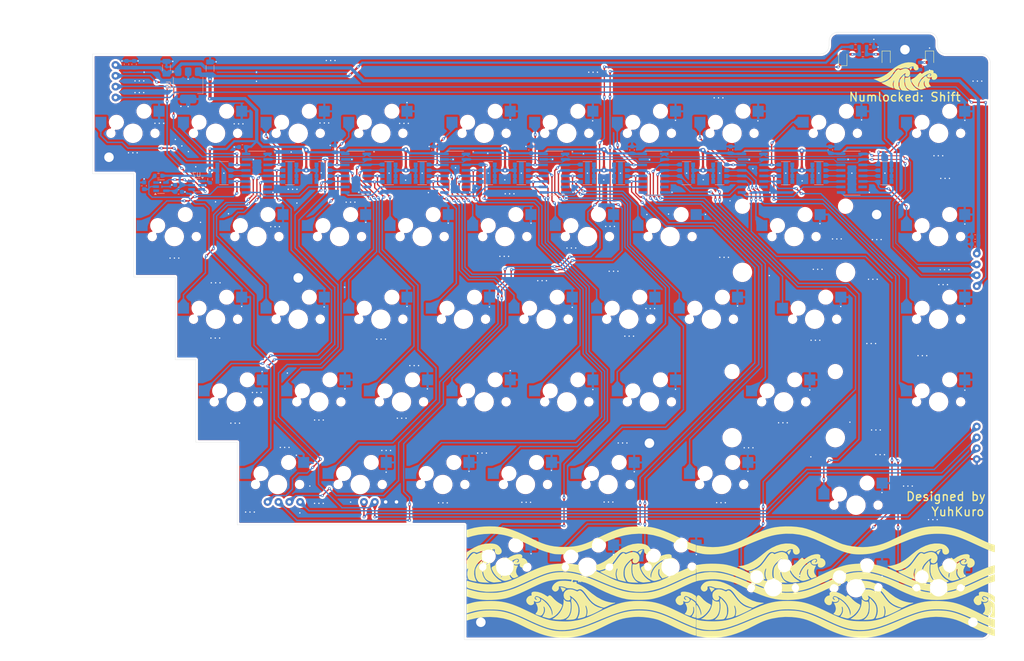
<source format=kicad_pcb>
(kicad_pcb (version 20240108) (generator "pcbnew") (generator_version "8.0")
  (layers (0 "F.Cu" signal) (31 "B.Cu" signal) (34 "B.Paste" user) (35 "F.Paste" user) (36 "B.SilkS" user "B.Silkscreen") (37 "F.SilkS" user "F.Silkscreen") (38 "B.Mask" user) (39 "F.Mask" user) (44 "Edge.Cuts" user))
  (net 0 "")
  (net 1 "GND")
  (net 2 "+3V3")
  (net 3 "VBUS")
  (net 4 "/capsLED")
  (net 5 "/numlockLED{slash}scrlockLED")
  (net 6 "Net-(D3-A)")
  (net 7 "Net-(D4-K)")
  (net 8 "Net-(RN1-R3.1)")
  (net 9 "Net-(RN1-R2.1)")
  (net 10 "Net-(RN1-R1.1)")
  (net 11 "Net-(RN1-R4.1)")
  (net 12 "Net-(RN2-R4.1)")
  (net 13 "Net-(RN2-R1.1)")
  (net 14 "Net-(RN2-R2.1)")
  (net 15 "Net-(RN2-R3.1)")
  (net 16 "Net-(RN3-R2.1)")
  (net 17 "Net-(RN3-R4.1)")
  (net 18 "Net-(RN3-R1.1)")
  (net 19 "Net-(RN3-R3.1)")
  (net 20 "Net-(RN4-R1.1)")
  (net 21 "Net-(RN4-R4.1)")
  (net 22 "Net-(RN4-R2.1)")
  (net 23 "Net-(RN4-R3.1)")
  (net 24 "Net-(RN5-R3.1)")
  (net 25 "Net-(RN5-R2.1)")
  (net 26 "Net-(RN5-R4.1)")
  (net 27 "Net-(RN5-R1.1)")
  (net 28 "Net-(RN6-R1.1)")
  (net 29 "Net-(RN6-R4.1)")
  (net 30 "Net-(RN6-R2.1)")
  (net 31 "Net-(RN6-R3.1)")
  (net 32 "Net-(RN7-R2.1)")
  (net 33 "Net-(RN7-R4.1)")
  (net 34 "Net-(RN7-R3.1)")
  (net 35 "Net-(RN7-R1.1)")
  (net 36 "Net-(RN8-R2.1)")
  (net 37 "Net-(RN8-R3.1)")
  (net 38 "Net-(RN8-R4.1)")
  (net 39 "Net-(RN8-R1.1)")
  (net 40 "Net-(RN9-R3.1)")
  (net 41 "Net-(RN9-R4.1)")
  (net 42 "Net-(RN9-R1.1)")
  (net 43 "Net-(RN9-R2.1)")
  (net 44 "Net-(RN10-R1.1)")
  (net 45 "Net-(RN10-R2.1)")
  (net 46 "Net-(RN10-R4.1)")
  (net 47 "Net-(RN10-R3.1)")
  (net 48 "Net-(RN11-R1.1)")
  (net 49 "Net-(RN11-R3.1)")
  (net 50 "Net-(RN11-R4.1)")
  (net 51 "Net-(RN11-R2.1)")
  (net 52 "Net-(RN12-R4.1)")
  (net 53 "Net-(RN12-R3.1)")
  (net 54 "Net-(RN12-R1.1)")
  (net 55 "Net-(RN12-R2.1)")
  (net 56 "Net-(U1-SER)")
  (net 57 "Net-(U1-QH)")
  (net 58 "/SH")
  (net 59 "/CLK")
  (net 62 "Net-(U2-QH)")
  (net 63 "Net-(U3-QH)")
  (net 66 "Net-(U4-QH)")
  (net 68 "Net-(U5-QH)")
  (net 69 "/Serialout-Right")
  (net 71 "/Serialout-Numpad")
  (net 72 "/Encoder A")
  (net 73 "/Encoder B")
  (net 74 "/numpadCheckWire")
  (net 75 "Net-(RN13-R3.1)")
  (net 76 "Net-(RN13-R4.1)")
  (net 77 "Net-(RN13-R1.1)")
  (net 78 "Net-(RN13-R2.1)")
  (net 79 "Net-(RN14-R3.1)")
  (net 80 "Net-(RN14-R2.1)")
  (net 81 "Net-(RN14-R4.1)")
  (net 82 "Net-(RN14-R1.1)")
  (net 83 "Net-(U6-QH)")
  (net 85 "Net-(D1-A)")
  (net 86 "Net-(U7-I1)")
  (net 87 "/numpadSchmittOut")
  (footprint "Numlocked:SW_Cherry_Kalih_1.00u" (layer "F.Cu") (at 98.575 86.1416)
    (property "Reference" "S2" (hide yes))
    (property "Value" "~" (hide yes))
  )
  (footprint "LOGO" (layer "F.Cu") (at 268.320507 33.435187)
    (property "Reference" "G***" (hide yes))
    (property "Value" "LOGO" (hide yes))
  )
  (footprint "Numlocked:SW_Cherry_Kalih_1.00u" (layer "F.Cu") (at 193.825 86.1416)
    (property "Reference" "S26" (hide yes))
    (property "Value" "~" (hide yes))
  )
  (footprint "Numlocked:SW_Cherry_Kalih_2.00u" (layer "F.Cu") (at 231.925 67.0916)
    (property "Reference" "S42" (hide yes))
    (property "Value" "~" (hide yes))
  )
  (footprint "Numlocked:SW_Cherry_Kalih_1.00u" (layer "F.Cu") (at 136.675 43.2791)
    (property "Reference" "S12" (hide yes))
    (property "Value" "~" (hide yes))
  )
  (footprint "Numlocked:Magnetic_Pogo_Pin_4pos" (layer "F.Cu") (at 279.55 74.7591 -90)
    (property "Reference" "J1" (hide yes))
    (property "Value" "Conn_01x04")
  )
  (footprint "MountingHole:MountingHole_2.2mm_M2_Pad" (layer "F.Cu") (at 257.5 24)
    (property "Reference" "H4" (hide yes))
    (property "Value" "MountingHole_Pad")
  )
  (footprint "Numlocked:SW_Cherry_Kalih_1.00u" (layer "F.Cu") (at 179.5375 43.2791)
    (property "Reference" "S28" (hide yes))
    (property "Value" "~" (hide yes))
  )
  (footprint "Numlocked:SW_Cherry_Kalih_1.00u" (layer "F.Cu") (at 122.3875 105.1916)
    (property "Reference" "S11" (hide yes))
    (property "Value" "~" (hide yes))
  )
  (footprint "Numlocked:SW_Cherry_Kalih_1.00u" (layer "F.Cu") (at 246.2125 148.0541)
    (property "Reference" "S41" (hide yes))
    (property "Value" "~" (hide yes))
  )
  (footprint "Numlocked:Magnetic_Pogo_Pin_4pos" (layer "F.Cu") (at 279.55 114.6391 -90)
    (property "Reference" "J2" (hide yes))
    (property "Value" "Conn_01x04")
  )
  (footprint "Numlocked:SW_Cherry_Kalih_1.00u" (layer "F.Cu") (at 198.5875 43.2791)
    (property "Reference" "S36" (hide yes))
    (property "Value" "~" (hide yes))
  )
  (footprint "Numlocked:SW_Cherry_Kalih_1.00u" (layer "F.Cu") (at 174.775 86.1416)
    (property "Reference" "S19" (hide yes))
    (property "Value" "~" (hide yes))
  )
  (footprint "Numlocked:SW_Cherry_Kalih_1.00u" (layer "F.Cu") (at 212.875 86.1416)
    (property "Reference" "S31" (hide yes))
    (property "Value" "~" (hide yes))
  )
  (footprint "MountingHole:MountingHole_2.2mm_M2_Pad" (layer "F.Cu") (at 251 62.0116)
    (property "Reference" "H6" (hide yes))
    (property "Value" "MountingHole_Pad")
  )
  (footprint "Numlocked:SW_Cherry_Kalih_1.00u" (layer "F.Cu") (at 165.25 143.2916)
    (property "Reference" "S25" (hide yes))
    (property "Value" "~" (hide yes))
  )
  (footprint "LOGO" (layer "F.Cu") (at 182.9 146.8)
    (property "Reference" "G***")
    (property "Value" "LOGO" (hide yes))
  )
  (footprint "Numlocked:SW_Cherry_Kalih_1.00u" (layer "F.Cu") (at 179.5375 105.1916)
    (property "Reference" "S23" (hide yes))
    (property "Value" "~" (hide yes))
  )
  (footprint "Numlocked:SW_Cherry_Kalih_1.00u" (layer "F.Cu") (at 89.05 67.0916)
    (property "Reference" "S1" (hide yes))
    (property "Value" "~" (hide yes))
  )
  (footprint "MountingHole:MountingHole_2.2mm_M2_Pad" (layer "F.Cu") (at 74 48.8041)
    (property "Reference" "H1" (hide yes))
    (property "Value" "MountingHole_Pad" (hide yes))
  )
  (footprint "Numlocked:SW_Cherry_Kalih_1.00u" (layer "F.Cu") (at 184.3 143.2916)
    (property "Reference" "S33" (hide yes))
    (property "Value" "~" (hide yes))
  )
  (footprint "Numlocked:SW_Cherry_Kalih_1.00u" (layer "F.Cu") (at 241.45 43.2791)
    (property "Reference" "S45" (hide yes))
    (property "Value" "~" (hide yes))
  )
  (footprint "MountingHole:MountingHole_2.2mm_M2_Pad" (layer "F.Cu") (at 159.725 156)
    (property "Reference" "H3" (hide yes))
    (property "Value" "MountingHole_Pad" (hide yes))
  )
  (footprint "LOGO" (layer "F.Cu") (at 243.8 146.8)
    (property "Reference" "G***")
    (property "Value" "LOGO" (hide yes))
  )
  (footprint "Numlocked:SW_Cherry_Kalih_1.00u" (layer "F.Cu") (at 136.675 86.1416)
    (property "Reference" "S13" (hide yes))
    (property "Value" "~" (hide yes))
  )
  (footprint "Numlocked:SW_Cherry_Kalih_1.00u" (layer "F.Cu") (at 117.625 86.1416)
    (property "Reference" "S7" (hide yes))
    (property "Value" "~" (hide yes))
  )
  (footprint "Numlocked:SW_Cherry_Kalih_1.00u" (layer "F.Cu") (at 265.2625 67.0916)
    (property "Reference" "S49" (hide yes))
    (property "Value" "~" (hide yes))
  )
  (footprint "Numlocked:SW_Cherry_Kalih_1.00u" (layer "F.Cu") (at 198.5875 105.1916)
    (property "Reference" "S29" (hide yes))
    (property "Value" "~" (hide yes))
  )
  (footprint "Numlocked:SW_Cherry_Kalih_1.00u" (layer "F.Cu") (at 227.1625 148.0541)
    (property "Reference" "S40" (hide yes))
    (property "Value" "~" (hide yes))
  )
  (footprint "Numlocked:SW_Cherry_Kalih_1.00u" (layer "F.Cu") (at 155.725 86.1416)
    (property "Reference" "S17" (hide yes))
    (property "Value" "~" (hide yes))
  )
  (footprint "Numlocked:SW_Cherry_Kalih_1.00u" (layer "F.Cu") (at 165.25 67.0916)
    (property "Reference" "S24" (hide yes))
    (property "Value" "~" (hide yes))
  )
  (footprint "Numlocked:SW_Cherry_Kalih_1.00u" (layer "F.Cu") (at 103.3375 105.1916)
    (property "Reference" "S6" (hide yes))
    (property "Value" "~" (hide yes))
  )
  (footprint "Numlocked:SW_Cherry_Kalih_2.25u" (layer "F.Cu") (at 229.54375 105.1916)
    (property "Reference" "S37" (hide yes))
    (property "Value" "~" (hide yes))
  )
  (footprint "Numlocked:SW_Cherry_Kalih_1.00u" (layer "F.Cu") (at 146.2 67.0916)
    (property "Reference" "S15" (hide yes))
    (property "Value" "~" (hide yes))
  )
  (footprint "Numlocked:SW_Cherry_Kalih_1.00u" (layer "F.Cu") (at 203.35 143.2916)
    (property "Reference" "S34" (hide yes))
    (property "Value" "~" (hide yes))
  )
  (footprint "Numlocked:SW_Cherry_Kalih_1.00u" (layer "F.Cu") (at 112.8625 124.2416)
    (property "Reference" "S9" (hide yes))
    (property "Value" "~" (hide yes))
  )
  (footprint "Numlocked:SW_Cherry_Kalih_1.00u" (layer "F.Cu") (at 170.0125 124.2416)
    (property "Reference" "S21" (hide yes))
    (property "Value" "~" (hide yes))
  )
  (footprint "Numlocked:SW_Cherry_Kalih_1.00u" (layer "F.Cu") (at 265.2625 148.0541)
    (property "Reference" "S43" (hide yes))
    (property "Value" "~" (hide yes))
  )
  (footprint "MountingHole:MountingHole_2.2mm_M2_Pad" (layer "F.Cu") (at 273.16875 156)
    (property "Reference" "H2" (hide yes))
    (property "Value" "MountingHole_Pad" (hide yes))
  )
  (footprint "Numlocked:SW_Cherry_Kalih_1.00u" (layer "F.Cu") (at 98.575 43.2791)
    (property "Reference" "S4" (hide yes))
    (property "Value" "~" (hide yes))
  )
  (footprint "Numlocked:SW_Cherry_Kalih_1.00u" (layer "F.Cu") (at 127.15 67.0916)
    (property "Reference" "S10" (hide yes))
    (property "Value" "~" (hide yes))
  )
  (footprint "MountingHole:MountingHole_2.2mm_M2_Pad" (layer "F.Cu") (at 117.625 76.6166)
    (property "Reference" "H5" (hide yes))
    (property "Value" "MountingHole_Pad" (hide yes))
  )
  (footprint "Numlocked:SW_Cherry_Kalih_1.00u" (layer "F.Cu") (at 131.9125 124.2416)
    (property "Reference" "S16" (hide yes))
    (property "Value" "~" (hide yes))
  )
  (footprint "Numlocked:SW_Cherry_Kalih_1.75u" (layer "F.Cu") (at 236.6875 86.1416)
    (property "Reference" "S38" (hide yes))
    (property "Value" "~" (hide yes))
  )
  (footprint "Numlocked:SW_Cherry_Kalih_1.00u" (layer "F.Cu") (at 79.525 43.2791)
    (property "Reference" "S3" (hide yes))
    (property "Value" "~" (hide yes))
  )
  (footprint "Numlocked:SW_Cherry_Kalih_1.00u" (layer "F.Cu") (at 160.4875 43.2791)
    (property "Reference" "S20" (hide yes))
    (property "Value" "~" (hide yes))
  )
  (footprint "Numlocked:SW_Cherry_Kalih_1.00u" (layer "F.Cu") (at 184.3 67.0916)
    (property "Reference" "S27" (hide yes))
    (property "Value" "~" (hide yes))
  )
  (footprint "LED_SMD:LED_0805_2012Metric" (layer "F.Cu") (at 263.16875 26 -90)
    (property "Reference" "D1" (hide yes))
    (property "Value" "LED (capslock R)")
  )
  (footprint "Numlocked:SW_Cherry_Kalih_1.00u" (layer "F.Cu") (at 150.9625 124.2416)
    (property "Reference" "S22" (hide yes))
    (property "Value" "~" (hide yes))
  )
  (footprint "Numlocked:SW_Cherry_Kalih_1.00u" (layer "F.Cu") (at 160.4875 105.1916)
    (property "Reference" "S18" (hide yes))
    (property "Value" "~" (hide yes))
  )
  (footprint "LED_SMD:LED_0805_2012Metric" (layer "F.Cu") (at 243.16875 26 90)
    (property "Reference" "D3" (hide yes))
    (property "Value" "LED (numlock G)")
  )
  (footprint "MountingHole:MountingHole_2.2mm_M2_Pad" (layer "F.Cu") (at 198.6 114.6766)
    (property "Reference" "H7" (hide yes))
    (property "Value" "MountingHole_Pad" (hide yes))
  )
  (footprint "Numlocked:SW_Cherry_Kalih_1.00u" (layer "F.Cu") (at 203.35 67.0916)
    (property "Reference" "S32" (hide yes))
    (property "Value" "~" (hide yes))
  )
  (footprint "Numlocked:SW_Cherry_Kalih_1.00u" (layer "F.Cu") (at 189.0625 124.2416)
    (property "Reference" "S30" (hide yes))
    (property "Value" "~" (hide yes))
  )
  (footprint "Numlocked:SW_Cherry_Kalih_1.00u" (layer "F.Cu") (at 217.6375 43.2791)
    (property "Reference" "S44" (hide yes))
    (property "Value" "~" (hide yes))
  )
  (footprint "Numlocked:SW_Cherry_Kalih_1.00u" (layer "F.Cu") (at 265.2625 43.2791)
    (property "Reference" "S46" (hide yes))
    (property "Value" "~" (hide yes))
  )
  (footprint "Numlocked:SW_Cherry_Kalih_1.75u" (layer "F.Cu") (at 215.25625 124.2416)
    (property "Reference" "S35" (hide yes))
    (property "Value" "~" (hide yes))
  )
  (footprint "Numlocked:SW_Cherry_Kalih_1.00u" (layer "F.Cu") (at 117.625 43.2791)
    (property "Reference" "S5" (hide yes))
    (property "Value" "~" (hide yes))
  )
  (footprint "Numlocked:SW_Cherry_Kalih_1.00u" (layer "F.Cu") (at 108.1 67.0916)
    (property "Reference" "S8" (hide yes))
    (property "Value" "~" (hide yes))
  )
  (footprint "LED_SMD:LED_0805_2012Metric" (layer "F.Cu") (at 253.16875 26 -90)
    (property "Reference" "D4" (hide yes))
    (property "Value" "LED (scrlock Y)")
  )
  (footprint "Numlocked:SW_Cherry_Kalih_1.00u" (layer "F.Cu") (at 246.2125 129.0041)
    (property "Reference" "S39" (hide yes))
    (property "Value" "~" (hide yes))
  )
  (footprint "Numlocked:SW_Cherry_Kalih_1.00u" (layer "F.Cu") (at 265.2625 105.1916)
    (property "Reference" "S47" (hide yes))
    (property "Value" "~" (hide yes))
  )
  (footprint "Numlocked:SW_Cherry_Kalih_1.00u" (layer "F.Cu") (at 141.4375 105.1916)
    (property "Reference" "S14" (hide yes))
    (property "Value" "~" (hide yes))
  )
  (footprint "Numlocked:SW_Cherry_Kalih_1.00u" (layer "F.Cu") (at 265.2625 86.1416)
    (property "Reference" "S48" (hide yes))
    (property "Value" "~" (hide yes))
  )
  (footprint "Numlocked:Magnetic_Pogo_Pin_4pos" (layer "B.Cu") (at 114.3136 133.7666)
    (property "Reference" "J4" (hide yes))
    (property "Value" "Conn_01x04")
  )
  (footprint "Resistor_SMD:R_Array_Convex_4x1206" (layer "B.Cu") (at 191.92 52.4716 180)
    (property "Reference" "RN5" (hide yes))
    (property "Value" "10K")
  )
  (footprint "Resistor_SMD:R_Array_Convex_4x1206" (layer "B.Cu") (at 169.06 52.4716 180)
    (property "Reference" "RN4" (hide yes))
    (property "Value" "10K")
  )
  (footprint "Package_TO_SOT_SMD:SOT-223" (layer "B.Cu") (at 92.249293 32.224293 -90)
    (property "Reference" "U8")
    (property "Value" "LM3940IMP-3.3/NOPB")
  )
  (footprint "Resistor_SMD:R_0603_1608Metric" (layer "B.Cu") (at 261 27.775 90)
    (property "Reference" "R1" (hide yes))
    (property "Value" "R")
  )
  (footprint "Resistor_SMD:R_0603_1608Metric" (layer "B.Cu") (at 97.3 53.8766 90)
    (property "Reference" "R6" (hide yes))
    (property "Value" "10k")
  )
  (footprint "SN74HC165DR:SOIC127P600X175-16N" (layer "B.Cu") (at 130.96 52.4716 180)
    (property "Reference" "U2" (hide yes))
    (property "Value" "SN74HC165DR")
  )
  (footprint "Resistor_SMD:R_Array_Convex_4x1206" (layer "B.Cu") (at 252.88 52.4716)
    (property "Reference" "RN14" (hide yes))
    (property "Value" "10K")
  )
  (footprint "Resistor_SMD:R_0603_1608Metric" (layer "B.Cu") (at 247.8 25.0766)
    (property "Reference" "R4" (hide yes))
    (property "Value" "R")
  )
  (footprint "Capacitor_SMD:C_0603_1608Metric" (layer "B.Cu") (at 82.1 55.3766 90)
    (property "Reference" "C16" (hide yes))
    (property "Value" "0.1 uF")
  )
  (footprint "Resistor_SMD:R_Array_Convex_4x1206" (layer "B.Cu") (at 146.2 52.4716 180)
    (property "Reference" "RN3" (hide yes))
    (property "Value" "10K")
  )
  (footprint "Capacitor_SMD:C_0603_1608Metric" (layer "B.Cu") (at 194.587 47.1272 90)
    (property "Reference" "C5" (hide yes))
    (property "Value" "0.1 uF")
  )
  (footprint "Resistor_SMD:R_Array_Convex_4x1206" (layer "B.Cu") (at 214.78 52.4716 180)
    (property "Reference" "RN6" (hide yes))
    (property "Value" "10K")
  )
  (footprint "Capacitor_SMD:C_0603_1608Metric" (layer "B.Cu") (at 273.67 67.1866 180)
    (property "Reference" "C9" (hide yes))
    (property "Value" "0.1 uF")
  )
  (footprint "Package_TO_SOT_SMD:SC-74-6_1.55x2.9mm_P0.95mm" (layer "B.Cu") (at 94.2 55.25 180)
    (property "Reference" "U7")
    (property "Value" "~")
  )
  (footprint "Resistor_SMD:R_Array_Convex_4x1206" (layer "B.Cu") (at 100.48 52.4716 180)
    (property "Reference" "RN1" (hide yes))
    (property "Value" "10K")
  )
  (footprint "SN74HC165DR:SOIC127P600X175-16N" (layer "B.Cu") (at 153.82 52.4716 180)
    (property "Reference" "U3" (hide yes))
    (property "Value" "SN74HC165DR")
  )
  (footprint "Resistor_SMD:R_Array_Convex_4x1206" (layer "B.Cu") (at 115.72 52.4716)
    (property "Reference" "RN7" (hide yes))
    (property "Value" "10K")
  )
  (footprint "Capacitor_SMD:C_1206_3216Metric" (layer "B.Cu") (at 97.3 28.3 90)
    (property "Reference" "C13" (hide yes))
    (property "Value" "33 uF")
  )
  (footprint "Resistor_SMD:R_Array_Convex_4x1206" (layer "B.Cu") (at 123.34 52.4716 180)
    (property "Reference" "RN2" (hide yes))
    (property "Value" "10K")
  )
  (footprint "Resistor_SMD:R_0603_1608Metric" (layer "B.Cu") (at 246.1 23.3766)
    (property "Reference" "R3" (hide yes))
    (property "Value" "R")
  )
  (footprint "Capacitor_SMD:C_0603_1608Metric" (layer "B.Cu") (at 148.9178 47.1018 90)
    (property "Reference" "C3" (hide yes))
    (property "Value" "0.1 uF")
  )
  (footprint "SN74HC165DR:SOIC127P600X175-16N" (layer "B.Cu") (at 176.68 52.4716 180)
    (property "Reference" "U4" (hide yes))
    (property "Value" "SN74HC165DR")
  )
  (footprint "Resistor_SMD:R_Array_Convex_4x1206" (layer "B.Cu") (at 207.16 52.4716)
    (property "Reference" "RN11" (hide yes))
    (property "Value" "10K")
  )
  (footprint "Capacitor_SMD:C_0603_1608Metric" (layer "B.Cu") (at 126.134 46.8836 90)
    (property "Reference" "C2" (hide yes))
    (property "Value" "0.1 uF")
  )
  (footprint "Capacitor_SMD:C_1206_3216Metric" (layer "B.Cu") (at 87.249293 28.174293 90)
    (property "Reference" "C12" (hide yes))
    (property "Value" "0.47 uF")
  )
  (footprint "SN74HC165DR:SOIC127P600X175-16N" (layer "B.Cu") (at 222.4 52.4716 180)
    (property "Reference" "U6" (hide yes))
    (property "Value" "SN74HC165DR")
  )
  (footprint "SN74HC165DR:SOIC127P600X175-16N" (layer "B.Cu") (at 199.54 52.4716 180)
    (property "Reference" "U5" (hide yes))
    (property "Value" "SN74HC165DR")
  )
  (footprint "Resistor_SMD:R_Array_Convex_4x1206" (layer "B.Cu") (at 230.02 52.4716)
    (property "Reference" "RN12" (hide yes))
    (property "Value" "10K")
  )
  (footprint "Capacitor_SMD:C_0603_1608Metric" (layer "B.Cu") (at 78.04 27.3766 90)
    (property "Reference" "C11" (hide yes))
    (property "Value" "10 uF")
  )
  (footprint "Capacitor_SMD:C_0603_1608Metric" (layer "B.Cu") (at 104.75 46.4516 180)
    (property "Reference" "C1" (hide yes))
    (property "Value" "0.1 uF")
  )
  (footprint "Capacitor_SMD:C_0603_1608Metric" (layer "B.Cu") (at 90.0406 55.1894 180)
    (property "Reference" "C7" (hide yes))
    (property "Value" "0.1 uF")
  )
  (footprint "SN74HC165DR:SOIC127P600X175-16N" (layer "B.Cu") (at 245.26 52.4716 180)
    (property "Reference" "U9" (hide yes))
    (property "Value" "SN74HC165DR")
  )
  (footprint "Capacitor_SMD:C_0603_1608Metric" (layer "B.Cu") (at 217.2946 47.1018 90)
    (property "Reference" "C6" (hide yes))
    (property "Value" "0.1 uF")
  )
  (footprint "Resistor_SMD:R_Array_Convex_4x1206" (layer "B.Cu") (at 138.58 52.4716)
    (property "Reference" "RN8" (hide yes))
    (property "Value" "10K")
  )
  (footprint "Resistor_SMD:R_Array_Convex_4x1206" (layer "B.Cu") (at 237.64 52.4716 180)
    (property "Reference" "RN13" (hide yes))
    (property "Value" "10K")
  )
  (footprint "Capacitor_SMD:C_0603_1608Metric" (layer "B.Cu") (at 273.67 68.8122 180)
    (property "Reference" "C8" (hide yes))
    (property "Value" "10 uF")
  )
  (footprint "Resistor_SMD:R_0603_1608Metric" (layer "B.Cu") (at 249.5 23.3766)
    (property "Reference" "R5" (hide yes))
    (property "Value" "R")
  )
  (footprint "Resistor_SMD:R_Array_Convex_4x1206" (layer "B.Cu") (at 161.44 52.4716)
    (property "Reference" "RN9" (hide yes))
    (property "Value" "10K")
  )
  (footprint "Numlocked:Magnetic_Pogo_Pin_4pos" (layer "B.Cu") (at 70 31.2776 -90)
    (property "Reference" "J3" (hide yes))
    (property "Value" "Conn_01x04")
  )
  (footprint "Capacitor_SMD:C_0603_1608Metric" (layer "B.Cu") (at 90.037574 56.78316)
    (property "Reference" "C15" (hide yes))
    (property "Value" "0.1 uF")
  )
  (footprint "Capacitor_SMD:C_0603_1608Metric" (layer "B.Cu") (at 240.3 47.1018 90)
    (property "Reference" "C14" (hide yes))
    (property "Value" "0.1 uF")
  )
  (footprint "Numlocked:Magnetic_Pogo_Pin_4pos" (layer "B.Cu") (at 136.5294 133.7666)
    (property "Reference" "J5" (hide yes))
    (property "Value" "Conn_01x04")
  )
  (footprint "Capacitor_SMD:C_0603_1608Metric" (layer "B.Cu") (at 79.7926 27.3766 90)
    (property "Reference" "C10" (hide yes))
    (property "Value" "0.1 uF")
  )
  (footprint "Resistor_SMD:R_0603_1608Metric" (layer "B.Cu") (at 85.4 53.0766)
    (property "Reference" "R7" (hide yes))
    (property "Value" "10k")
  )
  (footprint "Resistor_SMD:R_Array_Convex_4x1206" (layer "B.Cu") (at 184.3 52.4716)
    (property "Reference" "RN10" (hide yes))
    (property "Value" "10K")
  )
  (footprint "Capacitor_SMD:C_0603_1608Metric" (layer "B.Cu") (at 171.3206 47.1018 90)
    (property "Reference" "C4" (hide yes))
    (property "Value" "0.1 uF")
  )
  (footprint "SN74HC165DR:SOIC127P600X175-16N" (layer "B.Cu") (at 108.1 52.4716 180)
    (property "Reference" "U1" (hide yes))
    (property "Value" "SN74HC165DR")
  )
  (footprint "Package_TO_SOT_SMD:SOT-23-5" (layer "B.Cu") (at 86 55.5766)
    (property "Reference" "U10" (hide yes))
    (property "Value" "74LVC1G17")
  )
  (gr_line (start 94.0125 114.5166) (end 94.0125 95.4666) (stroke (width 0.05)) (layer "Edge.Cuts"))
  (gr_line (start 89.25 95.4666) (end 89.25 76.4166) (stroke (width 0.05)) (layer "Edge.Cuts"))
  (gr_line (start 275.16875 160) (end 155.925 160) (stroke (width 0.05)) (layer "Edge.Cuts"))
  (gr_line (start 240 22) (end 240 23) (stroke (width 0.05)) (layer "Edge.Cuts"))
  (gr_line (start 263 20) (end 242 20) (stroke (width 0.05)) (layer "Edge.Cuts"))
  (gr_arc (start 263 20) (mid 264.414246 20.585769) (end 265 22) (stroke (width 0.05)) (layer "Edge.Cuts"))
  (gr_line (start 228.21875 25) (end 235.16875 25) (stroke (width 0.05)) (layer "Edge.Cuts"))
  (gr_line (start 105 25) (end 100 25) (stroke (width 0.05)) (layer "Edge.Cuts"))
  (gr_line (start 155.925 133.5666) (end 155.925 160) (stroke (width 0.05)) (layer "Edge.Cuts"))
  (gr_arc (start 240 23) (mid 239.414239 24.414239) (end 238 25) (stroke (width 0.05)) (layer "Edge.Cuts"))
  (gr_arc (start 275.16875 25) (mid 276.582988 25.585762) (end 277.16875 27) (stroke (width 0.05)) (layer "Edge.Cuts"))
  (gr_line (start 97.5 25) (end 70.2 25) (stroke (width 0.05)) (layer "Edge.Cuts"))
  (gr_line (start 103.5375 133.5666) (end 155.925 133.5666) (stroke (width 0.05)) (layer "Edge.Cuts"))
  (gr_line (start 94.0125 95.4666) (end 89.25 95.4666) (stroke (width 0.05)) (layer "Edge.Cuts"))
  (gr_line (start 89.25 76.4166) (end 79.725 76.4166) (stroke (width 0.05)) (layer "Edge.Cuts"))
  (gr_line (start 103.5375 114.5166) (end 94.0125 114.5166) (stroke (width 0.05)) (layer "Edge.Cuts"))
  (gr_line (start 103.5375 114.5166) (end 103.537 133.5666) (stroke (width 0.05)) (layer "Edge.Cuts"))
  (gr_arc (start 267 25) (mid 265.585757 24.414243) (end 265 23) (stroke (width 0.05)) (layer "Edge.Cuts"))
  (gr_line (start 70.2 52.6041) (end 70.2 25) (stroke (width 0.05)) (layer "Edge.Cuts"))
  (gr_line (start 265 23) (end 265 22) (stroke (width 0.05)) (layer "Edge.Cuts"))
  (gr_arc (start 277.16875 158) (mid 276.582978 159.414228) (end 275.16875 160) (stroke (width 0.05)) (layer "Edge.Cuts"))
  (gr_line (start 238 25) (end 235.16875 25) (stroke (width 0.05)) (layer "Edge.Cuts"))
  (gr_line (start 79.725 76.4166) (end 79.725 52.6041) (stroke (width 0.05)) (layer "Edge.Cuts"))
  (gr_line (start 277.16875 27) (end 277.16875 31) (stroke (width 0.05)) (layer "Edge.Cuts"))
  (gr_line (start 100 25) (end 97.5 25) (stroke (width 0.05)) (layer "Edge.Cuts"))
  (gr_line (start 277.16875 31) (end 277.16875 158) (stroke (width 0.05)) (layer "Edge.Cuts"))
  (gr_line (start 275.16875 25) (end 267 25) (stroke (width 0.05)) (layer "Edge.Cuts"))
  (gr_line (start 70.2 52.6041) (end 79.725 52.6041) (stroke (width 0.05)) (layer "Edge.Cuts"))
  (gr_arc (start 240 22) (mid 240.585762 20.585762) (end 242 20) (stroke (width 0.05)) (layer "Edge.Cuts"))
  (gr_line (start 228.21875 25) (end 105 25) (stroke (width 0.05)) (layer "Edge.Cuts"))
  (gr_text "YuhKuro" (at 263.4 131.7 0) (layer "F.SilkS") (effects (font (size 2 2) (thickness 0.3)) (justify left bottom)))
  (gr_text "Designed by" (at 257.6 128.2 0) (layer "F.SilkS") (effects (font (size 2 2) (thickness 0.3)) (justify left bottom)))
  (gr_text "Numlocked: Shift" (at 244.4 36.1 0) (layer "F.SilkS") (effects (font (size 2 2) (thickness 0.3)) (justify left bottom)))
  (segment (start 263.16875 23.63125) (end 263.16875 25.0625) (width 0.5) (layer "F.Cu") (net 1))
  (via (at 123.4066 109.3866) (size 0.7) (drill 0.3) (layers "F.Cu" "B.Cu") (net 1))
  (via (at 221.45 115.7766) (size 0.7) (drill 0.3) (layers "F.Cu" "B.Cu") (net 1))
  (via (at 192.92 90.0466) (size 0.7) (drill 0.3) (layers "F.Cu" "B.Cu") (net 1))
  (via (at 263.9334 132.3466) (size 0.7) (drill 0.3) (layers "F.Cu" "B.Cu") (net 1))
  (via (at 260.51 94.5466) (size 0.7) (drill 0.3) (layers "F.Cu" "B.Cu") (net 1))
  (via (at 117.2 117.5) (size 0.6) (drill 0.3) (layers "F.Cu" "B.Cu") (net 1))
  (via (at 137.7366 90.7366) (size 0.7) (drill 0.3) (layers "F.Cu" "B.Cu") (net 1))
  (via (at 220.45 115.7766) (size 0.7) (drill 0.3) (layers "F.Cu" "B.Cu") (net 1))
  (via (at 179.59 69.7266) (size 0.7) (drill 0.3) (layers "F.Cu" "B.Cu") (net 1))
  (via (at 215.09 128.4366) (size 0.7) (drill 0.3) (layers "F.Cu" "B.Cu") (net 1))
  (via (at 106.5 130.6) (size 0.7) (drill 0.3) (layers "F.Cu" "B.Cu") (net 1))
  (via (at 192.4 114.6766) (size 0.7) (drill 0.3) (layers "F.Cu" "B.Cu") (net 1))
  (via (at 184.3 52.4716) (size 0.7) (drill 0.3) (layers "F.Cu" "B.Cu") (net 1))
  (via (at 191.3266 75.0866) (size 0.7) (drill 0.3) (layers "F.Cu" "B.Cu") (net 1))
  (via (at 124.1 26.5) (size 0.7) (drill 0.3) (layers "F.Cu" "B.Cu") (net 1))
  (via (at 215.5266 35.1066) (size 0.7) (drill 0.3) (layers "F.Cu" "B.Cu") (net 1))
  (via (at 251 67.7766) (size 0.7) (drill 0.3) (layers "F.Cu" "B.Cu") (net 1))
  (via (at 89.3 44.7) (size 0.7) (drill 0.3) (layers "F.Cu" "B.Cu") (net 1))
  (via (at 265.19 48.4566) (size 0.7) (drill 0.3) (layers "F.Cu" "B.Cu") (net 1))
  (via (at 169.18 128.3466) (size 0.7) (drill 0.3) (layers "F.Cu" "B.Cu") (net 1))
  (via (at 214.52 35.1066) (size 0.7) (drill 0.3) (layers "F.Cu" "B.Cu") (net 1))
  (via (at 108 29.2) (size 0.7) (drill 0.3) (layers "F.Cu" "B.Cu") (net 1))
  (via (at 271.3 40.3) (size 0.6) (drill 0.3) (layers "F.Cu" "B.Cu") (net 1))
  (via (at 91.5 56.8) (size 0.6) (drill 0.3) (layers "F.Cu" "B.Cu") (net 1))
  (via (at 104.0966 110.1066) (size 0.7) (drill 0.3) (layers "F.Cu" "B.Cu") (net 1))
  (via (at 128.33 78.7566) (size 0.7) (drill 0.3) (layers "F.Cu" "B.Cu") (net 1))
  (via (at 82.0066 31.2) (size 0.7) (drill 0.3) (layers "F.Cu" "B.Cu") (net 1))
  (via (at 100.48 52.4716) (size 0.7) (drill 0.3) (layers "F.Cu" "B.Cu") (net 1))
  (via (at 274.2 31.25) (size 0.7) (drill 0.3) (layers "F.Cu" "B.Cu") (net 1))
  (via (at 99.5066 90.4866) (size 0.7) (drill 0.3) (layers "F.Cu" "B.Cu") (net 1))
  (via (at 90.09 72.0466) (size 0.7) (drill 0.3) (layers "F.Cu" "B.Cu") (net 1))
  (via (at 122.4 109.3866) (size 0.7) (drill 0.3) (layers "F.Cu" "B.Cu") (net 1))
  (via (at 88.4872 55.1894) (size 0.6) (drill 0.3) (layers "F.Cu" "B.Cu") (net 1))
  (via (at 166.5 98) (size 0.6) (drill 0.3) (layers "F.Cu" "B.Cu") (net 1))
  (via (at 144.36 96.8366) (size 0.7) (drill 0.3) (layers "F.Cu" "B.Cu") (net 1))
  (via (at 142.39 54.0766) (size 0.7) (drill 0.3) (layers "F.Cu" "B.Cu") (net 1))
  (via (at 189.51 64.7566) (size 0.7) (drill 0.3) (layers "F.Cu" "B.Cu") (net 1))
  (via (at 131.6 56.8666) (size 0.7) (drill 0.3) (layers "F.Cu" "B.Cu") (net 1))
  (via (at 136.73 90.7366) (size 0.7) (drill 0.3) (layers "F.Cu" "B.Cu") (net 1))
  (via (at 166.12 71.6466) (size 0.7) (drill 0.3) (layers "F.Cu" "B.Cu") (net 1))
  (via (at 262.5166 94.5466) (size 0.7) (drill 0.3) (layers "F.Cu" "B.Cu") (net 1))
  (via (at 259.1866 124.6066) (size 0.7) (drill 0.3) (layers "F.Cu" "B.Cu") (net 1))
  (via (at 236.86 90.9966) (size 0.7) (drill 0.3) (layers "F.Cu" "B.Cu") (net 1))
  (via (at 170.18 128.3466) (size 0.7) (drill 0.3) (layers "F.Cu" "B.Cu") (net 1))
  (via (at 267.63 74.7266) (size 0.7) (drill 0.3) (layers "F.Cu" "B.Cu") (net 1))
  (via (at 235.86 90.9966) (size 0.7) (drill 0.3) (layers "F.Cu" "B.Cu") (net 1))
  (via (at 146.2 52.4716) (size 0.7) (drill 0.3) (layers "F.Cu" "B.Cu") (net 1))
  (via (at 98.7 26.8) (size 0.6) (drill 0.3) (layers "F.Cu" "B.Cu") (net 1))
  (via (at 167.36 57.2266) (size 0.7) (drill 0.3) (layers "F.Cu" "B.Cu") (net 1))
  (via (at 89.09 72.0466) (size 0.7) (drill 0.3) (layers "F.Cu" "B.Cu") (net 1))
  (via (at 265.75 53.6766) (size 0.7) (drill 0.3) (layers "F.Cu" "B.Cu") (net 1))
  (via (at 217.17 58.8266) (size 0.7) (drill 0.3) (layers "F.Cu" "B.Cu") (net 1))
  (via (at 138.9066 116.4) (size 0.7) (drill 0.3) (layers "F.Cu" "B.Cu") (net 1))
  (via (at 271.3 145.2) (size 0.6) (drill 0.3) (layers "F.Cu" "B.Cu") (net 1))
  (via (at 161.7 83.3) (size 0.6) (drill 0.3) (layers "F.Cu" "B.Cu") (net 1))
  (via (at 166.36 57.2266) (size 0.7) (drill 0.3) (layers "F.Cu" "B.Cu") (net 1))
  (via (at 85.6 40.9766) (size 0.7) (drill 0.3) (layers "F.Cu" "B.Cu") (net 1))
  (via (at 250.7266 91.7466) (size 0.7) (drill 0.3) (layers "F.Cu" "B.Cu") (net 1))
  (via (at 102.09 110.1066) (size 0.7) (drill 0.3) (layers "F.Cu" "B.Cu") (net 1))
  (via (at 207.16 52.4716) (size 0.7) (drill 0.3) (layers "F.Cu" "B.Cu") (net 1))
  (via (at 176.25 49.2768) (size 0.7) (drill 0.3) (layers "F.Cu" "B.Cu") (net 1))
  (via (at 98.56 59.0766) (size 0.7) (drill 0.3) (layers "F.Cu" "B.Cu") (net 1))
  (via (at 97.59 77.7466) (size 0.7) (drill 0.3) (layers "F.Cu" "B.Cu") (net 1))
  (via (at 124.648907 40.904234) (size 0.7) (drill 0.3) (layers "F.Cu" "B.Cu") (net 1))
  (via (at 266.1966 48.4566) (size 0.7) (drill 0.3) (layers "F.Cu" "B.Cu") (net 1))
  (via (at 249.72 91.7466) (size 0.7) (drill 0.3) (layers "F.Cu" "B.Cu") (net 1))
  (via (at 137.9 116.4) (size 0.7) (drill 0.3) (layers "F.Cu" "B.Cu") (net 1))
  (via (at 85.83438 54.622502) (size 0.6) (drill 0.3) (layers "F.Cu" "B.Cu") (net 1))
  (via (at 125.1 26.5) (size 0.7) (drill 0.3) (layers "F.Cu" "B.Cu") (net 1))
  (via (at 252.2275 145.4) (size 0.6) (drill 0.3) (layers "F.Cu" "B.Cu") (net 1))
  (via (at 118 130.8) (size 0.7) (drill 0.3) (layers "F.Cu" "B.Cu") (net 1))
  (via (at 104.8816 41.1016) (size 0.7) (drill 0.3) (layers "F.Cu" "B.Cu") (net 1))
  (via (at 222.44 51.4366) (size 0.7) (drill 0.3) (layers "F.Cu" "B.Cu") (net 1))
  (via (at 147.4 102.2) (size 0.6) (drill 0.3) (layers "F.Cu" "B.Cu") (net 1))
  (via (at 157.2 56.9) (size 0.6) (drill 0.3) (layers "F.Cu" "B.Cu") (net 1))
  (via (at 242.7 83.2) (size 0.6) (drill 0.3) (layers "F.Cu" "B.Cu") (net 1))
  (via (at 240.8 67.6366) (size 0.7) (drill 0.3) (layers "F.Cu" "B.Cu") (net 1))
  (via (at 81 31.2) (size 0.7) (drill 0.3) (layers "F.Cu" "B.Cu") (net 1))
  (via (at 190.1566 128.2866) (size 0.7) (drill 0.3) (layers "F.Cu" "B.Cu") (net 1))
  (via (at 116 47.6) (size 0.7) (drill 0.3) (layers "F.Cu" "B.Cu") (net 1))
  (via (at 223.6 40.4) (size 0.6) (drill 0.3) (layers "F.Cu" "B.Cu") (net 1))
  (via (at 188.05 54.0266) (size 0.7) (drill 0.3) (layers "F.Cu" "B.Cu") (net 1))
  (via (at 165.12 71.6466) (size 0.7) (drill 0.3) (layers "F.Cu" "B.Cu") (net 1))
  (via (at 111.2834 64.8166) (size 0.7) (drill 0.3) (layers "F.Cu" "B.Cu") (net 1))
  (via (at 142.7 36.2) (size 0.6) (drill 0.3) (layers "F.Cu" "B.Cu") (net 1))
  (via (at 193.4066 114.6766) (size 0.7) (drill 0.3) (layers "F.Cu" "B.Cu") (net 1))
  (via (at 130.69 59.1566) (size 0.7) (drill 0.3) (layers "F.Cu" "B.Cu") (net 1))
  (via (at 107.29 49.3466) (size 0.7) (drill 0.3) (layers "F.Cu" "B.Cu") (net 1))
  (via (at 267.3 78.1666) (size 0.7) (drill 0.3) (layers "F.Cu" "B.Cu") (net 1))
  (via (at 80 33.9) (size 0.7) (drill 0.3) (layers "F.Cu" "B.Cu") (net 1))
  (via (at 247.5 40.2) (size 0.6) (drill 0.3) (layers "F.Cu" "B.Cu") (net 1))
  (via (at 271.3 83.1) (size 0.6) (drill 0.3) (layers "F.Cu" "B.Cu") (net 1))
  (via (at 107.5066 130.6) (size 0.7) (drill 0.3) (layers "F.Cu" "B.Cu") (net 1))
  (via (at 151.9866 128.4766) (size 0.7) (drill 0.3) (layers "F.Cu" "B.Cu") (net 1))
  (via (at 266.6234 74.7266) (size 0.7) (drill 0.3) (layers "F.Cu" "B.Cu") (net 1))
  (via (at 102.875 41.1016) (size 0.7) (drill 0.3) (layers "F.Cu" "B.Cu") (net 1))
  (via (at 244.4 49.2966) (size 0.7) (drill 0.3) (layers "F.Cu" "B.Cu") (net 1))
  (via (at 265.2934 78.1666) (size 0.7) (drill 0.3) (layers "F.Cu" "B.Cu") (net 1))
  (via (at 245.26 52.4716) (size 0.7) (drill 0.3) (layers "F.Cu" "B.Cu") (net 1))
  (via (at 171.3 64) (size 0.6) (drill 0.3) (layers "F.Cu" "B.Cu") (net 1))
  (via (at 92.253439 30.803437) (size 0.6) (drill 0.3) (layers "F.Cu" "B.Cu") (net 1))
  (via (at 211.01 53.9766) (size 0.7) (drill 0.3) (layers "F.Cu" "B.Cu") (net 1))
  (via (at 263.16875 23.63125) (size 0.6) (drill 0.3) (layers "F.Cu" "B.Cu") (net 1))
  (via (at 216.8066 71.8766) (size 0.7) (drill 0.3) (layers "F.Cu" "B.Cu") (net 1))
  (via (at 233.8 54.2466) (size 0.7) (drill 0.3) (layers "F.Cu" "B.Cu") (net 1))
  (via (at 171.1866 128.3466) (size 0.7) (drill 0.3) (layers "F.Cu" "B.Cu") (net 1))
  (via (at 170.127634 46.320933) (size 0.6) (drill 0.3) (layers "F.Cu" "B.Cu") (net 1))
  (via (at 123.4 128.6) (size 0.7) (drill 0.3) (layers "F.Cu" "B.Cu") (net 1))
  (via (at 204.6 102.3) (size 0.6) (drill 0.3) (layers "F.Cu" "B.Cu") (net 1))
  (via (at 271.3 64.2) (size 0.6) (drill 0.3) (layers "F.Cu" "B.Cu") (net 1))
  (via (at 90.575 37.075) (size 0.7) (drill 0.3) (layers "F.Cu" "B.Cu") (net 1))
  (via (at 147.817892 46.332266) (size 0.6) (drill 0.3) (layers "F.Cu" "B.Cu") (net 1))
  (via (at 111.8 56.9) (size 0.7) (drill 0.3) (layers "F.Cu" "B.Cu") (net 1))
  (via (at 261.51 94.5466) (size 0.7) (drill 0.3) (layers "F.Cu" "B.Cu") (net 1))
  (via (at 136.9 116.4) (size 0.7) (drill 0.3) (layers "F.Cu" "B.Cu") (net 1))
  (via (at 160 117) (size 0.7) (drill 0.3) (layers "F.Cu" "B.Cu") (net 1))
  (via (at 242.8066 67.6366) (size 0.7) (drill 0.3) (layers "F.Cu" "B.Cu") (net 1))
  (via (at 126.1066 26.5) (size 0.7) (drill 0.3) (layers "F.Cu" "B.Cu") (net 1))
  (via (at 174.85 77.2566) (size 0.7) (drill 0.3) (layers "F.Cu" "B.Cu") (net 1))
  (via (at 169.06 52.4716) (size 0.7) (drill 0.3) (layers "F.Cu" "B.Cu") (net 1))
  (via (at 117.33 56.1866) (size 0.7) (drill 0.3) (layers "F.Cu" "B.Cu") (net 1))
  (via (at 191.4 114.6766) (size 0.7) (drill 0.3) (layers "F.Cu" "B.Cu") (net 1))
  (via (at 236.38 74.6366) (size 0.7) (drill 0.3) (layers "F.Cu" "B.Cu") (net 1))
  (via (at 252.2 126.1) (size 0.6) (drill 0.3) (layers "F.Cu" "B.Cu") (net 1))
  (via (at 103.875 41.1016) (size 0.7) (drill 0.3) (layers "F.Cu" "B.Cu") (net 1))
  (via (at 193.92 90.0466) (size 0.7) (drill 0.3) (layers "F.Cu" "B.Cu") (net 1))
  (via (at 104.6 83.2) (size 0.6) (drill 0.3) (layers "F.Cu" "B.Cu") (net 1))
  (via (at 188.15 128.2866) (size 0.7) (drill 0.3) (layers "F.Cu" "B.Cu") (net 1))
  (via (at 142.7 83.2) (size 0.6) (drill 0.3) (layers "F.Cu" "B.Cu") (net 1))
  (via (at 121.4 109.3866) (size 0.7) (drill 0.3) (layers "F.Cu" "B.Cu") (net 1))
  (via (at 190.3 140.4) (size 0.6) (drill 0.3) (layers "F.Cu" "B.Cu") (net 1))
  (via (at 81 33.9) (size 0.7) (drill 0.3) (layers "F.Cu" "B.Cu") (net 1))
  (via (at 180.970025 56.8666) (size 0.7) (drill 0.3) (layers "F.Cu" "B.Cu") (net 1))
  (via (at 121.3934 128.6) (size 0.7) (drill 0.3) (layers "F.Cu" "B.Cu") (net 1))
  (via (at 122.95 52.4166) (size 0.7) (drill 0.3) (layers "F.Cu" "B.Cu") (net 1))
  (via (at 143.36 96.8366) (size 0.7) (drill 0.3) (layers "F.Cu" "B.Cu") (net 1))
  (via (at 230.02 52.4716) (size 0.7) (drill 0.3) (layers "F.Cu" "B.Cu") (net 1))
  (via (at 113.5 115.7) (size 0.7) (drill 0.3) (layers "F.Cu" "B.Cu") (net 1))
  (via (at 105.5 130.6) (size 0.7) (drill 0.3) (layers "F.Cu" "B.Cu") (net 1))
  (via (at 82.0066 33.9) (size 0.7) (drill 0.3) (layers "F.Cu" "B.Cu") (net 1))
  (via (at 195.1 121.3) (size 0.6) (drill 0.3) (layers "F.Cu" "B.Cu") (net 1))
  (via (at 108 31.3) (size 0.7) (drill 0.3) (layers "F.Cu" "B.Cu") (net 1))
  (via (at 180.5966 69.7266) (size 0.7) (drill 0.3) (layers "F.Cu" "B.Cu") (net 1))
  (via (at 203.8 56.8666) (size 0.7) (drill 0.3) (layers "F.Cu" "B.Cu") (net 1))
  (via (at 186.6066 29.2) (size 0.7) (drill 0.3) (layers "F.Cu" "B.Cu") (net 1))
  (via (at 92.253906 37.126713) (size 0.6) (drill 0.3) (layers "F.Cu" "B.Cu") (net 1))
  (via (at 95.1 63.8) (size 0.6) (drill 0.3) (layers "F.Cu" "B.Cu") (net 1))
  (via (at 262.9334 132.3466) (size 0.7) (drill 0.3) (layers "F.Cu" "B.Cu") (net 1))
  (via (at 77 26.6) (size 0.6) (drill 0.3) (layers "F.Cu" "B.Cu") (net 1))
  (via (at 79.5 47.7766) (size 0.7) (drill 0.3) (layers "F.Cu" "B.Cu") (net 1))
  (via (at 266.75 53.6766) (size 0.7) (drill 0.3) (layers "F.Cu" "B.Cu") (net 1))
  (via (at 128.6834 59.1566) (size 0.7) (drill 0.3) (layers "F.Cu" "B.Cu") (net 1))
  (via (at 115.5066 115.7) (size 0.7) (drill 0.3) (layers "F.Cu" "B.Cu") (net 1))
  (via (at 153.89 51.2266) (size 0.7) (drill 0.3) (layers "F.Cu" "B.Cu") (net 1))
  (via (at 92.3 47.5) (size 0.7) (drill 0.3) (layers "F.Cu" "B.Cu") (net 1))
  (via (at 209.4 140.4) (size 0.6) (drill 0.3) (layers "F.Cu" "B.Cu") (net 1))
  (via (at 238.3866 74.6366) (size 0.7) (drill 0.3) (layers "F.Cu" "B.Cu") (net 1))
  (via (at 138.58 52.4716) (size 0.7) (drill 0.3) (layers "F.Cu" "B.Cu") (net 1))
  (via (at 128.4 102.2) (size 0.6) (drill 0.3) (layers "F.Cu" "B.Cu") (net 1))
  (via (at 185.5525 102.3525) (size 0.6) (drill 0.3) (layers "F.Cu" "B.Cu") (net 1))
  (via (at 204.6 40.3) (size 0.6) (drill 0.3) (layers "F.Cu" "B.Cu") (net 1))
  (via (at 264.19 48.4566) (size 0.7) (drill 0.3) (layers "F.Cu" "B.Cu") (net 1))
  (via (at 215.8 71.8766) (size 0.7) (drill 0.3) (layers "F.Cu" "B.Cu") (net 1))
  (via (at 235.55875 102.45875) (size 0.6) (drill 0.3) (layers "F.Cu" "B.Cu") (net 1))
  (via (at 114.5 115.7) (size 0.7) (drill 0.3) (layers "F.Cu" "B.Cu") (net 1))
  (via (at 78.4934 47.7766) (size 0.7) (drill 0.3) (layers "F.Cu" "B.Cu") (net 1))
  (via (at 116.33 56.1866) (size 0.7) (drill 0.3) (layers "F.Cu" "B.Cu") (net 1))
  (via (at 97.5 90.4866) (size 0.7) (drill 0.3) (layers "F.Cu" "B.Cu") (net 1))
  (via (at 141 41) (size 0.7) (drill 0.3) (layers "F.Cu" "B.Cu") (net 1))
  (via (at 164.1134 71.6466) (size 0.7) (drill 0.3) (layers "F.Cu" "B.Cu") (net 1))
  (via (at 123.648907 40.904234) (size 0.7) (drill 0.3) (layers "F.Cu" "B.Cu") (net 1))
  (via (at 176 121) (size 0.6) (drill 0.3) (layers "F.Cu" "B.Cu") (net 1))
  (via (at 198.78 83.6866) (size 0.7) (drill 0.3) (layers "F.Cu" "B.Cu") (net 1))
  (via (at 252.7766 117.3666) (size 0.7) (drill 0.3) (layers "F.Cu" "B.Cu") (net 1))
  (via (at 199.7866 83.6866) (size 0.7) (drill 0.3) (layers "F.Cu" "B.Cu") (net 1))
  (via (at 135.73 90.7366) (size 0.7) (drill 0.3) (layers "F.Cu" "B.Cu") (net 1))
  (via (at 185.5 40.4) (size 0.6) (drill 0.3) (layers "F.Cu" "B.Cu") (net 1))
  (via (at 153.33 49.3066) (size 0.7) (drill 0.3) (layers "F.Cu" "B.Cu") (net 1))
  (via (at 251.1066 76.9366) (size 0.7) (drill 0.3) (layers "F.Cu" "B.Cu") (net 1))
  (via (at 141.48 108.9666) (size 0.7) (drill 0.3) (layers "F.Cu" "B.Cu") (net 1))
  (via (at 109.0766 103.0366) (size 0.7) (drill 0.3) (layers "F.Cu" "B.Cu") (net 1))
  (via (at 183.38 47.9866) (size 0.7) (drill 0.3) (layers "F.Cu" "B.Cu") (net 1))
  (via (at 115.12 98.5566) (size 0.7) (drill 0.3) (layers "F.Cu" "B.Cu") (net 1))
  (via (at 194.9266 90.0466) (size 0.7) (drill 0.3) (layers "F.Cu" "B.Cu") (net 1))
  (via (at 263.175 28.725) (size 0.7) (drill 0.3) (layers "F.Cu" "B.Cu") (net 1))
  (via (at 180.8 83.4) (size 0.6) (drill 0.3) (layers "F.Cu" "B.Cu") (net 1))
  (via (at 109.3 98.2) (size 0.6) (drill 0.3) (layers "F.Cu" "B.Cu") (net 1))
  (via (at 251.77 117.3666) (size 0.7) (drill 0.3) (layers "F.Cu" "B.Cu") (net 1))
  (via (at 251.3 23.4) (size 0.6) (drill 0.3) (layers "F.Cu" "B.Cu") (net 1))
  (via (at 137.9 121.4) (size 0.6) (drill 0.3) (layers "F.Cu" "B.Cu") (net 1))
  (via (at 115.3234 56.1866) (size 0.7) (drill 0.3) (layers "F.Cu" "B.Cu") (net 1))
  (via (at 122.4 128.6) (size 0.7) (drill 0.3) (layers "F.Cu" "B.Cu") (net 1))
  (via (at 88.7 26.7) (size 0.6) (drill 0.3) (layers "F.Cu" "B.Cu") (net 1))
  (via (at 82.1 29.2) (size 0.6) (drill 0.3) (layers "F.Cu" "B.Cu") (net 1))
  (via (at 80 31.2) (size 0.7) (drill 0.3) (layers "F.Cu" "B.Cu") (net 1))
  (via (at 158.74 55.9366) (size 0.7) (drill 0.3) (layers "F.Cu" "B.Cu") (net 1))
  (via (at 108.07 103.0366) (size 0.7) (drill 0.3) (layers "F.Cu" "B.Cu") (net 1))
  (via (at 230.3666 110.0166) (size 0.7) (drill 0.3) (layers "F.Cu" "B.Cu") (net 1))
  (via (at 99.5966 77.7466) (size 0.7) (drill 0.3) (layers "F.Cu" "B.Cu") (net 1))
  (via (at 88.0834 72.0466) (size 0.7) (drill 0.3) (layers "F.Cu" "B.Cu") (net 1))
  (via (at 96.2636 55.2402) (size 0.7) (drill 0.3) (layers "F.Cu" "B.Cu") (net 1))
  (via (at 250.8 111.6766) (size 0.7) (drill 0.3) (layers "F.Cu" "B.Cu") (net 1))
  (via (at 264.94 132.3466) (size 0.7) (drill 0.3) (layers "F.Cu" "B.Cu") (net 1))
  (via (at 150.98 128.4766) (size 0.7) (drill 0.3) (layers "F.Cu" "B.Cu") (net 1))
  (via (at 235.8 117.8766) (size 0.7) (drill 0.3) (layers "F.Cu" "B.Cu") (net 1))
  (via (at 221.3 121.2) (size 0.6) (drill 0.3) (layers "F.Cu" "B.Cu") (net 1))
  (via (at 145.3666 96.8366) (size 0.7) (drill 0.3) (layers "F.Cu" "B.Cu") (net 1))
  (via (at 266.2934 78.1666) (size 0.7) (drill 0.3) (layers "F.Cu" "B.Cu") (net 1))
  (via (at 252.0066 67.7766) (size 0.7) (drill 0.3) (layers "F.Cu" "B.Cu") (net 1))
  (via (at 157 121.2) (size 0.6) (drill 0.3) (layers "F.Cu" "B.Cu") (net 1))
  (via (at 149.98 128.4766) (size 0.7) (drill 0.3) (layers "F.Cu" "B.Cu") (net 1))
  (via (at 165.3534 57.2266) (size 0.7) (drill 0.3) (layers "F.Cu" "B.Cu") (net 1))
  (via (at 218.9 83.1) (size 0.6) (drill 0.3) (layers "F.Cu" "B.Cu") (net 1))
  (via (at 166.5 40.2) (size 0.6) (drill 0.3) (layers "F.Cu" "B.Cu") (net 1))
  (via (at 101.55 61.8266) (size 0.7) (drill 0.3) (layers "F.Cu" "B.Cu") (net 1))
  (via (at 171.3 140.2) (size 0.6) (drill 0.3) (layers "F.Cu" "B.Cu") (net 1))
  (via (at 190.32 75.0866) (size 0.7) (drill 0.3) (layers "F.Cu" "B.Cu") (net 1))
  (via (at 211.5 61.9766) (size 0.7) (drill 0.3) (layers "F.Cu" "B.Cu") (net 1))
  (via (at 80.5 47.7766) (size 0.7) (drill 0.3) (layers "F.Cu" "B.Cu") (net 1))
  (via (at 185.6 29.2) (size 0.7) (drill 0.3) (layers "F.Cu" "B.Cu") (net 1))
  (via (at 94 51) (size 0.7) (drill 0.3) (layers "F.Cu" "B.Cu") (net 1))
  (via (at 214.8 71.8766) (size 0.7) (drill 0.3) (layers "F.Cu" "B.Cu") (net 1))
  (via (at 188.51 64.7566) (size 0.7) (drill 0.3) (layers "F.Cu" "B.Cu") (net 1))
  (via (at 86.6 40.9766) (size 0.7) (drill 0.3) (layers "F.Cu" "B.Cu") (net 1))
  (via (at 257.18 124.6066) (size 0.7) (drill 0.3) (layers "F.Cu" "B.Cu") (net 1))
  (via (at 237.9 64.1) (size 0.6) (drill 0.3) (layers "F.Cu" "B.Cu") (net 1))
  (via (at 233.2 145.2) (size 0.6) (drill 0.3) (layers "F.Cu" "B.Cu") (net 1))
  (via (at 248.72 91.7466) (size 0.7) (drill 0.3) (layers "F.Cu" "B.Cu") (net 1))
  (via (at 250 67.7766) (size 0.7) (drill 0.3) (layers "F.Cu" "B.Cu") (net 1))
  (via (at 214.09 128.4366) (size 0.7) (drill 0.3) (layers "F.Cu" "B.Cu") (net 1))
  (via (at 258.18 124.6066) (size 0.7) (drill 0.3) (layers "F.Cu" "B.Cu") (net 1))
  (via (at 120.3 124.6) (size 0.7) (drill 0.3) (layers "F.Cu" "B.Cu") (net 1))
  (via (at 237.38 74.6366) (size 0.7) (drill 0.3) (layers "F.Cu" "B.Cu") (net 1))
  (via (at 228.36 110.0166) (size 0.7) (drill 0.3) (layers "F.Cu" "B.Cu") (net 1))
  (via (at 107.07 103.0366) (size 0.7) (drill 0.3) (layers "F.Cu" "B.Cu") (net 1))
  (via (at 197.78 83.6866) (size 0.7) (drill 0.3) (layers "F.Cu" "B.Cu") (net 1))
  (via (at 198.6 49.3466) (size 0.7) (drill 0.3) (layers "F.Cu" "B.Cu") (net 1))
  (via (at 98.5 90.4866) (size 0.7) (drill 0.3) (layers "F.Cu" "B.Cu") (net 1))
  (via (at 161.32 47.8766) (size 0.7) (drill 0.3) (layers "F.Cu" "B.Cu") (net 1))
  (via (at 214.78 52.4716) (size 0.7) (drill 0.3) (layers "F.Cu" "B.Cu") (net 1))
  (via (at 216.0966 128.4366) (size 0.7) (drill 0.3) (layers "F.Cu" "B.Cu") (net 1))
  (via (at 250.325 21.625) (size 0.7) (drill 0.3) (layers "F.Cu" "B.Cu") (net 1))
  (via (at 98.59 77.7466) (size 0.7) (drill 0.3) (layers "F.Cu" "B.Cu") (net 1))
  (via (at 129.69 59.1566) (size 0.7) (drill 0.3) (layers "F.Cu" "B.Cu") (net 1))
  (via (at 165.25 54.0066) (size 0.7) (drill 0.3) (layers "F.Cu" "B.Cu") (net 1))
  (via (at 198 62) (size 0.7) (drill 0.3) (layers "F.Cu" "B.Cu") (net 1))
  (via (at 117.32 59.3666) (size 0.7) (drill 0.3) (layers "F.Cu" "B.Cu") (net 1))
  (via (at 82.1 53.8) (size 0.6) (drill 0.3) (layers "F.Cu" "B.Cu") (net 1))
  (via (at 249.1 76.9366) (size 0.7) (drill 0.3) (layers "F.Cu" "B.Cu") (net 1))
  (via (at 152.2 64) (size 0.6) (drill 0.3) (layers "F.Cu" "B.Cu") (net 1))
  (via (at 142 41) (size 0.7) (drill 0.3) (layers "F.Cu" "B.Cu") (net 1))
  (via (at 142.4866 108.9666) (size 0.7) (drill 0.3) (layers "F.Cu" "B.Cu") (net 1))
  (via (at 189.32 75.0866) (size 0.7) (drill 0.3) (layers "F.Cu" "B.Cu") (net 1))
  (via (at 222.4566 115.7766) (size 0.7) (drill 0.3) (layers "F.Cu" "B.Cu") (net 1))
  (via (at 213.52 35.1066) (size 0.7) (drill 0.3) (layers "F.Cu" "B.Cu") (net 1))
  (via (at 112.29 64.8166) (size 0.7) (drill 0.3) (layers "F.Cu" "B.Cu") (net 1))
  (via (at 130 49.2966) (size 0.7) (drill 0.3) (layers "F.Cu" "B.Cu") (net 1))
  (via (at 161.0066 117) (size 0.7) (drill 0.3) (layers "F.Cu" "B.Cu") (net 1))
  (via (at 189.15 128.2866) (size 0.7) (drill 0.3) (layers "F.Cu" "B.Cu") (net 1))
  (via (at 184.6 29.2) (size 0.7) (drill 0.3) (layers "F.Cu" "B.Cu") (net 1))
  (via (at 191.92 52.4716) (size 0.7) (drill 0.3) (layers "F.Cu" "B.Cu") (net 1))
  (via (at 190.5166 64.7566) (size 0.7) (drill 0.3) (layers "F.Cu" "B.Cu") (net 1))
  (via (at 273.2 31.25) (size 0.7) (drill 0.3) (layers "F.Cu" "B.Cu") (net 1))
  (via (at 241.8 67.6366) (size 0.7) (drill 0.3) (layers "F.Cu" "B.Cu") (net 1))
  (via (at 84.5934 40.9766) (size 0.7) (drill 0.3) (layers "F.Cu" "B.Cu") (net 1))
  (via (at 140.48 108.9666) (size 0.7) (drill 0.3) (layers "F.Cu" "B.Cu") (net 1))
  (via (at 250.1 76.9366) (size 0.7) (drill 0.3) (layers "F.Cu" "B.Cu") (net 1))
  (via (at 250.77 117.3666) (size 0.7) (drill 0.3) (layers "F.Cu" "B.Cu") (net 1))
  (via (at 102.884293 46.4516) (size 0.7) (drill 0.3) (layers "F.Cu" "B.Cu") (net 1))
  (via (at 226.24 76.0866) (size 0.7) (drill 0.3) (layers "F.Cu" "B.Cu") (net 1))
  (via (at 172.8434 77.2566) (size 0.7) (drill 0.3) (layers "F.Cu" "B.Cu") (net 1))
  (via (at 147.64 56.9566) (size 0.7) (drill 0.3) (layers "F.Cu" "B.Cu") (net 1))
  (via (at 133.2 63.8) (size 0.6) (drill 0.3) (layers "F.Cu" "B.Cu") (net 1))
  (via (at 122.642307 40.904234) (size 0.7) (drill 0.3) (layers "F.Cu" "B.Cu") (net 1))
  (via (at 237.64 52.4716) (size 0.7) (drill 0.3) (layers "F.Cu" "B.Cu") (net 1))
  (via (at 113.29 64.8166) (size 0.7) (drill 0.3) (layers "F.Cu" "B.Cu") (net 1))
  (via (at 265.6234 74.7266) (size 0.7) (drill 0.3) (layers "F.Cu" "B.Cu") (net 1))
  (via (at 173.85 77.2566) (size 0.7) (drill 0.3) (layers "F.Cu" "B.Cu") (net 1))
  (via (at 271.3 102.5) (size 0.6) (drill 0.3) (layers "F.Cu" "B.Cu") (net 1))
  (via (at 129.7 128.3) (size 0.7) (drill 0.3) (layers "F.Cu" "B.Cu") (net 1))
  (via (at 80.7 26.6) (size 0.6) (drill 0.3) (layers "F.Cu" "B.Cu") (net 1))
  (via (at 249.3 56.9) (size 0.6) (drill 0.3) (layers "F.Cu" "B.Cu") (net 1))
  (via (at 143.0066 41) (size 0.7) (drill 0.3) (layers "F.Cu" "B.Cu") (net 1))
  (via (at 181.5966 69.7266) (size 0.7) (drill 0.3) (layers "F.Cu" "B.Cu") (net 1))
  (via (at 267.7566 53.6766) (size 0.7) (drill 0.3) (layers "F.Cu" "B.Cu") (net 1))
  (via (at 103.09 110.1066) (size 0.7) (drill 0.3) (layers "F.Cu" "B.Cu") (net 1))
  (via (at 125 46.0766) (size 0.7) (drill 0.3) (layers "F.Cu" "B.Cu") (net 1))
  (via (at 252.88 52.4716) (size 0.7) (drill 0.3) (layers "F.Cu" "B.Cu") (net 1))
  (via (at 229.36 110.0166) (size 0.7) (drill 0.3) (layers "F.Cu" "B.Cu") (net 1))
  (via (at 275.2 31.25) (size 0.7) (drill 0.3) (layers "F.Cu" "B.Cu") (net 1))
  (via (at 249.8 111.6766) (size 0.7) (drill 0.3) (layers "F.Cu" "B.Cu") (net 1))
  (via (at 159 117) (size 0.7) (drill 0.3) (layers "F.Cu" "B.Cu") (net 1))
  (via (at 251.8066 111.6766) (size 0.7) (drill 0.3) (layers "F.Cu" "B.Cu") (net 1))
  (via (at 123.6 83.3) (size 0.6) (drill 0.3) (layers "F.Cu" "B.Cu") (net 1))
  (via (at 203 61.9) (size 0.7) (drill 0.3) (layers "F.Cu" "B.Cu") (net 1))
  (via (at 226.35 56.9166) (size 0.7) (drill 0.3) (layers "F.Cu" "B.Cu") (net 1))
  (via (at 237.8666 90.9966) (size 0.7) (drill 0.3) (layers "F.Cu" "B.Cu") (net 1))
  (via (at 221.6 49.3466) (size 0.7) (drill 0.3) (layers "F.Cu" "B.Cu") (net 1))
  (via (at 90.8 46.2) (size 0.7) (drill 0.3) (layers "F.Cu" "B.Cu") (net 1))
  (via (at 244.8 109.8766) (size 0.7) (drill 0.3) (layers "F.Cu" "B.Cu") (net 1))
  (via (at 161.44 52.4716) (size 0.7) (drill 0.3) (layers "F.Cu" "B.Cu") (net 1))
  (segment (start 85.354098 54.622502) (end 85.83438 54.622502) (width 0.3) (layer "B.Cu") (net 1))
  (segment (start 104.59 40.3866) (end 103.875 41.1016) (width 0.5) (layer "B.Cu") (net 1))
  (segment (start 247.735 56.9166) (end 249.2834 56.9166) (width 0.5) (layer "B.Cu") (net 1))
  (segment (start 92.253439 30.803437) (end 92.253439 29.078439) (width 0.5) (layer "B.Cu") (net 1))
  (segment (start 171.265 62.0116) (end 171.265 63.965) (width 0.5) (layer "B.Cu") (net 1))
  (segment (start 204.6025 100.1116) (end 204.6025 102.2975) (width 0.5) (layer "B.Cu") (net 1))
  (segment (start 152.215 63.985) (end 152.2 64) (width 0.5) (layer "B.Cu") (net 1))
  (segment (start 223.6525 38.1991) (end 223.6525 40.3475) (width 0.5) (layer "B.Cu") (net 1))
  (segment (start 242.7025 83.1975) (end 242.7 83.2) (width 0.5) (layer "B.Cu") (net 1))
  (segment (start 247.465 38.1991) (end 247.465 40.165) (width 0.5) (layer "B.Cu") (net 1))
  (segment (start 250.325 23.3766) (end 251.2766 23.3766) (width 0.5) (layer "B.Cu") (net 1))
  (segment (start 198.6 49.3466) (end 198.55 49.2966) (width 0.5) (layer "B.Cu") (net 1))
  (segment (start 77.0016 26.6016) (end 77 26.6) (width 0.5) (layer "B.Cu") (net 1))
  (segment (start 80.6984 26.6016) (end 79.7926 26.6016) (width 0.5) (layer "B.Cu") (net 1))
  (segment (start 92.253906 37.126713) (end 92.253906 35.378906) (width 1) (layer "B.Cu") (net 1))
  (segment (start 123.64 40.895327) (end 123.648907 40.904234) (width 0.5) (layer "B.Cu") (net 1))
  (segment (start 82.1 54.6016) (end 82.1 53.8) (width 0.5) (layer "B.Cu") (net 1))
  (segment (start 153.89 55.496599) (end 153.89 51.2266) (width 0.3) (layer "B.Cu") (net 1))
  (segment (start 166.5025 38.1991) (end 166.5025 40.1975) (width 0.5) (layer "B.Cu") (net 1))
  (segment (start 198.55 49.2966) (end 197.065 49.2966) (width 0.5) (layer "B.Cu") (net 1))
  (segment (start 185.5525 38.1991) (end 185.5525 40.3475) (width 0.5) (layer "B.Cu") (net 1))
  (segment (start 271.2775 83.0775) (end 271.3 83.1) (width 0.5) (layer "B.Cu") (net 1))
  (segment (start 271.2775 102.4775) (end 271.3 102.5) (width 0.5) (layer "B.Cu") (net 1))
  (segment (start 78.04 26.6016) (end 77.0016 26.6016) (width 0.5) (layer "B.Cu") (net 1))
  (segment (start 156.9775 121.1775) (end 157 121.2) (width 0.5) (layer "B.Cu") (net 1))
  (segment (start 156.9775 119.1616) (end 156.9775 121.1775) (width 0.5) (layer "B.Cu") (net 1))
  (segment (start 209.365 140.365) (end 209.4 140.4) (width 0.5) (layer "B.Cu") (net 1))
  (segment (start 118.8616 119.1616) (end 118.8775 119.1616) (width 0.5) (layer "B.Cu") (net 1))
  (segment (start 142.69 83.19) (end 142.7 83.2) (width 0.5) (layer "B.Cu") (net 1))
  (segment (start 221.6 49.3466) (end 221.59 49.3566) (width 0.3) (layer "B.Cu") (net 1))
  (segment (start 180.79 83.39) (end 180.8 83.4) (width 0.5) (layer "B.Cu") (net 1))
  (segment (start 107.24 49.2966) (end 107.29 49.3466) (width 0.5) (layer "B.Cu") (net 1))
  (segment (start 85.35 54.6266) (end 85.354098 54.622502) (width 0.3) (layer "B.Cu") (net 1))
  (segment (start 133.165 63.765) (end 133.2 63.8) (width 0.5) (layer "B.Cu") (net 1))
  (segment (start 137.9275 119.1616) (end 137.9275 121.3725) (width 0.5) (layer "B.Cu") (net 1))
  (segment (start 142.69 38.1991) (end 142.69 36.21) (width 0.5) (layer "B.Cu") (net 1))
  (segment (start 209.365 62.0116) (end 211.465 62.0116) (width 0.5) (layer "B.Cu") (net 1))
  (segment (start 109.3525 98.2525) (end 109.3 98.2) (width 0.5) (layer "B.Cu") (net 1))
  (segment (start 271.2775 38.1991) (end 271.2775 40.2775) (width 0.5) (layer "B.Cu") (net 1))
  (segment (start 221.6 49.3466) (end 221.55 49.2966) (width 0.5) (layer "B.Cu") (net 1))
  (segment (start 249.2834 56.9166) (end 249.3 56.9) (width 0.5) (layer "B.Cu") (net 1))
  (segment (start 271.2775 100.1116) (end 271.2775 102.4775) (width 0.5) (layer "B.Cu") (net 1))
  (segment (start 251.2766 23.3766) (end 251.3 23.4) (width 0.5) (layer "B.Cu") (net 1))
  (segment (start 88.4872 55.1894) (end 89.2656 55.1894) (width 0.3) (layer "B.Cu") (net 1))
  (segment (start 105.625 49.2966) (end 107.24 49.2966) (width 0.5) (layer "B.Cu") (net 1))
  (segment (start 142.69 81.0616) (end 142.69 83.19) (width 0.5) (layer "B.Cu") (net 1))
  (segment (start 221.27125 121.17125) (end 221.3 121.2) (width 0.5) (layer "B.Cu") (net 1))
  (segment (start 226.35 56.9166) (end 224.875 56.9166) (width 0.3) (layer "B.Cu") (net 1))
  (segment (start 103.975 46.4516) (end 102.884293 46.4516) (width 0.5) (layer "B.Cu") (net 1))
  (segment (start 166.5025 98.0025) (end 166.5 98) (width 0.5) (layer "B.Cu") (net 1))
  (segment (start 97.3 26.825) (end 98.675 26.825) (width 0.5) (layer "B.Cu") (net 1))
  (segment (start 176.25 49.2768) (end 174.2248 49.2768) (width 0.3) (layer "B.Cu") (net 1))
  (segment (start 180.79 81.0616) (end 180.79 83.39) (width 0.5) (layer "B.Cu") (net 1))
  (segment (start 170.133501 46.3268) (end 170.127634 46.320933) (width 0.5) (layer "B.Cu") (net 1))
  (segment (start 204.6025 40.2975) (end 204.6 40.3) (width 0.5) (layer "B.Cu") (net 1))
  (segment (start 92.253906 35.378906) (end 92.249293 35.374293) (width 1) (layer "B.Cu") (net 1))
  (segment (start 104.59 83.19) (end 104.6 83.2) (width 0.5) (layer "B.Cu") (net 1))
  (segment (start 98.675 26.825) (end 98.7 26.8) (width 0.5) (layer "B.Cu") (net 1))
  (segment (start 123.64 81.0616) (end 123.64 83.26) (width 0.5) (layer "B.Cu") (net 1))
  (segment (start 271.2775 62.0116) (end 271.2775 64.1775) (width 0.5) (layer "B.Cu") (net 1))
  (segment (start 204.6025 102.2975) (end 204.6 102.3) (width 0.5) (layer "B.Cu") (net 1))
  (segment (start 157.1834 56.9166) (end 156.295 56.9166) (width 0.5) (layer "B.Cu") (net 1))
  (segment (start 153.32 49.2966) (end 151.345 49.2966) (width 0.3) (layer "B.Cu") (net 1))
  (segment (start 142.69 36.21) (end 142.7 36.2) (width 0.5) (layer "B.Cu") (net 1))
  (segment (start 237.94 62.0116) (end 237.94 64.06) (width 0.5) (layer "B.Cu") (net 1))
  (segment (start 233.1775 142.9741) (end 233.1775 145.1775) (width 0.5) (layer "B.Cu") (net 1))
  (segment (start 153.33 49.3066) (end 153.32 49.2966) (width 0.3) (layer "B.Cu") (net 1))
  (segment (start 104.59 38.1991) (end 104.59 40.3866) (width 0.5) (layer "B.Cu") (net 1))
  (segment (start 237.94 64.06) (end 237.9 64.1) (width 0.5) (layer "B.Cu") (net 1))
  (segment (start 190.315 138.2116) (end 190.315 140.385) (width 0.5) (layer "B.Cu") (net 1))
  (segment (start 155.310001 56.9166) (end 153.89 55.496599) (width 0.3) (layer "B.Cu") (net 1))
  (segment (start 117.2 117.5) (end 118.8616 119.1616) (width 0.5) (layer "B.Cu") (net 1))
  (segment (start 242.7025 81.0616) (end 242.7025 83.1975) (width 0.5) (layer "B.Cu") (net 1))
  (segment (start 195.0775 121.2775) (end 195.1 121.3) (width 0.5) (layer "B.Cu") (net 1))
  (segment (start 88.699293 26.699293) (end 88.7 26.7) (width 0.5) (layer "B.Cu") (net 1))
  (segment (start 209.365 138.2116) (end 209.365 140.365) (width 0.5) (layer "B.Cu") (net 1))
  (segment (start 176.0275 120.9725) (end 176 121) (width 0.5) (layer "B.Cu") (net 1))
  (segment (start 185.5525 40.3475) (end 185.5 40.4) (width 0.5) (layer "B.Cu") (net 1))
  (segment (start 185.5525 102.3525) (end 185.5525 100.1116) (width 0.5) (layer "B.Cu") (net 1))
  (segment (start 271.2775 142.9741) (end 271.2775 145.1775) (width 0.5) (layer "B.Cu") (net 1))
  (segment (start 91.48316 56.78316) (end 90.812574 56.78316) (width 0.3) (layer "B.Cu") (net 1))
  (segment (start 204.6025 38.1991) (end 204.6025 40.2975) (width 0.5) (layer "B.Cu") (net 1))
  (segment (start 147.4525 102.1475) (end 147.4 102.2) (width 0.5) (layer "B.Cu") (net 1))
  (segment (start 221.55 49.2966) (end 219.925 49.2966) (width 0.5) (layer "B.Cu") (net 1))
  (segment (start 85.54 38.1991) (end 85.54 40.9166) (width 0.5) (layer "B.Cu") (net 1))
  (segment (start 111.7834 56.9166) (end 111.8 56.9) (width 0.5) (layer "B.Cu") (net 1))
  (segment (start 271.2775 64.1775) (end 271.3 64.2) (width 0.5) (layer "B.Cu") (net 1))
  (segment (start 221.27125 119.1616) (end 221.27125 121.17125) (width 0.5) (layer "B.Cu") (net 1))
  (segment (start 123.64 38.1991) (end 123.64 40.895327) (width 0.5) (layer "B.Cu") (net 1))
  (segment (start 271.2775 40.2775) (end 271.3 40.3) (width 0.5) (layer "B.Cu") (net 1))
  (segment (start 110.575 56.9166) (end 111.7834 56.9166) (width 0.5) (layer "B.Cu") (net 1))
  (segment (start 195.0775 119.1616) (end 195.0775 121.2775) (width 0.5) (layer "B.Cu") (net 1))
  (segment (start 152.215 62.0116) (end 152.215 63.985) (width 0.5) (layer "B.Cu") (net 1))
  (segment (start 133.435 56.9166) (end 131.65 56.9166) (width 0.5) (layer "B.Cu") (net 1))
  (segment (start 95.065 63.765) (end 95.1 63.8) (width 0.5) (layer "B.Cu") (net 1))
  (segment (start 161.74 81.0616) (end 161.74 83.26) (width 0.5) (layer "B.Cu") (net 1))
  (segment (start 109.3525 100.1116) (end 109.3525 98.2525) (width 0.5) (layer "B.Cu") (net 1))
  (segment (start 161.74 83.26) (end 161.7 83.3) (width 0.5) (layer "B.Cu") (net 1))
  (segment (start 166.5025 40.1975) (end 166.5 40.2) (width 0.5) (layer "B.Cu") (net 1))
  (segment (start 126.134 46.1086) (end 125.032 46.1086) (width 0.5) (layer "B.Cu") (net 1))
  (segment (start 171.265 140.165) (end 171.3 140.2) (width 0.5) (layer "B.Cu") (net 1))
  (segment (start 157.2 56.9) (end 157.1834 56.9166) (width 0.5) (layer "B.Cu") (net 1))
  (segment (start 180.920025 56.9166) (end 179.155 56.9166) (width 0.5) (layer "B.Cu") (net 1))
  (segment (start 125.032 46.1086) (end 125 46.0766) (width 0.5) (layer "B.Cu") (net 1))
  (segment (start 130 49.2966) (end 128.485 49.2966) (width 0.5) (layer "B.Cu") (net 1))
  (segment (start 87.249293 26.699293) (end 88.699293 26.699293) (width 0.5) (layer "B.Cu") (net 1))
  (segment (start 131.65 56.9166) (end 131.6 56.8666) (width 0.5) (layer "B.Cu") (net 1))
  (segment (start 85.54 40.9166) (end 85.6 40.9766) (width 0.5) (layer "B.Cu") (net 1))
  (segment (start 147.4525 100.1116) (end 147.4525 102.1475) (width 0.5) (layer "B.Cu") (net 1))
  (segment (start 133.165 62.0116) (end 133.165 63.765) (width 0.5) (layer "B.Cu") (net 1))
  (segment (start 176.0275 119.1616) (end 176.0275 120.9725) (width 0.5) (layer "B.Cu") (net 1))
  (segment (start 244.4 49.2966) (end 242.785 49.2966) (width 0.3) (layer "B.Cu") (net 1))
  (segment (start 123.64 83.26) (end 123.6 83.3) (width 0.5) (layer "B.Cu") (net 1))
  (segment (start 104.59 81.0616) (end 104.59 83.19) (width 0.5) (layer "B.Cu") (net 1))
  (segment (start 91.5 56.8) (end 91.48316 56.78316) (width 0.3) (layer "B.Cu") (net 1))
  (segment (start 95.065 62.0116) (end 95.065 63.765) (width 0.5) (layer "B.Cu") (net 1))
  (segment (start 218.89 81.0616) (end 218.89 83.09) (width 0.5) (layer "B.Cu") (net 1))
  (segment (start 218.89 83.09) (end 218.9 83.1) (width 0.5) (layer "B.Cu") (net 1))
  (segment (start 147.823358 46.3268) (end 147.817892 46.332266) (width 0.5) (layer "B.Cu") (net 1))
  (segment (start 148.9178 46.3268) (end 147.823358 46.3268) (width 0.5) (layer "B.Cu") (net 1))
  (segment (start 128.4025 100.1116) (end 128.4025 102.1975) (width 0.5) (layer "B.Cu") (net 1))
  (segment (start 171.3206 46.3268) (end 170.133501 46.3268) (width 0.5) (layer "B.Cu") (net 1))
  (segment (start 233.1775 145.1775) (end 233.2 145.2) (width 0.5) (layer "B.Cu") (net 1))
  (segment (start 247.465 40.165) (end 247.5 40.2) (width 0.5) (layer "B.Cu") (net 1))
  (segment (start 223.6525 40.3475) (end 223.6 40.4) (width 0.5) (layer "B.Cu") (net 1))
  (segment (start 128.4025 102.1975) (end 128.4 102.2) (width 0.5) (layer "B.Cu") (net 1))
  (segment (start 180.970025 56.8666) (end 180.920025 56.9166) (width 0.5) (layer "B.Cu") (net 1))
  (segment (start 156.295 56.9166) (end 155.310001 56.9166) (width 0.3) (layer "B.Cu") (net 1))
  (segment (start 252.2275 126.0725) (end 252.2 126.1) (width 0.5) (layer "B.Cu") (net 1))
  (segment (start 171.265 138.2116) (end 171.265 140.165) (width 0.5) (layer "B.Cu") (net 1))
  (segment (start 171.265 63.965) (end 171.3 64) (width 0.5) (layer "B.Cu") (net 1))
  (segment (start 252.2275 123.9241) (end 252.2275 126.0725) (width 0.5) (layer "B.Cu") (net 1))
  (segment (start 137.9275 121.3725) (end 137.9 121.4) (width 0.5) (layer "B.Cu") (net 1))
  (segment (start 202.015 56.9166) (end 203.75 56.9166) (width 0.5) (layer "B.Cu") (net 1))
  (segment (start 166.5025 100.1116) (end 166.5025 98.0025) (width 0.5) (layer "B.Cu") (net 1))
  (segment (start 235.55875 102.45875) (end 235.55875 100.1116) (width 0.5) (layer "B.Cu") (net 1))
  (segment (start 80.7 26.6) (end 80.6984 26.6016) (width 0.5) (layer "B.Cu") (net 1))
  (segment (start 190.315 140.385) (end 190.3 140.4) (width 0.5) (layer "B.Cu") (net 1))
  (segment (start 211.465 62.0116) (end 211.5 61.9766) (width 0.5) (layer "B.Cu") (net 1))
  (segment (start 252.2275 145.4) (end 252.2275 142.9741) (width 0.5) (layer "B.Cu") (net 1))
  (segment (start 203.75 56.9166) (end 203.8 56.8666) (width 0.5) (layer "B.Cu") (net 1))
  (segment (start 271.2775 145.1775) (end 271.3 145.2) (width 0.5) (layer "B.Cu") (net 1))
  (segment (start 96.2636 55.2402) (end 95.3594 55.2402) (width 0.3) (layer "B.Cu") (net 1))
  (segment (start 271.2775 81.0616) (end 271.2775 83.0775) (width 0.5) (layer "B.Cu") (net 1))
  (segment (start 119.4792 47.1) (end 119.4792 51.8116) (width 0.5) (layer "F.Cu") (net 2))
  (segment (start 210.9446 47.1516) (end 210.9446 51.8116) (width 0.5) (layer "F.Cu") (net 2))
  (segment (start 97.3 35.2) (end 97.3 30.8) (width 0.75) (layer "F.Cu") (net 2))
  (segment (start 97.25 46.9266) (end 97.25 51.8116) (width 0.5) (layer "F.Cu") (net 2))
  (segment (start 142.4408 47) (end 142.4408 51.8116) (width 0.5) (layer "F.Cu") (net 2))
  (segment (start 97.2 35.3) (end 97.3 35.2) (width 0.75) (layer "F.Cu") (net 2))
  (segment (start 188.11 46.9852) (end 188.11 51.8116) (width 0.5) (layer "F.Cu") (net 2))
  (segment (start 131.4 28) (end 129.6 29.8) (width 0.5) (layer "F.Cu") (net 2))
  (segment (start 97.275 46.9016) (end 97.25 46.9266) (width 0.5) (layer "F.Cu") (net 2))
  (segment (start 233.7284 47.302) (end 233.7284 51.8116) (width 0.5) (layer "F.Cu") (net 2))
  (segment (start 165.3008 46.7566) (end 165.3008 51.8116) (width 0.5) (layer "F.Cu") (net 2))
  (segment (start 233.703 47.2766) (end 233.7284 47.302) (width 0.5) (layer "F.Cu") (net 2))
  (via (at 165.3008 51.8116) (size 1) (drill 0.5) (layers "F.Cu" "B.Cu") (net 2))
  (via (at 129.6 29.8) (size 0.6) (drill 0.3) (layers "F.Cu" "B.Cu") (net 2))
  (via (at 97.25 51.8116) (size 0.7) (drill 0.3) (layers "F.Cu" "B.Cu") (net 2))
  (via (at 233.7284 51.8116) (size 1) (drill 0.5) (layers "F.Cu" "B.Cu") (net 2))
  (via (at 97.3 30.8) (size 0.6) (drill 0.3) (layers "F.Cu" "B.Cu") (net 2))
  (via (at 119.4792 51.8116) (size 1) (drill 0.5) (layers "F.Cu" "B.Cu") (net 2))
  (via (at 188.11 51.8116) (size 1) (drill 0.5) (layers "F.Cu" "B.Cu") (net 2))
  (via (at 97.2 35.3) (size 0.6) (drill 0.3) (layers "F.Cu" "B.Cu") (net 2))
  (via (at 210.9446 47.1516) (size 1) (drill 0.5) (layers "F.Cu" "B.Cu") (net 2))
  (via (at 233.703 47.2766) (size 1) (drill 0.5) (layers "F.Cu" "B.Cu") (net 2))
  (via (at 142.4408 47) (size 1) (drill 0.5) (layers "F.Cu" "B.Cu") (net 2))
  (via (at 165.3008 46.7566) (size 1) (drill 0.5) (layers "F.Cu" "B.Cu") (net 2))
  (via (at 188.11 46.9852) (size 1) (drill 0.5) (layers "F.Cu" "B.Cu") (net 2))
  (via (at 210.9446 51.8116) (size 1) (drill 0.5) (layers "F.Cu" "B.Cu") (net 2))
  (via (at 119.4792 47.1) (size 1) (drill 0.5) (layers "F.Cu" "B.Cu") (net 2))
  (via (at 131.4 28) (size 0.6) (drill 0.3) (layers "F.Cu" "B.Cu") (net 2))
  (via (at 97.275 46.9016) (size 0.6) (drill 0.3) (layers "F.Cu" "B.Cu") (net 2))
  (via (at 142.4408 51.8116) (size 1) (drill 0.5) (layers "F.Cu" "B.Cu") (net 2))
  (segment (start 220.675 47.2766) (end 239.6132 47.2766) (width 0.5) (layer "B.Cu") (net 2))
  (segment (start 90.3 53.4766) (end 90.5 53.4766) (width 0.2) (layer "B.Cu") (net 2))
  (segment (start 254.38 54.4716) (end 254.38 50.4716) (width 0.5) (layer "B.Cu") (net 2))
  (segment (start 142.3408 47.1) (end 129.4116 47.1) (width 0.5) (layer "B.Cu") (net 2))
  (segment (start 208.66 50.4716) (end 208.66 54.4716) (width 0.5) (layer "B.Cu") (net 2))
  (segment (start 128.117 47.6586) (end 128.485 48.0266) (width 0.5) (layer "B.Cu") (net 2))
  (segment (start 129.4116 47.1) (end 128.485 48.0266) (width 0.5) (layer "B.Cu") (net 2))
  (segment (start 140.08 50.4716) (end 140.08 54.4716) (width 0.5) (layer "B.Cu") (net 2))
  (segment (start 190.42 50.4716) (end 190.42 54.4716) (width 0.5) (layer "B.Cu") (net 2))
  (segment (start 174.205 48.0266) (end 175.2464 46.9852) (width 0.5) (layer "B.Cu") (net 2))
  (segment (start 131.4 28) (end 132.4 27) (width 0.5) (layer "B.Cu") (net 2))
  (segment (start 185.8 50.5068) (end 185.8 54.4716) (width 0.5) (layer "B.Cu") (net 2))
  (segment (start 143.3408 47.9) (end 148.8946 47.9) (width 0.5) (layer "B.Cu") (net 2))
  (segment (start 185.8 51.8116) (end 188.11 51.8116) (width 0.5) (layer "B.Cu") (net 2))
  (segment (start 197.94 47.1516) (end 197.065 48.0266) (width 0.5) (layer "B.Cu") (net 2))
  (segment (start 97.275 46.9016) (end 101.075 46.9016) (width 0.5) (layer "B.Cu") (net 2))
  (segment (start 129.3 30.1) (end 129.6 29.8) (width 0.5) (layer "B.Cu") (net 2))
  (segment (start 142.4408 47) (end 142.3408 47.1) (width 0.5) (layer "B.Cu") (net 2))
  (segment (start 219.925 48.0266) (end 217.4444 48.0266) (width 0.5) (layer "B.Cu") (net 2))
  (segment (start 194.587 47.9022) (end 189.027 47.9022) (width 0.5) (layer "B.Cu") (net 2))
  (segment (start 90.9 53.0766) (end 97.275 53.0766) (width 0.5) (layer "B.Cu") (net 2))
  (segment (start 252.880061 46.6) (end 244.2116 46.6) (width 0.5) (layer "B.Cu") (net 2))
  (segment (start 118.7792 46.4) (end 119.4792 47.1) (width 0.5) (layer "B.Cu") (net 2))
  (segment (start 166.421 47.8768) (end 165.3008 46.7566) (width 0.5) (layer "B.Cu") (net 2))
  (segment (start 87.1375 56.5266) (end 89.006014 56.5266) (width 0.3) (layer "B.Cu") (net 2))
  (segment (start 175.2464 46.9852) (end 188.11 46.9852) (width 0.5) (layer "B.Cu") (net 2))
  (segment (start 102.875 45.1016) (end 108.0492 45.1016) (width 0.5) (layer "B.Cu") (net 2))
  (segment (start 97.25 51.8116) (end 98.98 51.8116) (width 0.5) (layer "B.Cu") (net 2))
  (segment (start 105.625 46.3516) (end 105.625 48.0266) (width 0.5) (layer "B.Cu") (net 2))
  (segment (start 86.225 53.0766) (end 90.5312 53.0766) (width 0.5) (layer "B.Cu") (net 2))
  (segment (start 144.7 50.4716) (end 144.7 54.4716) (width 0.5) (layer "B.Cu") (net 2))
  (segment (start 244.2116 46.6) (end 242.785 48.0266) (width 0.5) (layer "B.Cu") (net 2))
  (segment (start 120.0378 47.6586) (end 126.134 47.6586) (width 0.5) (layer "B.Cu") (net 2))
  (segment (start 109.3476 46.4) (end 118.7792 46.4) (width 0.5) (layer "B.Cu") (net 2))
  (segment (start 242.7218 47.9634) (end 242.785 48.0266) (width 0.5) (layer "B.Cu") (net 2))
  (segment (start 174.0552 47.8768) (end 166.421 47.8768) (width 0.5) (layer "B.Cu") (net 2))
  (segment (start 140.08 51.8116) (end 142.4408 51.8116) (width 0.5) (layer "B.Cu") (net 2))
  (segment (start 119.4792 51.8116) (end 121.84 51.8116) (width 0.5) (layer "B.Cu") (net 2))
  (segment (start 254.38 48.099939) (end 252.880061 46.6) (width 0.5) (layer "B.Cu") (net 2))
  (segment (start 93.4594 55.2402) (end 90.8664 55.2402) (width 0.3) (layer "B.Cu") (net 2))
  (segment (start 90.3 54.6738) (end 90.8156 55.1894) (width 0.5) (layer "B.Cu") (net 2))
  (segment (start 121.84 50.4716) (end 121.84 54.4716) (width 0.5) (layer "B.Cu") (net 2))
  (segment (start 117.22 51.8116) (end 119.4792 51.8116) (width 0.5) (layer "B.Cu") (net 2))
  (segment (start 108.0492 45.1016) (end 106.7742 46.3766) (width 0.5) (layer "B.Cu") (net 2))
  (segment (start 97.625 30.1) (end 129.3 30.1) (width 0.5) (layer "B.Cu") (net 2))
  (segment (start 162.94 50.4716) (end 162.94 54.4716) (width 0.5) (layer "B.Cu") (net 2))
  (segment (start 167.56 50.4716) (end 167.56 54.4716) (width 0.5) (layer "B.Cu") (net 2))
  (segment (start 108.0492 45.1016) (end 109.3476 46.4) (width 0.5) (layer "B.Cu") (net 2))
  (segment (start 142.4408 51.8116) (end 144.7 51.8116) (width 0.5) (layer "B.Cu") (net 2))
  (segment (start 105.375 35.3) (end 108.0492 37.9742) (width 0.75) (layer "B.Cu") (net 2))
  (segment (start 142.4408 47) (end 143.3408 47.9) (width 0.5) (layer "B.Cu") (net 2))
  (segment (start 108.0492 37.9742) (end 108.0492 45.1016) (width 0.75) (layer "B.Cu") (net 2))
  (segment (start 106.7742 46.3766) (end 105.65 46.3766) (width 0.5) (layer "B.Cu") (net 2))
  (segment (start 95.25 29.775) (end 97.3 29.775) (width 1) (layer "B.Cu") (net 2))
  (segment (start 208.66 51.8116) (end 210.9446 51.8116) (width 0.5) (layer "B.Cu") (net 2))
  (segment (start 174.205 48.0266) (end 174.0552 47.8768) (width 0.5) (layer "B.Cu") (net 2))
  (segment (start 197.065 48.0266) (end 194.7114 48.0266) (width 0.5) (layer "B.Cu") (net 2))
  (segment (start 90.3 53.0766) (end 90.3 54.6738) (width 0.5) (layer "B.Cu") (net 2))
  (segment (start 90.9 53.0766) (end 90.5312 53.0766) (width 0.5) (layer "B.Cu") (net 2))
  (segment (start 152.615 46.7566) (end 165.3008 46.7566) (width 0.5) (layer "B.Cu") (net 2))
  (segment (start 167.56 51.8116) (end 165.3008 51.8116) (width 0.5) (layer "B.Cu") (net 2))
  (segment (start 231.52 50.4716) (end 231.52 54.4716) (width 0.5) (layer "B.Cu") (net 2))
  (segment (start 188.11 51.8116) (end 190.42 51.8116) (width 0.5) (layer "B.Cu") (net 2))
  (segment (start 132.4 27) (end 239.3 27) (width 0.5) (layer "B.Cu") (net 2))
  (segment (start 90.5 53.4766) (end 90.9 53.0766) (width 0.2) (layer "B.Cu") (net 2))
  (segment (start 117.22 50.4716) (end 117.22 54.4716) (width 0.5) (layer "B.Cu") (net 2))
  (segment (start 119.4792 47.1) (end 120.0378 47.6586) (width 0.5) (layer "B.Cu") (net 2))
  (segment (start 97.3 29.775) (end 97.3 30.8) (width 0.75) (layer "B.Cu") (net 2))
  (segment (start 213.28 50.4716) (end 213.28 54.4716) (width 0.5) (layer "B.Cu") (net 2))
  (segment (start 242.9234 23.3766) (end 245.275 23.3766) (width 0.5) (layer "B.Cu") (net 2))
  (segment (start 94.549293 29.074293) (end 95.25 29.775) (width 1) (layer "B.Cu") (net 2))
  (segment (start 126.134 47.6586) (end 128.117 47.6586) (width 0.5) (layer "B.Cu") (net 2))
  (segment (start 211.6698 47.8768) (end 210.9446 47.1516) (width 0.5) (layer "B.Cu") (net 2))
  (segment (start 165.3008 51.8116) (end 162.94 51.8116) (width 0.5) (layer "B.Cu") (net 2))
  (segment (start 219.925 48.0266) (end 220.675 47.2766) (width 0.5) (layer "B.Cu") (net 2))
  (segment (start 239.3 27) (end 242.9234 23.3766) (width 0.5) (layer "B.Cu") (net 2))
  (segment (start 233.7284 51.8116) (end 236.14 51.8116) (width 0.5) (layer "B.Cu") (net 2))
  (segment (start 254.38 50.4716) (end 254.38 48.099939) (width 0.5) (layer "B.Cu") (net 2))
  (segment (start 189.027 47.9022) (end 188.11 46.9852) (width 0.5) (layer "B.Cu") (net 2))
  (segment (start 217.2946 47.8768) (end 211.6698 47.8768) (width 0.5) (layer "B.Cu") (net 2))
  (segment (start 97.25 51.8116) (end 97.25 53.0016) (width 0.5) (layer "B.Cu") (net 2))
  (segment (start 210.9446 47.1516) (end 197.94 47.1516) (width 0.5) (layer "B.Cu") (net 2))
  (segment (start 98.98 54.4716) (end 98.98 50.4716) (width 0.75) (layer "B.Cu") (net 2))
  (segment (start 239.6132 47.2766) (end 240.3 47.9634) (width 0.5) (layer "B.Cu") (net 2))
  (segment (start 89.262574 56.742426) (end 90.8156 55.1894) (width 0.5) (layer "B.Cu") (net 2))
  (segment (start 101.075 46.9016) (end 102.875 45.1016) (width 0.5) (layer "B.Cu") (net 2))
  (segment (start 151.345 48.0266) (end 152.615 46.7566) (width 0.5) (layer "B.Cu") (net 2))
  (segment (start 231.52 51.8116) (end 233.7284 51.8116) (width 0.5) (layer "B.Cu") (net 2))
  (segment (start 210.9446 51.8116) (end 213.28 51.8116) (width 0.5) (layer "B.Cu") (net 2))
  (segment (start 236.14 50.4716) (end 236.14 54.4716) (width 0.5) (layer "B.Cu") (net 2))
  (segment (start 151.345 48.0266) (end 149.0676 48.0266) (width 0.5) (layer "B.Cu") (net 2))
  (segment (start 240.3 47.9634) (end 242.7218 47.9634) (width 0.5) (layer "B.Cu") (net 2))
  (segment (start 97.2 35.3) (end 105.375 35.3) (width 0.75) (layer "B.Cu") (net 2))
  (segment (start 89.949293 28.074293) (end 90.723586 27.3) (width 0.75) (layer "B.Cu") (net 3))
  (segment (start 270.0784 31.175) (end 274.445 35.5416) (width 0.75) (layer "B.Cu") (net 3))
  (segment (start 87.824293 29.074293) (end 89.949293 29.074293) (width 0.75) (layer "B.Cu") (net 3))
  (segment (start 274.445 35.5416) (end 274.445 67.1866) (width 0.75) (layer "B.Cu") (net 3))
  (segment (start 132.6875 31.175) (end 270.0784 31.175) (width 0.75) (layer "B.Cu") (net 3))
  (segment (start 89.949293 29.074293) (end 89.949293 28.074293) (width 0.75) (layer "B.Cu") (net 3))
  (segment (start 95.3 27.3) (end 96.2 28.2) (width 0.75) (layer "B.Cu") (net 3))
  (segment (start 87.249293 29.649293) (end 87.824293 29.074293) (width 0.75) (layer "B.Cu") (net 3))
  (segment (start 78.04 28.1516) (end 76.124 28.1516) (width 0.75) (layer "B.Cu") (net 3))
  (segment (start 129.7125 28.2) (end 132.6875 31.175) (width 0.75) (layer "B.Cu") (net 3))
  (segment (start 87.249293 29.649293) (end 85.7516 28.1516) (width 0.75) (layer "B.Cu") (net 3))
  (segment (start 85.7516 28.1516) (end 79.7926 28.1516) (width 0.75) (layer "B.Cu") (net 3))
  (segment (start 76.124 28.1516) (end 75.5 27.5276) (width 0.75) (layer "B.Cu") (net 3))
  (segment (start 274.445 68.8122) (end 274.445 70.6141) (width 0.5) (layer "B.Cu") (net 3))
  (segment (start 79.7926 28.1516) (end 78.04 28.1516) (width 0.75) (layer "B.Cu") (net 3))
  (segment (start 96.2 28.2) (end 129.7125 28.2) (width 0.75) (layer "B.Cu") (net 3))
  (segment (start 90.723586 27.3) (end 95.3 27.3) (width 0.75) (layer "B.Cu") (net 3))
  (segment (start 274.445 67.1866) (end 274.445 68.8122) (width 0.75) (layer "B.Cu") (net 3))
  (segment (start 189.51 59.1966) (end 189.51 46.6666) (width 0.3) (layer "F.Cu") (net 4))
  (segment (start 189.52 34.77) (end 189.52 29.07) (width 0.3) (layer "F.Cu") (net 4))
  (segment (start 166.75 74.6866) (end 166.72 74.7166) (width 0.3) (layer "F.Cu") (net 4))
  (segment (start 143.3 132.5166) (end 143.3 128.8466) (width 0.3) (layer "F.Cu") (net 4))
  (segment (start 189.52 29.07) (end 189.5 29.05) (width 0.3) (layer "F.Cu") (net 4))
  (segment (start 166.72 74.7166) (end 166.72 77.08) (width 0.3) (layer "F.Cu") (net 4))
  (segment (start 180.8 72.61198) (end 178.72538 74.6866) (width 0.3) (layer "F.Cu") (net 4))
  (segment (start 189.49 34.8) (end 189.52 34.77) (width 0.3) (layer "F.Cu") (net 4))
  (segment (start 166.72 77.08) (end 164.54 79.26) (width 0.3) (layer "F.Cu") (net 4))
  (segment (start 178.72538 74.6866) (end 177.3 74.6866) (width 0.3) (layer "F.Cu") (net 4))
  (segment (start 189.99 59.6766) (end 189.51 59.1966) (width 0.3) (layer "F.Cu") (net 4))
  (segment (start 164.54 79.26) (end 164.54 81.2966) (width 0.3) (layer "F.Cu") (net 4))
  (segment (start 191.38 59.6766) (end 189.99 59.6766) (width 0.3) (layer "F.Cu") (net 4))
  (via (at 180.8 72.61198) (size 0.6) (drill 0.3) (layers "F.Cu" "B.Cu") (net 4))
  (via (at 143.3 132.5166) (size 0.6) (drill 0.3) (layers "F.Cu" "B.Cu") (net 4))
  (via (at 177.3 74.6866) (size 0.6) (drill 0.3) (layers "F.Cu" "B.Cu") (net 4))
  (via (at 189.49 34.8) (size 0.6) (drill 0.3) (layers "F.Cu" "B.Cu") (net 4))
  (via (at 164.54 81.2966) (size 0.6) (drill 0.3) (layers "F.Cu" "B.Cu") (net 4))
  (via (at 143.3 128.8466) (size 0.6) (drill 0.3) (layers "F.Cu" "B.Cu") (net 4))
  (via (at 166.75 74.6866) (size 0.6) (drill 0.3) (layers "F.Cu" "B.Cu") (net 4))
  (via (at 189.51 46.6666) (size 0.6) (drill 0.3) (layers "F.Cu" "B.Cu") (net 4))
  (via (at 191.38 59.6766) (size 0.6) (drill 0.3) (layers "F.Cu" "B.Cu") (net 4))
  (via (at 189.5 29.05) (size 0.6) (drill 0.3) (layers "F.Cu" "B.Cu") (net 4))
  (segment (start 177.3 74.6866) (end 166.75 74.6866) (width 0.3) (layer "B.Cu") (net 4))
  (segment (start 189.49 39.1616) (end 189.51 39.1816) (width 0.3) (layer "B.Cu") (net 4))
  (segment (start 141.94 125.8966) (end 141.94 123.3141) (width 0.3) (layer "B.Cu") (net 4))
  (segment (start 260.6 29) (end 261 28.6) (width 0.3) (layer "B.Cu") (net 4))
  (segment (start 189.51 39.1816) (end 189.51 46.6666) (width 0.3) (layer "B.Cu") (net 4))
  (segment (start 141.9275 123.3016) (end 141.9275 114.8391) (width 0.3) (layer "B.Cu") (net 4))
  (segment (start 192.31 70.3666) (end 192.31 60.6066) (width 0.3) (layer "B.Cu") (net 4))
  (segment (start 117.3234 132.5) (end 113.09 128.2666) (width 0.3) (layer "B.Cu") (net 4))
  (segment (start 151.09 105.6766) (end 151.09 100.7166) (width 0.3) (layer "B.Cu") (net 4))
  (segment (start 180.8 72.61198) (end 190.06462 72.61198) (width 0.3) (layer "B.Cu") (net 4))
  (segment (start 190.06462 72.61198) (end 192.31 70.3666) (width 0.3) (layer "B.Cu") (net 4))
  (segment (start 189.49 34.8) (end 189.49 39.1616) (width 0.3) (layer "B.Cu") (net 4))
  (segment (start 164.52 81.3166) (end 164.54 81.2966) (width 0.3) (layer "B.Cu") (net 4))
  (segment (start 143.3 128.8466) (end 143.3 127.2566) (width 0.3) (layer "B.Cu") (net 4))
  (segment (start 143.2834 132.5) (end 117.3234 132.5) (width 0.3) (layer "B.Cu") (net 4))
  (segment (start 189.55 29) (end 260.6 29) (width 0.3) (layer "B.Cu") (net 4))
  (segment (start 141.9275 114.8391) (end 151.09 105.6766) (width 0.3) (layer "B.Cu") (net 4))
  (segment (start 151.09 100.7166) (end 164.52 87.2866) (width 0.3) (layer "B.Cu") (net 4))
  (segment (start 192.31 60.6066) (end 191.38 59.6766) (width 0.3) (layer "B.Cu") (net 4))
  (segment (start 189.5 29.05) (end 189.55 29) (width 0.3) (layer "B.Cu") (net 4))
  (segment (start 141.94 123.3141) (end 141.9275 123.3016) (width 0.3) (layer "B.Cu") (net 4))
  (segment (start 143.3 127.2566) (end 141.94 125.8966) (width 0.3) (layer "B.Cu") (net 4))
  (segment (start 143.3 132.5166) (end 143.2834 132.5) (width 0.3) (layer "B.Cu") (net 4))
  (segment (start 164.52 87.2866) (end 164.52 81.3166) (width 0.3) (layer "B.Cu") (net 4))
  (segment (start 188.19 34.9) (end 188.2 34.89) (width 0.3) (layer "F.Cu") (net 5))
  (segment (start 163.69 78.81) (end 163.69 80.7966) (width 0.3) (layer "F.Cu") (net 5))
  (segment (start 180.2 71.8) (end 177.9934 74.0066) (width 0.3) (layer "F.Cu") (net 5))
  (segment (start 180.2 71.7666) (end 180.2 71.8) (width 0.3) (layer "F.Cu") (net 5))
  (segment (start 187.1 58.6866) (end 187.1 45.5266) (width 0.3) (layer "F.Cu") (net 5))
  (segment (start 123.2 126.8) (end 124.8 125.2) (width 0.3) (layer "F.Cu") (net 5))
  (segment (start 242.10625 28) (end 243.16875 26.9375) (width 0.3) (layer "F.Cu") (net 5))
  (segment (start 177.9934 74.0066) (end 176.7 74.0066) (width 0.3) (layer "F.Cu") (net 5))
  (segment (start 186.05 59.7366) (end 187.1 58.6866) (width 0.3) (layer "F.Cu") (net 5))
  (segment (start 165.29 77.21) (end 163.69 78.81) (width 0.3) (layer "F.Cu") (net 5))
  (segment (start 187.1 45.5266) (end 187.1125 45.5141) (width 0.3) (layer "F.Cu") (net 5))
  (segment (start 253.16875 26.9375) (end 243.16875 26.9375) (width 0.5) (layer "F.Cu") (net 5))
  (segment (start 188.2 34.89) (end 188.2 27.95) (width 0.3) (layer "F.Cu") (net 5))
  (segment (start 165.29 74.6266) (end 165.29 77.21) (width 0.3) (layer "F.Cu") (net 5))
  (via (at 180.2 71.7666) (size 0.6) (drill 0.3) (layers "F.Cu" "B.Cu") (net 5))
  (via (at 188.2 27.95) (size 0.6) (drill 0.3) (layers "F.Cu" "B.Cu") (net 5))
  (via (at 242.10625 28) (size 0.6) (drill 0.3) (layers "F.Cu" "B.Cu") (net 5))
  (via (at 187.1125 45.5141) (size 0.6) (drill 0.3) (layers "F.Cu" "B.Cu") (net 5))
  (via (at 176.7 74.0066) (size 0.6) (drill 0.3) (layers "F.Cu" "B.Cu") (net 5))
  (via (at 186.05 59.7366) (size 0.6) (drill 0.3) (layers "F.Cu" "B.Cu") (net 5))
  (via (at 188.19 34.9) (size 0.6) (drill 0.3) (layers "F.Cu" "B.Cu") (net 5))
  (via (at 124.8 125.2) (size 0.6) (drill 0.3) (layers "F.Cu" "B.Cu") (net 5))
  (via (at 165.29 74.6266) (size 0.6) (drill 0.3) (layers "F.Cu" "B.Cu") (net 5))
  (via (at 163.69 80.7966) (size 0.6) (drill 0.3) (layers "F.Cu" "B.Cu") (net 5))
  (via (at 123.2 126.8) (size 0.6) (drill 0.3) (layers "F.Cu" "B.Cu") (net 5))
  (segment (start 188.25 28) (end 242.10625 28) (width 0.3) (layer "B.Cu") (net 5))
  (segment (start 165.91 74.0066) (end 165.29 74.6266) (width 0.3) (layer "B.Cu") (net 5))
  (segment (start 184.41 63.1766) (end 184.41 61.3766) (width 0.3) (layer "B.Cu") (net 5))
  (segment (start 187.2 69.6866) (end 187.2 65.9666) (width 0.3) (layer "B.Cu") (net 5))
  (segment (start 188.19 34.9) (end 188.19 44.4366) (width 0.3) (layer "B.Cu") (net 5))
  (segment (start 140.77 114.6366) (end 150.21 105.1966) (width 0.3) (layer "B.Cu") (net 5))
  (segment (start 163.69 87.1366) (end 163.69 80.7966) (width 0.3) (layer "B.Cu") (net 5))
  (segment (start 188.2 27.95) (end 188.25 28) (width 0.3) (layer "B.Cu") (net 5))
  (segment (start 140.77 123.33) (end 140.77 114.6366) (width 0.3) (layer "B.Cu") (net 5))
  (segment (start 180.2 71.7666) (end 185.12 71.7666) (width 0.3) (layer "B.Cu") (net 5))
  (segment (start 185.12 71.7666) (end 187.2 69.6866) (width 0.3) (layer "B.Cu") (net 5))
  (segment (start 117.0566 126.8) (end 115.59 128.2666) (width 0.3) (layer "B.Cu") (net 5))
  (segment (start 188.19 44.4366) (end 187.1125 45.5141) (width 0.3) (layer "B.Cu") (net 5))
  (segment (start 187.2 65.9666) (end 184.41 63.1766) (width 0.3) (layer "B.Cu") (net 5))
  (segment (start 176.7 74.0066) (end 165.91 74.0066) (width 0.3) (layer "B.Cu") (net 5))
  (segment (start 150.21 100.6166) (end 163.69 87.1366) (width 0.3) (layer "B.Cu") (net 5))
  (segment (start 126.4 126.8) (end 137.3 126.8) (width 0.3) (layer "B.Cu") (net 5))
  (segment (start 150.21 105.1966) (end 150.21 100.6166) (width 0.3) (layer "B.Cu") (net 5))
  (segment (start 184.41 61.3766) (end 186.05 59.7366) (width 0.3) (layer "B.Cu") (net 5))
  (segment (start 124.8 125.2) (end 126.4 126.8) (width 0.3) (layer "B.Cu") (net 5))
  (segment (start 119.4 126.8) (end 117.0566 126.8) (width 0.3) (layer "B.Cu") (net 5))
  (segment (start 119.4 126.8) (end 123.2 126.8) (width 0.3) (layer "B.Cu") (net 5))
  (segment (start 137.3 126.8) (end 140.77 123.33) (width 0.3) (layer "B.Cu") (net 5))
  (segment (start 245.4 25.0766) (end 243.18285 25.0766) (width 0.5) (layer "F.Cu") (net 6))
  (via (at 245.4 25.0766) (size 0.6) (drill 0.3) (layers "F.Cu" "B.Cu") (net 6))
  (segment (start 246.975 25.0766) (end 246.975 23.4266) (width 0.5) (layer "B.Cu") (net 6))
  (segment (start 246.975 25.0766) (end 245.4 25.0766) (width 0.5) (layer "B.Cu") (net 6))
  (segment (start 250.8141 25.0625) (end 250.8 25.0766) (width 0.5) (layer "F.Cu") (net 7))
  (segment (start 253.16875 25.0625) (end 250.8141 25.0625) (width 0.5) (layer "F.Cu") (net 7))
  (via (at 250.8 25.0766) (size 0.6) (drill 0.3) (layers "F.Cu" "B.Cu") (net 7))
  (segment (start 248.625 25.0766) (end 250.8 25.0766) (width 0.5) (layer "B.Cu") (net 7))
  (segment (start 248.625 25.0766) (end 248.625 23.4266) (width 0.5) (layer "B.Cu") (net 7))
  (segment (start 98.12 69.8766) (end 98.1 69.8766) (width 0.3) (layer "F.Cu") (net 8))
  (segment (start 107.2618 57.4142) (end 107.2618 53.5892) (width 0.3) (layer "F.Cu") (net 8))
  (segment (start 98.1 69.8766) (end 96.45 71.5266) (width 0.3) (layer "F.Cu") (net 8))
  (segment (start 106.1497 58.5263) (end 107.2618 57.4142) (width 0.3) (layer "F.Cu") (net 8))
  (via (at 96.45 71.5266) (size 0.6) (drill 0.3) (layers "F.Cu" "B.Cu") (net 8))
  (via (at 106.1497 58.5263) (size 0.6) (drill 0.3) (layers "F.Cu" "B.Cu") (net 8))
  (via (at 98.12 69.8766) (size 0.6) (drill 0.3) (layers "F.Cu" "B.Cu") (net 8))
  (via (at 107.2618 53.5892) (size 0.6) (drill 0.3) (layers "F.Cu" "B.Cu") (net 8))
  (segment (start 100.9372 59.243) (end 98.12 62.0602) (width 0.3) (layer "B.Cu") (net 8))
  (segment (start 106.7792 53.1066) (end 107.2618 53.5892) (width 0.3) (layer "B.Cu") (net 8))
  (segment (start 105.433 59.243) (end 100.9372 59.243) (width 0.3) (layer "B.Cu") (net 8))
  (segment (start 106.1497 58.5263) (end 105.433 59.243) (width 0.3) (layer "B.Cu") (net 8))
  (segment (start 96.45 71.5266) (end 96.235 71.7416) (width 0.3) (layer "B.Cu") (net 8))
  (segment (start 105.625 53.1066) (end 102.005 53.1066) (width 0.3) (layer "B.Cu") (net 8))
  (segment (start 98.12 62.0602) (end 98.12 69.8766) (width 0.3) (layer "B.Cu") (net 8))
  (segment (start 105.625 53.1066) (end 106.7792 53.1066) (width 0.3) (layer "B.Cu") (net 8))
  (segment (start 96.235 71.7416) (end 96.235 75.4416) (width 0.3) (layer "B.Cu") (net 8))
  (segment (start 96.235 75.4416) (end 91.165 80.5116) (width 0.3) (layer "B.Cu") (net 8))
  (segment (start 91.165 80.5116) (end 91.165 83.6016) (width 0.3) (layer "B.Cu") (net 8))
  (segment (start 88.9738 46.7) (end 86.1 46.7) (width 0.3) (layer "F.Cu") (net 9))
  (via (at 86.1 46.7) (size 0.6) (drill 0.3) (layers "F.Cu" "B.Cu") (net 9))
  (via (at 88.9738 46.7) (size 0.6) (drill 0.3) (layers "F.Cu" "B.Cu") (net 9))
  (segment (start 86.1 46.7) (end 78.35 46.7) (width 0.3) (layer "B.Cu") (net 9))
  (segment (start 88.9738 46.704527) (end 91.885673 49.6164) (width 0.3) (layer "B.Cu") (net 9))
  (segment (start 105.625 51.8366) (end 102.005 51.8366) (width 0.3) (layer "B.Cu") (net 9))
  (segment (start 91.885673 49.6164) (end 99.5248 49.6164) (width 0.3) (layer "B.Cu") (net 9))
  (segment (start 99.5248 49.6164) (end 101.72 51.8116) (width 0.3) (layer "B.Cu") (net 9))
  (segment (start 77.025 45.375) (end 73.65 45.375) (width 0.3) (layer "B.Cu") (net 9))
  (segment (start 78.35 46.7) (end 77.025 45.375) (width 0.3) (layer "B.Cu") (net 9))
  (segment (start 72.115 43.84) (end 72.115 40.7391) (width 0.3) (layer "B.Cu") (net 9))
  (segment (start 73.65 45.375) (end 72.115 43.84) (width 0.3) (layer "B.Cu") (net 9))
  (segment (start 88.9738 46.7) (end 88.9738 46.704527) (width 0.3) (layer "B.Cu") (net 9))
  (segment (start 103.5026 48.4226) (end 103.5026 50.5666) (width 0.3) (layer "F.Cu") (net 10))
  (segment (start 103.5 47.9908) (end 103.5 48.42) (width 0.3) (layer "F.Cu") (net 10))
  (segment (start 103.5 48.42) (end 103.5026 48.4226) (width 0.3) (layer "F.Cu") (net 10))
  (via (at 103.5 47.9908) (size 0.6) (drill 0.3) (layers "F.Cu" "B.Cu") (net 10))
  (via (at 103.5026 50.5666) (size 0.6) (drill 0.3) (layers "F.Cu" "B.Cu") (net 10))
  (segment (start 91.165 42.716867) (end 91.165 40.7391) (width 0.3) (layer "B.Cu") (net 10))
  (segment (start 103.5 47.9908) (end 103.4954 47.9862) (width 0.3) (layer "B.Cu") (net 10))
  (segment (start 96.434333 47.9862) (end 91.165 42.716867) (width 0.3) (layer "B.Cu") (net 10))
  (segment (start 105.625 50.5666) (end 102.075 50.5666) (width 0.3) (layer "B.Cu") (net 10))
  (segment (start 103.4954 47.9862) (end 96.434333 47.9862) (width 0.3) (layer "B.Cu") (net 10))
  (segment (start 91.38 58.8666) (end 92.48 58.8666) (width 0.3) (layer "F.Cu") (net 11))
  (segment (start 92.48 58.8666) (end 93.46 57.8866) (width 0.3) (layer "F.Cu") (net 11))
  (segment (start 93.46 57.8866) (end 93.78 57.8866) (width 0.3) (layer "F.Cu") (net 11))
  (segment (start 103.5026 57.0766) (end 103.5026 54.3766) (width 0.3) (layer "F.Cu") (net 11))
  (via (at 103.5026 57.0766) (size 0.6) (drill 0.3) (layers "F.Cu" "B.Cu") (net 11))
  (via (at 91.38 58.8666) (size 0.6) (drill 0.3) (layers "F.Cu" "B.Cu") (net 11))
  (via (at 93.78 57.8866) (size 0.6) (drill 0.3) (layers "F.Cu" "B.Cu") (net 11))
  (via (at 103.5026 54.3766) (size 0.6) (drill 0.3) (layers "F.Cu" "B.Cu") (net 11))
  (segment (start 102.6926 57.8866) (end 93.78 57.8866) (width 0.3) (layer "B.Cu") (net 11))
  (segment (start 87.325 58.8666) (end 81.64 64.5516) (width 0.3) (layer "B.Cu") (net 11))
  (segment (start 103.5026 57.0766) (end 102.6926 57.8866) (width 0.3) (layer "B.Cu") (net 11))
  (segment (start 105.625 54.3766) (end 102.075 54.3766) (width 0.3) (layer "B.Cu") (net 11))
  (segment (start 91.38 58.8666) (end 87.325 58.8666) (width 0.3) (layer "B.Cu") (net 11))
  (segment (start 122.92 54.8466) (end 123 54.7666) (width 0.3) (layer "F.Cu") (net 12))
  (segment (start 110.7 96.9) (end 112.1 95.5) (width 0.3) (layer "F.Cu") (net 12))
  (segment (start 110.6 96.9) (end 110.7 96.9) (width 0.3) (layer "F.Cu") (net 12))
  (segment (start 122.92 56.4066) (end 122.92 54.8466) (width 0.3) (layer "F.Cu") (net 12))
  (via (at 110.6 96.9) (size 0.6) (drill 0.3) (layers "F.Cu" "B.Cu") (net 12))
  (via (at 123 54.7666) (size 0.6) (drill 0.3) (layers "F.Cu" "B.Cu") (net 12))
  (via (at 112.1 95.5) (size 0.6) (drill 0.3) (layers "F.Cu" "B.Cu") (net 12))
  (via (at 122.92 56.4066) (size 0.6) (drill 0.3) (layers "F.Cu" "B.Cu") (net 12))
  (segment (start 126.05 78.8186) (end 116.9 69.6686) (width 0.3) (layer "B.Cu") (net 12))
  (segment (start 122.61 56.4066) (end 122.92 56.4066) (width 0.3) (layer "B.Cu") (net 12))
  (segment (start 116.9 62.1166) (end 122.61 56.4066) (width 0.3) (layer "B.Cu") (net 12))
  (segment (start 123.295 54.4716) (end 123 54.7666) (width 0.3) (layer "B.Cu") (net 12))
  (segment (start 128.485 54.3766) (end 124.935 54.3766) (width 0.3) (layer "B.Cu") (net 12))
  (segment (start 111.3 97.6) (end 111.3 115.8541) (width 0.3) (layer "B.Cu") (net 12))
  (segment (start 110.6 96.9) (end 111.3 97.6) (width 0.3) (layer "B.Cu") (net 12))
  (segment (start 111.3 115.8541) (end 105.4525 121.7016) (width 0.3) (layer "B.Cu") (net 12))
  (segment (start 116.9 69.6686) (end 116.9 62.1166) (width 0.3) (layer "B.Cu") (net 12))
  (segment (start 112.2128 95.3872) (end 122.5894 95.3872) (width 0.3) (layer "B.Cu") (net 12))
  (segment (start 112.1 95.5) (end 112.2128 95.3872) (width 0.3) (layer "B.Cu") (net 12))
  (segment (start 126.05 91.9266) (end 126.05 78.8186) (width 0.3) (layer "B.Cu") (net 12))
  (segment (start 124.84 54.4716) (end 123.295 54.4716) (width 0.3) (layer "B.Cu") (net 12))
  (segment (start 122.5894 95.3872) (end 126.05 91.9266) (width 0.3) (layer "B.Cu") (net 12))
  (segment (start 127.6072 45.7152) (end 126.5658 46.7566) (width 0.3) (layer "F.Cu") (net 13))
  (segment (start 126.5658 46.7566) (end 126.5658 50.5666) (width 0.3) (layer "F.Cu") (net 13))
  (via (at 127.6072 45.7152) (size 0.6) (drill 0.3) (layers "F.Cu" "B.Cu") (net 13))
  (via (at 126.5658 50.5666) (size 0.6) (drill 0.3) (layers "F.Cu" "B.Cu") (net 13))
  (segment (start 127.6072 45.7152) (end 129.265 44.0574) (width 0.3) (layer "B.Cu") (net 13))
  (segment (start 129.265 44.0574) (end 129.265 40.7391) (width 0.3) (layer "B.Cu") (net 13))
  (segment (start 128.485 50.5666) (end 124.935 50.5666) (width 0.3) (layer "B.Cu") (net 13))
  (segment (start 130.1218 54.29) (end 130.1218 52.5224) (width 0.3) (layer "F.Cu") (net 14))
  (segment (start 134.0588 58.227) (end 130.1218 54.29) (width 0.3) (layer "F.Cu") (net 14))
  (via (at 134.0588 58.227) (size 0.6) (drill 0.3) (layers "F.Cu" "B.Cu") (net 14))
  (via (at 130.1218 52.5224) (size 0.6) (drill 0.3) (layers "F.Cu" "B.Cu") (net 14))
  (segment (start 114.97 100.6266) (end 118.22 97.3766) (width 0.3) (layer "B.Cu") (net 14))
  (segment (start 134.9732 59.1414) (end 134.0588 58.227) (width 0.3) (layer "B.Cu") (net 14))
  (segment (start 127.5 92.9) (end 127.5 77.4766) (width 0.3) (layer "B.Cu") (net 14))
  (segment (start 128.485 51.8366) (end 129.436 51.8366) (width 0.3) (layer "B.Cu") (net 14))
  (segment (start 114.97 102.6441) (end 114.97 100.6266) (width 0.3) (layer "B.Cu") (net 14))
  (segment (start 118.22 97.3766) (end 123.0234 97.3766) (width 0.3) (layer "B.Cu") (net 14))
  (segment (start 134.9732 70.0034) (end 134.9732 59.1414) (width 0.3) (layer "B.Cu") (net 14))
  (segment (start 129.436 51.8366) (end 130.1218 52.5224) (width 0.3) (layer "B.Cu") (net 14))
  (segment (start 127.5 77.4766) (end 134.9732 70.0034) (width 0.3) (layer "B.Cu") (net 14))
  (segment (start 123.0234 97.3766) (end 127.5 92.9) (width 0.3) (layer "B.Cu") (net 14))
  (segment (start 128.485 51.8366) (end 124.865 51.8366) (width 0.3) (layer "B.Cu") (net 14))
  (segment (start 126.769 57.3126) (end 126.769 53.1066) (width 0.3) (layer "F.Cu") (net 15))
  (segment (start 125.2196 58.862) (end 126.769 57.3126) (width 0.3) (layer "F.Cu") (net 15))
  (via (at 125.2196 58.862) (size 0.6) (drill 0.3) (layers "F.Cu" "B.Cu") (net 15))
  (via (at 126.769 53.1066) (size 0.6) (drill 0.3) (layers "F.Cu" "B.Cu") (net 15))
  (segment (start 125.2196 58.862) (end 119.74 64.3416) (width 0.3) (layer "B.Cu") (net 15))
  (segment (start 124.84 53.1316) (end 126.744 53.1316) (width 0.3) (layer "B.Cu") (net 15))
  (segment (start 126.769 53.1066) (end 128.485 53.1066) (width 0.3) (layer "B.Cu") (net 15))
  (segment (start 126.744 53.1316) (end 126.769 53.1066) (width 0.3) (layer "B.Cu") (net 15))
  (segment (start 153.1342 57.3634) (end 154.5312 58.7604) (width 0.3) (layer "F.Cu") (net 16))
  (segment (start 152.9 53.3366) (end 153.1342 53.5708) (width 0.3) (layer "F.Cu") (net 16))
  (segment (start 153.1342 53.5708) (end 153.1342 57.3634) (width 0.3) (layer "F.Cu") (net 16))
  (via (at 152.9 53.3366) (size 0.6) (drill 0.3) (layers "F.Cu" "B.Cu") (net 16))
  (via (at 154.5312 58.7604) (size 0.6) (drill 0.3) (layers "F.Cu" "B.Cu") (net 16))
  (segment (start 155.4 74.4766) (end 157.3 76.3766) (width 0.3) (layer "B.Cu") (net 16))
  (segment (start 152.9 53.3366) (end 152.9 52.406601) (width 0.3) (layer "B.Cu") (net 16))
  (segment (start 154.5312 58.7604) (end 155.4 59.6292) (width 0.3) (layer "B.Cu") (net 16))
  (segment (start 152.329999 51.8366) (end 151.345 51.8366) (width 0.3) (layer "B.Cu") (net 16))
  (segment (start 167.365 80.6016) (end 167.365 82.520293) (width 0.3) (layer "B.Cu") (net 16))
  (segment (start 152.9 52.406601) (end 152.329999 51.8366) (width 0.3) (layer "B.Cu") (net 16))
  (segment (start 151.345 51.8366) (end 147.725 51.8366) (width 0.3) (layer "B.Cu") (net 16))
  (segment (start 155.4 59.6292) (end 155.4 74.4766) (width 0.3) (layer "B.Cu") (net 16))
  (segment (start 163.14 76.3766) (end 167.365 80.6016) (width 0.3) (layer "B.Cu") (net 16))
  (segment (start 157.3 76.3766) (end 163.14 76.3766) (width 0.3) (layer "B.Cu") (net 16))
  (segment (start 151.7626 58.4048) (end 151.2546 58.4048) (width 0.3) (layer "F.Cu") (net 17))
  (segment (start 148.7654 55.9156) (end 148.7654 54.3766) (width 0.3) (layer "F.Cu") (net 17))
  (segment (start 151.2546 58.4048) (end 148.7654 55.9156) (width 0.3) (layer "F.Cu") (net 17))
  (via (at 151.7626 58.4048) (size 0.6) (drill 0.3) (layers "F.Cu" "B.Cu") (net 17))
  (via (at 148.7654 54.3766) (size 0.6) (drill 0.3) (layers "F.Cu" "B.Cu") (net 17))
  (segment (start 151.7626 58.4048) (end 151.8332 58.4048) (width 0.3) (layer "B.Cu") (net 17))
  (segment (start 151.345 54.3766) (end 148.7654 54.3766) (width 0.3) (layer "B.Cu") (net 17))
  (segment (start 148.7654 54.3766) (end 147.795 54.3766) (width 0.3) (layer "B.Cu") (net 17))
  (segment (start 151.8332 58.4048) (end 154.075 60.6466) (width 0.3) (layer "B.Cu") (net 17))
  (segment (start 154.075 60.6466) (end 154.075 77.8416) (width 0.3) (layer "B.Cu") (net 17))
  (segment (start 154.075 77.8416) (end 148.315 83.6016) (width 0.3) (layer "B.Cu") (net 17))
  (segment (start 149.6544 45.9946) (end 151.0768 44.5722) (width 0.3) (layer "F.Cu") (net 18))
  (segment (start 149.6544 50.5666) (end 149.6544 45.9946) (width 0.3) (layer "F.Cu") (net 18))
  (via (at 149.6544 50.5666) (size 0.6) (drill 0.3) (layers "F.Cu" "B.Cu") (net 18))
  (via (at 151.0768 44.5722) (size 0.6) (drill 0.3) (layers "F.Cu" "B.Cu") (net 18))
  (segment (start 153.0775 42.5715) (end 153.0775 40.7391) (width 0.3) (layer "B.Cu") (net 18))
  (segment (start 151.345 50.5666) (end 147.795 50.5666) (width 0.3) (layer "B.Cu") (net 18))
  (segment (start 151.0768 44.5722) (end 153.0775 42.5715) (width 0.3) (layer "B.Cu") (net 18))
  (segment (start 153.5152 58.7858) (end 153.5152 58.7604) (width 0.3) (layer "F.Cu") (net 19))
  (segment (start 153.5152 58.7604) (end 149.756 55.0012) (width 0.3) (layer "F.Cu") (net 19))
  (segment (start 149.756 55.0012) (end 149.756 53.1066) (width 0.3) (layer "F.Cu") (net 19))
  (via (at 149.756 53.1066) (size 0.6) (drill 0.3) (layers "F.Cu" "B.Cu") (net 19))
  (via (at 153.5152 58.7858) (size 0.6) (drill 0.3) (layers "F.Cu" "B.Cu") (net 19))
  (segment (start 151.345 53.1066) (end 147.725 53.1066) (width 0.3) (layer "B.Cu") (net 19))
  (segment (start 154.725 59.9956) (end 154.725 74.8766) (width 0.3) (layer "B.Cu") (net 19))
  (segment (start 162.775 77.0266) (end 165.42 79.6716) (width 0.3) (layer "B.Cu") (net 19))
  (segment (start 156.875 77.0266) (end 162.775 77.0266) (width 0.3) (layer "B.Cu") (net 19))
  (segment (start 153.5152 58.7858) (end 154.725 59.9956) (width 0.3) (layer "B.Cu") (net 19))
  (segment (start 165.42 87.4066) (end 153.0775 99.7491) (width 0.3) (layer "B.Cu") (net 19))
  (segment (start 153.0775 99.7491) (end 153.0775 102.6516) (width 0.3) (layer "B.Cu") (net 19))
  (segment (start 154.725 74.8766) (end 156.875 77.0266) (width 0.3) (layer "B.Cu") (net 19))
  (segment (start 165.42 79.6716) (end 165.42 87.4066) (width 0.3) (layer "B.Cu") (net 19))
  (segment (start 172.25 50.5666) (end 172.25 43.6466) (width 0.3) (layer "F.Cu") (net 20))
  (segment (start 172.25 43.6466) (end 172.26 43.6366) (width 0.3) (layer "F.Cu") (net 20))
  (via (at 172.26 43.6366) (size 0.6) (drill 0.3) (layers "F.Cu" "B.Cu") (net 20))
  (via (at 172.25 50.5666) (size 0.6) (drill 0.3) (layers "F.Cu" "B.Cu") (net 20))
  (segment (start 172.26 43.6366) (end 172.26 40.8716) (width 0.3) (layer "B.Cu") (net 20))
  (segment (start 170.655 50.5666) (end 174.205 50.5666) (width 0.3) (layer "B.Cu") (net 20))
  (segment (start 178.9 127.2766) (end 178.9 133.7766) (width 0.3) (layer "F.Cu") (net 21))
  (segment (start 171.7928 55.529145) (end 174.405284 58.141629) (width 0.3) (layer "F.Cu") (net 21))
  (segment (start 171.7928 54.4678) (end 171.7928 55.529145) (width 0.3) (layer "F.Cu") (net 21))
  (via (at 174.405284 58.141629) (size 0.6) (drill 0.3) (layers "F.Cu" "B.Cu") (net 21))
  (via (at 178.9 127.2766) (size 0.6) (drill 0.3) (layers "F.Cu" "B.Cu") (net 21))
  (via (at 171.7928 54.4678) (size 0.6) (drill 0.3) (layers "F.Cu" "B.Cu") (net 21))
  (via (at 178.9 133.7766) (size 0.6) (drill 0.3) (layers "F.Cu" "B.Cu") (net 21))
  (segment (start 178.9 119.5766) (end 188.9 109.5766) (width 0.3) (layer "B.Cu") (net 21))
  (segment (start 184.7 93.5766) (end 188.9 97.7766) (width 0.3) (layer "B.Cu") (net 21))
  (segment (start 174.5892 68.514187) (end 184.7 78.624987) (width 0.3) (layer "B.Cu") (net 21))
  (segment (start 171.789 54.4716) (end 170.56 54.4716) (width 0.3) (layer "B.Cu") (net 21))
  (segment (start 184.7 78.624987) (end 184.7 93.5766) (width 0.3) (layer "B.Cu") (net 21))
  (segment (start 174.405284 58.141629) (end 174.5892 58.325545) (width 0.3) (layer "B.Cu") (net 21))
  (segment (start 178.9 119.5766) (end 178.9 127.2766) (width 0.3) (layer "B.Cu") (net 21))
  (segment (start 164.815 133.7766) (end 157.84 140.7516) (width 0.3) (layer "B.Cu") (net 21))
  (segment (start 171.7928 54.4678) (end 174.1138 54.4678) (width 0.3) (layer "B.Cu") (net 21))
  (segment (start 174.5892 58.325545) (end 174.5892 68.514187) (width 0.3) (layer "B.Cu") (net 21))
  (segment (start 171.7928 54.4678) (end 171.789 54.4716) (width 0.3) (layer "B.Cu") (net 21))
  (segment (start 188.9 97.7766) (end 188.9 109.5766) (width 0.3) (layer "B.Cu") (net 21))
  (segment (start 178.9 133.7766) (end 164.815 133.7766) (width 0.3) (layer "B.Cu") (net 21))
  (segment (start 176.1212 52.9796) (end 176.1212 58.7858) (width 0.3) (layer "F.Cu") (net 22))
  (segment (start 176.1212 58.7858) (end 176.6546 59.3192) (width 0.3) (layer "F.Cu") (net 22))
  (via (at 176.1212 52.9796) (size 0.6) (drill 0.3) (layers "F.Cu" "B.Cu") (net 22))
  (via (at 176.6546 59.3192) (size 0.6) (drill 0.3) (layers "F.Cu" "B.Cu") (net 22))
  (segment (start 174.9782 51.8366) (end 176.1212 52.9796) (width 0.3) (layer "B.Cu") (net 22))
  (segment (start 176.89 59.5546) (end 176.89 64.5516) (width 0.3) (layer "B.Cu") (net 22))
  (segment (start 170.56 51.8116) (end 174.18 51.8116) (width 0.3) (layer "B.Cu") (net 22))
  (segment (start 176.6546 59.3192) (end 176.89 59.5546) (width 0.3) (layer "B.Cu") (net 22))
  (segment (start 175.211883 55.943483) (end 175.211883 58.139086) (width 0.3) (layer "F.Cu") (net 23))
  (segment (start 172.4 53.1316) (end 175.211883 55.943483) (width 0.3) (layer "F.Cu") (net 23))
  (via (at 172.4 53.1316) (size 0.6) (drill 0.3) (layers "F.Cu" "B.Cu") (net 23))
  (via (at 175.211883 58.139086) (size 0.6) (drill 0.3) (layers "F.Cu" "B.Cu") (net 23))
  (segment (start 170.56 53.1316) (end 174.18 53.1316) (width 0.3) (layer "B.Cu") (net 23))
  (segment (start 175.211883 68.183483) (end 186.415 79.3866) (width 0.3) (layer "B.Cu") (net 23))
  (segment (start 186.415 79.3866) (end 186.415 83.6016) (width 0.3) (layer "B.Cu") (net 23))
  (segment (start 175.211883 58.139086) (end 175.211883 68.183483) (width 0.3) (layer "B.Cu") (net 23))
  (segment (start 197.55 128.6166) (end 197.55 133.3866) (width 0.3) (layer "F.Cu") (net 24))
  (segment (start 195.41 56.989494) (end 195.41 53.1066) (width 0.3) (layer "F.Cu") (net 24))
  (segment (start 197.1 57.9766) (end 196.397106 57.9766) (width 0.3) (layer "F.Cu") (net 24))
  (segment (start 196.397106 57.9766) (end 195.41 56.989494) (width 0.3) (layer "F.Cu") (net 24))
  (via (at 197.55 133.3866) (size 0.6) (drill 0.3) (layers "F.Cu" "B.Cu") (net 24))
  (via (at 197.55 128.6166) (size 0.6) (drill 0.3) (layers "F.Cu" "B.Cu") (net 24))
  (via (at 195.41 53.1066) (size 0.6) (drill 0.3) (layers "F.Cu" "B.Cu") (net 24))
  (via (at 197.1 57.9766) (size 0.6) (drill 0.3) (layers "F.Cu" "B.Cu") (net 24))
  (segment (start 197.55 122.7866) (end 197.55 128.6166) (width 0.3) (layer "B.Cu") (net 24))
  (segment (start 197.55 139.1416) (end 195.94 140.7516) (width 0.3) (layer "B.Cu") (net 24))
  (segment (start 213.635 63.9116) (end 223.8 74.0766) (width 0.3) (layer "B.Cu") (net 24))
  (segment (start 197.065 53.1066) (end 193.445 53.1066) (width 0.3) (layer "B.Cu") (net 24))
  (segment (start 203.035 63.9116) (end 213.635 63.9116) (width 0.3) (layer "B.Cu") (net 24))
  (segment (start 223.8 96.5366) (end 197.55 122.7866) (width 0.3) (layer "B.Cu") (net 24))
  (segment (start 197.55 133.3866) (end 197.55 139.1416) (width 0.3) (layer "B.Cu") (net 24))
  (segment (start 223.8 74.0766) (end 223.8 96.5366) (width 0.3) (layer "B.Cu") (net 24))
  (segment (start 197.1 57.9766) (end 203.035 63.9116) (width 0.3) (layer "B.Cu") (net 24))
  (segment (start 198.8 52.7766) (end 198.8 58.2166) (width 0.3) (layer "F.Cu") (net 25))
  (segment (start 198.4 52.3766) (end 198.8 52.7766) (width 0.3) (layer "F.Cu") (net 25))
  (via (at 198.4 52.3766) (size 0.6) (drill 0.3) (layers "F.Cu" "B.Cu") (net 25))
  (via (at 198.8 58.2166) (size 0.6) (drill 0.3) (layers "F.Cu" "B.Cu") (net 25))
  (segment (start 224.5 97.1226) (end 207.84625 113.77635) (width 0.3) (layer "B.Cu") (net 25))
  (segment (start 197.065 51.8366) (end 193.445 51.8366) (width 0.3) (layer "B.Cu") (net 25))
  (segment (start 210.4 59.5766) (end 224.5 73.6766) (width 0.3) (layer "B.Cu") (net 25))
  (segment (start 198.4 52.3766) (end 197.86 51.8366) (width 0.3) (layer "B.Cu") (net 25))
  (segment (start 224.5 73.6766) (end 224.5 97.1226) (width 0.3) (layer "B.Cu") (net 25))
  (segment (start 207.84625 113.77635) (end 207.84625 121.7016) (width 0.3) (layer "B.Cu") (net 25))
  (segment (start 200.16 59.5766) (end 210.4 59.5766) (width 0.3) (layer "B.Cu") (net 25))
  (segment (start 198.8 58.2166) (end 200.16 59.5766) (width 0.3) (layer "B.Cu") (net 25))
  (segment (start 194.48 56.7666) (end 194.48 54.3766) (width 0.3) (layer "F.Cu") (net 26))
  (segment (start 196.44 133.3066) (end 196.48 133.3466) (width 0.3) (layer "F.Cu") (net 26))
  (segment (start 196.9 59.1866) (end 194.48 56.7666) (width 0.3) (layer "F.Cu") (net 26))
  (segment (start 196.44 128.5366) (end 196.44 133.3066) (width 0.3) (layer "F.Cu") (net 26))
  (via (at 196.9 59.1866) (size 0.6) (drill 0.3) (layers "F.Cu" "B.Cu") (net 26))
  (via (at 194.48 54.3766) (size 0.6) (drill 0.3) (layers "F.Cu" "B.Cu") (net 26))
  (via (at 196.48 133.3466) (size 0.6) (drill 0.3) (layers "F.Cu" "B.Cu") (net 26))
  (via (at 196.44 128.5366) (size 0.6) (drill 0.3) (layers "F.Cu" "B.Cu") (net 26))
  (segment (start 196.9 59.1866) (end 197.65 59.9366) (width 0.3) (layer "B.Cu") (net 26))
  (segment (start 197.66 59.9366) (end 202.4 64.6766) (width 0.3) (layer "B.Cu") (net 26))
  (segment (start 202.4 64.6766) (end 213.3 64.6766) (width 0.3) (layer "B.Cu") (net 26))
  (segment (start 222.9 96.1966) (end 196.44 122.6566) (width 0.3) (layer "B.Cu") (net 26))
  (segment (start 184.295 133.3466) (end 176.89 140.7516) (width 0.3) (layer "B.Cu") (net 26))
  (segment (start 196.44 122.6566) (end 196.44 128.5366) (width 0.3) (layer "B.Cu") (net 26))
  (segment (start 213.3 64.6766) (end 222.9 74.2766) (width 0.3) (layer "B.Cu") (net 26))
  (segment (start 197.65 59.9366) (end 197.66 59.9366) (width 0.3) (layer "B.Cu") (net 26))
  (segment (start 197.065 54.3766) (end 193.515 54.3766) (width 0.3) (layer "B.Cu") (net 26))
  (segment (start 222.9 74.2766) (end 222.9 96.1966) (width 0.3) (layer "B.Cu") (net 26))
  (segment (start 196.48 133.3466) (end 184.295 133.3466) (width 0.3) (layer "B.Cu") (net 26))
  (segment (start 191.2781 46.035) (end 191.2781 46.8513) (width 0.3) (layer "F.Cu") (net 27))
  (segment (start 191.2781 46.8513) (end 194.9934 50.5666) (width 0.3) (layer "F.Cu") (net 27))
  (via (at 194.9934 50.5666) (size 0.6) (drill 0.3) (layers "F.Cu" "B.Cu") (net 27))
  (via (at 191.2781 46.035) (size 0.6) (drill 0.3) (layers "F.Cu" "B.Cu") (net 27))
  (segment (start 191.1775 45.9344) (end 191.1775 40.7391) (width 0.3) (layer "B.Cu") (net 27))
  (segment (start 197.065 50.5666) (end 193.515 50.5666) (width 0.3) (layer "B.Cu") (net 27))
  (segment (start 191.2781 46.035) (end 191.1775 45.9344) (width 0.3) (layer "B.Cu") (net 27))
  (segment (start 217.9296 50.5562) (end 216.3548 50.5562) (width 0.3) (layer "F.Cu") (net 28))
  (segment (start 210.2275 44.4289) (end 210.2275 44.4191) (width 0.3) (layer "F.Cu") (net 28))
  (segment (start 216.3548 50.5562) (end 210.2275 44.4289) (width 0.3) (layer "F.Cu") (net 28))
  (via (at 210.2275 44.4191) (size 0.6) (drill 0.3) (layers "F.Cu" "B.Cu") (net 28))
  (via (at 217.9296 50.5562) (size 0.6) (drill 0.3) (layers "F.Cu" "B.Cu") (net 28))
  (segment (start 219.925 50.5666) (end 216.375 50.5666) (width 0.3) (layer "B.Cu") (net 28))
  (segment (start 210.2275 44.4191) (end 210.2275 40.7391) (width 0.3) (layer "B.Cu") (net 28))
  (segment (start 250.3083 134.0083) (end 254.51 129.8066) (width 0.3) (layer "F.Cu") (net 29))
  (segment (start 222.0698 56.7792) (end 221.4856 56.195) (width 0.3) (layer "F.Cu") (net 29))
  (segment (start 254.51 129.8066) (end 254.51 118.6766) (width 0.3) (layer "F.Cu") (net 29))
  (segment (start 222.0698 58.5266) (end 222.0698 56.7792) (width 0.3) (layer "F.Cu") (net 29))
  (via (at 254.51 118.6766) (size 0.6) (drill 0.3) (layers "F.Cu" "B.Cu") (net 29))
  (via (at 221.4856 56.195) (size 0.6) (drill 0.3) (layers "F.Cu" "B.Cu") (net 29))
  (via (at 222.0698 58.5266) (size 0.6) (drill 0.3) (layers "F.Cu" "B.Cu") (net 29))
  (via (at 250.3083 134.0083) (size 0.6) (drill 0.3) (layers "F.Cu" "B.Cu") (net 29))
  (segment (start 254.51 118.6766) (end 254.51 77.7866) (width 0.3) (layer "B.Cu") (net 29))
  (segment (start 221.4856 56.195) (end 221.4856 54.952201) (width 0.3) (layer "B.Cu") (net 29))
  (segment (start 250.3083 134.0083) (end 238.8025 145.5141) (width 0.3) (layer "B.Cu") (net 29))
  (segment (start 254.51 77.7866) (end 248.387 71.6636) (width 0.3) (layer "B.Cu") (net 29))
  (segment (start 221.4856 54.952201) (end 220.909999 54.3766) (width 0.3) (layer "B.Cu") (net 29))
  (segment (start 220.909999 54.3766) (end 219.925 54.3766) (width 0.3) (layer "B.Cu") (net 29))
  (segment (start 248.387 71.6636) (end 227.887 71.6636) (width 0.3) (layer "B.Cu") (net 29))
  (segment (start 219.925 54.3766) (end 216.375 54.3766) (width 0.3) (layer "B.Cu") (net 29))
  (segment (start 227.887 71.6636) (end 222.0698 65.8464) (width 0.3) (layer "B.Cu") (net 29))
  (segment (start 222.0698 65.8464) (end 222.0698 58.5266) (width 0.3) (layer "B.Cu") (net 29))
  (segment (start 224.1018 56.759162) (end 223.177588 55.83495) (width 0.3) (layer "F.Cu") (net 30))
  (segment (start 224.1018 58.5266) (end 224.1018 56.759162) (width 0.3) (layer "F.Cu") (net 30))
  (segment (start 255.91 134.0666) (end 255.91 118.8066) (width 0.3) (layer "F.Cu") (net 30))
  (segment (start 255.91 118.8066) (end 255.94 118.7766) (width 0.3) (layer "F.Cu") (net 30))
  (via (at 224.1018 58.5266) (size 0.6) (drill 0.3) (layers "F.Cu" "B.Cu") (net 30))
  (via (at 223.177588 55.83495) (size 0.6) (drill 0.3) (layers "F.Cu" "B.Cu") (net 30))
  (via (at 255.94 118.7766) (size 0.6) (drill 0.3) (layers "F.Cu" "B.Cu") (net 30))
  (via (at 255.91 134.0666) (size 0.6) (drill 0.3) (layers "F.Cu" "B.Cu") (net 30))
  (segment (start 219.925 51.8366) (end 220.909999 51.8366) (width 0.3) (layer "B.Cu") (net 30))
  (segment (start 238.6204 59.497) (end 225.0416 59.497) (width 0.3) (layer "B.Cu") (net 30))
  (segment (start 224.1018 58.5572) (end 224.1018 58.5266) (width 0.3) (layer "B.Cu") (net 30))
  (segment (start 220.909999 51.8366) (end 223.177588 54.104189) (width 0.3) (layer "B.Cu") (net 30))
  (segment (start 219.925 51.8366) (end 216.305 51.8366) (width 0.3) (layer "B.Cu") (net 30))
  (segment (start 255.91 143.5716) (end 255.91 134.0666) (width 0.3) (layer "B.Cu") (net 30))
  (segment (start 223.177588 54.104189) (end 223.177588 55.83495) (width 0.3) (layer "B.Cu") (net 30))
  (segment (start 255.3518 76.2284) (end 238.6204 59.497) (width 0.3) (layer "B.Cu") (net 30))
  (segment (start 255.94 118.7766) (end 255.3518 118.1884) (width 0.3) (layer "B.Cu") (net 30))
  (segment (start 257.8525 145.5141) (end 255.91 143.5716) (width 0.3) (layer "B.Cu") (net 30))
  (segment (start 255.3518 118.1884) (end 255.3518 76.2284) (width 0.3) (layer "B.Cu") (net 30))
  (segment (start 225.0416 59.497) (end 224.1018 58.5572) (width 0.3) (layer "B.Cu") (net 30))
  (segment (start 223.1366 56.7132) (end 222.3 55.8766) (width 0.3) (layer "F.Cu") (net 31))
  (segment (start 223.1366 58.5266) (end 223.1366 56.7132) (width 0.3) (layer "F.Cu") (net 31))
  (via (at 223.1366 58.5266) (size 0.6) (drill 0.3) (layers "F.Cu" "B.Cu") (net 31))
  (via (at 222.3 55.8766) (size 0.6) (drill 0.3) (layers "F.Cu" "B.Cu") (net 31))
  (segment (start 223.1366 63.1732) (end 223.1366 58.5266) (width 0.3) (layer "B.Cu") (net 31))
  (segment (start 219.925 53.1066) (end 220.909999 53.1066) (width 0.3) (layer "B.Cu") (net 31))
  (segment (start 224.515 64.5516) (end 223.1366 63.1732) (width 0.3) (layer "B.Cu") (net 31))
  (segment (start 220.909999 53.1066) (end 222.3 54.496601) (width 0.3) (layer "B.Cu") (net 31))
  (segment (start 219.925 53.1066) (end 216.305 53.1066) (width 0.3) (layer "B.Cu") (net 31))
  (segment (start 222.3 54.496601) (end 222.3 55.8766) (width 0.3) (layer "B.Cu") (net 31))
  (segment (start 108.1 53.9448) (end 108.4048 53.64) (width 0.3) (layer "F.Cu") (net 32))
  (segment (start 108.1 57.5766) (end 108.1 53.9448) (width 0.3) (layer "F.Cu") (net 32))
  (segment (start 106.15 59.5266) (end 108.1 57.5766) (width 0.3) (layer "F.Cu") (net 32))
  (via (at 106.15 59.5266) (size 0.6) (drill 0.3) (layers "F.Cu" "B.Cu") (net 32))
  (via (at 108.4048 53.64) (size 0.6) (drill 0.3) (layers "F.Cu" "B.Cu") (net 32))
  (segment (start 114.22 53.1316) (end 110.6 53.1316) (width 0.3) (layer "B.Cu") (net 32))
  (segment (start 108.9382 53.1066) (end 108.4048 53.64) (width 0.3) (layer "B.Cu") (net 32))
  (segment (start 110.215 78.3316) (end 110.215 83.6016) (width 0.3) (layer "B.Cu") (net 32))
  (segment (start 105.8494 59.8272) (end 101.3436 59.8272) (width 0.3) (layer "B.Cu") (net 32))
  (segment (start 98.8 62.3708) (end 98.8 66.9166) (width 0.3) (layer "B.Cu") (net 32))
  (segment (start 101.3436 59.8272) (end 98.8 62.3708) (width 0.3) (layer "B.Cu") (net 32))
  (segment (start 106.15 59.5266) (end 105.8494 59.8272) (width 0.3) (layer "B.Cu") (net 32))
  (segment (start 98.8 66.9166) (end 110.215 78.3316) (width 0.3) (layer "B.Cu") (net 32))
  (segment (start 110.575 53.1066) (end 108.9382 53.1066) (width 0.3) (layer "B.Cu") (net 32))
  (segment (start 110.1574 43.9522) (end 113.1546 46.9494) (width 0.3) (layer "F.Cu") (net 33))
  (segment (start 113.1546 46.9494) (end 113.1546 50.4716) (width 0.3) (layer "F.Cu") (net 33))
  (via (at 113.1546 50.4716) (size 0.6) (drill 0.3) (layers "F.Cu" "B.Cu") (net 33))
  (via (at 110.1574 43.9522) (size 0.6) (drill 0.3) (layers "F.Cu" "B.Cu") (net 33))
  (segment (start 110.215 40.7391) (end 110.215 43.8946) (width 0.3) (layer "B.Cu") (net 33))
  (segment (start 114.22 50.4716) (end 110.67 50.4716) (width 0.3) (layer "B.Cu") (net 33))
  (segment (start 110.215 43.8946) (end 110.1574 43.9522) (width 0.3) (layer "B.Cu") (net 33))
  (segment (start 109.47 96.3566) (end 109.47 96.3266) (width 0.3) (layer "F.Cu") (net 34))
  (segment (start 112.672 51.8116) (end 112.672 58.2016) (width 0.3) (layer "F.Cu") (net 34))
  (segment (start 112.672 58.2016) (end 113.18 58.7096) (width 0.3) (layer "F.Cu") (net 34))
  (segment (start 109.47 96.3266) (end 111.27 94.5266) (width 0.3) (layer "F.Cu") (net 34))
  (via (at 109.47 96.3566) (size 0.6) (drill 0.3) (layers "F.Cu" "B.Cu") (net 34))
  (via (at 112.672 51.8116) (size 0.6) (drill 0.3) (layers "F.Cu" "B.Cu") (net 34))
  (via (at 111.27 94.5266) (size 0.6) (drill 0.3) (layers "F.Cu" "B.Cu") (net 34))
  (via (at 113.18 58.7096) (size 0.6) (drill 0.3) (layers "F.Cu" "B.Cu") (net 34))
  (segment (start 125.3 79.4766) (end 125.3 91.4) (width 0.3) (layer "B.Cu") (net 34))
  (segment (start 109.46 96.3666) (end 102.2125 96.3666) (width 0.3) (layer "B.Cu") (net 34))
  (segment (start 122.1734 94.5266) (end 111.27 94.5266) (width 0.3) (layer "B.Cu") (net 34))
  (segment (start 113.18 58.7096) (end 114.038 58.7096) (width 0.3) (layer "B.Cu") (net 34))
  (segment (start 125.3 91.4) (end 122.1734 94.5266) (width 0.3) (layer "B.Cu") (net 34))
  (segment (start 116 70.1766) (end 125.3 79.4766) (width 0.3) (layer "B.Cu") (net 34))
  (segment (start 102.2125 96.3666) (end 95.9275 102.6516) (width 0.3) (layer "B.Cu") (net 34))
  (segment (start 114.038 58.7096) (end 116 60.6716) (width 0.3) (layer "B.Cu") (net 34))
  (segment (start 109.47 96.3566) (end 109.46 96.3666) (width 0.3) (layer "B.Cu") (net 34))
  (segment (start 116 60.6716) (end 116 70.1766) (width 0.3) (layer "B.Cu") (net 34))
  (segment (start 114.22 51.8116) (end 110.6 51.8116) (width 0.3) (layer "B.Cu") (net 34))
  (segment (start 108.9 57.7318) (end 108.9 54.745) (width 0.3) (layer "F.Cu") (net 35))
  (segment (start 108.0276 58.6042) (end 108.9 57.7318) (width 0.3) (layer "F.Cu") (net 35))
  (segment (start 108.9 54.745) (end 108.9382 54.7068) (width 0.3) (layer "F.Cu") (net 35))
  (via (at 108.0276 58.6042) (size 0.6) (drill 0.3) (layers "F.Cu" "B.Cu") (net 35))
  (via (at 108.9382 54.7068) (size 0.6) (drill 0.3) (layers "F.Cu" "B.Cu") (net 35))
  (segment (start 108.0276 58.6042) (end 105.1282 61.5036) (width 0.3) (layer "B.Cu") (net 35))
  (segment (start 114.22 54.4716) (end 110.67 54.4716) (width 0.3) (layer "B.Cu") (net 35))
  (segment (start 103.738 61.5036) (end 100.69 64.5516) (width 0.3) (layer "B.Cu") (net 35))
  (segment (start 109.2684 54.3766) (end 108.9382 54.7068) (width 0.3) (layer "B.Cu") (net 35))
  (segment (start 105.1282 61.5036) (end 103.738 61.5036) (width 0.3) (layer "B.Cu") (net 35))
  (segment (start 110.575 54.3766) (end 109.2684 54.3766) (width 0.3) (layer "B.Cu") (net 35))
  (segment (start 135.9026 55.067) (end 138.7832 57.9476) (width 0.3) (layer "F.Cu") (net 36))
  (segment (start 135.9026 53.147) (end 135.9026 55.067) (width 0.3) (layer "F.Cu") (net 36))
  (segment (start 135.8622 53.1066) (end 135.9026 53.147) (width 0.3) (layer "F.Cu") (net 36))
  (via (at 135.8622 53.1066) (size 0.6) (drill 0.3) (layers "F.Cu" "B.Cu") (net 36))
  (via (at 138.7832 57.9476) (size 0.6) (drill 0.3) (layers "F.Cu" "B.Cu") (net 36))
  (segment (start 135.8622 53.1066) (end 133.435 53.1066) (width 0.3) (layer "B.Cu") (net 36))
  (segment (start 135.8872 53.1316) (end 135.8622 53.1066) (width 0.3) (layer "B.Cu") (net 36))
  (segment (start 138.79 57.9544) (end 138.79 64.5516) (width 0.3) (layer "B.Cu") (net 36))
  (segment (start 137.08 53.1316) (end 135.8872 53.1316) (width 0.3) (layer "B.Cu") (net 36))
  (segment (start 138.7832 57.9476) (end 138.79 57.9544) (width 0.3) (layer "B.Cu") (net 36))
  (segment (start 136.01218 58.05162) (end 131.7728 53.81224) (width 0.3) (layer "F.Cu") (net 37))
  (segment (start 131.7728 53.81224) (end 131.7728 52.4716) (width 0.3) (layer "F.Cu") (net 37))
  (via (at 131.7728 52.4716) (size 0.6) (drill 0.3) (layers "F.Cu" "B.Cu") (net 37))
  (via (at 136.01218 58.05162) (size 0.6) (drill 0.3) (layers "F.Cu" "B.Cu") (net 37))
  (segment (start 144.315 92.3641) (end 134.0275 102.6516) (width 0.3) (layer "B.Cu") (net 37))
  (segment (start 132.4078 51.8366) (end 131.7728 52.4716) (width 0.3) (layer "B.Cu") (net 37))
  (segment (start 136.3 58.33944) (end 136.3 70.6282) (width 0.3) (layer "B.Cu") (net 37))
  (segment (start 144.315 78.6432) (end 144.315 92.3641) (width 0.3) (layer "B.Cu") (net 37))
  (segment (start 136.01218 58.05162) (end 136.3 58.33944) (width 0.3) (layer "B.Cu") (net 37))
  (segment (start 133.435 51.8366) (end 132.4078 51.8366) (width 0.3) (layer "B.Cu") (net 37))
  (segment (start 137.08 51.8116) (end 133.46 51.8116) (width 0.3) (layer "B.Cu") (net 37))
  (segment (start 136.3 70.6282) (end 144.315 78.6432) (width 0.3) (layer "B.Cu") (net 37))
  (segment (start 135.05968 58.08972) (end 131.1228 54.15284) (width 0.3) (layer "F.Cu") (net 38))
  (segment (start 131.1228 54.15284) (end 131.1228 51.3436) (width 0.3) (layer "F.Cu") (net 38))
  (segment (start 131.1228 51.3436) (end 131.214 51.2524) (width 0.3) (layer "F.Cu") (net 38))
  (via (at 131.214 51.2524) (size 0.6) (drill 0.3) (layers "F.Cu" "B.Cu") (net 38))
  (via (at 135.05968 58.08972) (size 0.6) (drill 0.3) (layers "F.Cu" "B.Cu") (net 38))
  (segment (start 135.7 58.73004) (end 135.7 70.5766) (width 0.3) (layer "B.Cu") (net 38))
  (segment (start 129.265 77.0116) (end 129.265 83.6016) (width 0.3) (layer "B.Cu") (net 38))
  (segment (start 131.8998 50.5666) (end 131.214 51.2524) (width 0.3) (layer "B.Cu") (net 38))
  (segment (start 135.05968 58.08972) (end 135.7 58.73004) (width 0.3) (layer "B.Cu") (net 38))
  (segment (start 135.7 70.5766) (end 129.265 77.0116) (width 0.3) (layer "B.Cu") (net 38))
  (segment (start 137.08 50.4716) (end 133.53 50.4716) (width 0.3) (layer "B.Cu") (net 38))
  (segment (start 133.435 50.5666) (end 131.8998 50.5666) (width 0.3) (layer "B.Cu") (net 38))
  (segment (start 135.2526 55.8256) (end 135.2526 54.4716) (width 0.3) (layer "F.Cu") (net 39))
  (segment (start 137.4 57.973) (end 135.2526 55.8256) (width 0.3) (layer "F.Cu") (net 39))
  (via (at 135.2526 54.4716) (size 0.6) (drill 0.3) (layers "F.Cu" "B.Cu") (net 39))
  (via (at 137.4 57.973) (size 0.6) (drill 0.3) (layers "F.Cu" "B.Cu") (net 39))
  (segment (start 149.4 104.684) (end 139.4182 114.6658) (width 0.3) (layer "B.Cu") (net 39))
  (segment (start 145.2348 93.1774) (end 149.4 97.3426) (width 0.3) (layer "B.Cu") (net 39))
  (segment (start 137.4 57.973) (end 137 58.373) (width 0.3) (layer "B.Cu") (net 39))
  (segment (start 131.5383 114.6658) (end 124.5025 121.7016) (width 0.3) (layer "B.Cu") (net 39))
  (segment (start 137 70.109) (end 145.2348 78.3438) (width 0.3) (layer "B.Cu") (net 39))
  (segment (start 135.2526 54.4716) (end 133.53 54.4716) (width 0.3) (layer "B.Cu") (net 39))
  (segment (start 145.2348 78.3438) (end 145.2348 93.1774) (width 0.3) (layer "B.Cu") (net 39))
  (segment (start 149.4 97.3426) (end 149.4 104.684) (width 0.3) (layer "B.Cu") (net 39))
  (segment (start 139.4182 114.6658) (end 131.5383 114.6658) (width 0.3) (layer "B.Cu") (net 39))
  (segment (start 137 58.373) (end 137 70.109) (width 0.3) (layer "B.Cu") (net 39))
  (segment (start 137.08 54.4716) (end 135.2526 54.4716) (width 0.3) (layer "B.Cu") (net 39))
  (segment (start 157.9856 57.9476) (end 157.9856 51.8116) (width 0.3) (layer "F.Cu") (net 40))
  (segment (start 158.4936 58.4556) (end 157.9856 57.9476) (width 0.3) (layer "F.Cu") (net 40))
  (via (at 158.4936 58.4556) (size 0.6) (drill 0.3) (layers "F.Cu" "B.Cu") (net 40))
  (via (at 157.9856 51.8116) (size 0.6) (drill 0.3) (layers "F.Cu" "B.Cu") (net 40))
  (segment (start 181.6584 114.615) (end 150.6391 114.615) (width 0.3) (layer "B.Cu") (net 40))
  (segment (start 173.1 68.9766) (end 183.3 79.1766) (width 0.3) (layer "B.Cu") (net 40))
  (segment (start 171.9892 59.2766) (end 173.1 60.3874) (width 0.3) (layer "B.Cu") (net 40))
  (segment (start 159.3146 59.2766) (end 171.9892 59.2766) (width 0.3) (layer "B.Cu") (net 40))
  (segment (start 183.3 79.1766) (end 183.3 94.1078) (width 0.3) (layer "B.Cu") (net 40))
  (segment (start 173.1 60.3874) (end 173.1 68.9766) (width 0.3) (layer "B.Cu") (net 40))
  (segment (start 183.3 94.1078) (end 187.5766 98.3844) (width 0.3) (layer "B.Cu") (net 40))
  (segment (start 150.6391 114.615) (end 143.5525 121.7016) (width 0.3) (layer "B.Cu") (net 40))
  (segment (start 187.5766 98.3844) (end 187.5766 108.6968) (width 0.3) (layer "B.Cu") (net 40))
  (segment (start 159.94 51.8116) (end 156.32 51.8116) (width 0.3) (layer "B.Cu") (net 40))
  (segment (start 187.5766 108.6968) (end 181.6584 114.615) (width 0.3) (layer "B.Cu") (net 40))
  (segment (start 158.4936 58.4556) (end 159.3146 59.2766) (width 0.3) (layer "B.Cu") (net 40))
  (segment (start 160.66 58.0164) (end 160.424 58.2524) (width 0.3) (layer "F.Cu") (net 41))
  (segment (start 160.97 50.6466) (end 160.66 50.9566) (width 0.3) (layer "F.Cu") (net 41))
  (segment (start 160.66 50.9566) (end 160.66 58.0164) (width 0.3) (layer "F.Cu") (net 41))
  (via (at 160.97 50.6466) (size 0.6) (drill 0.3) (layers "F.Cu" "B.Cu") (net 41))
  (via (at 160.424 58.2524) (size 0.6) (drill 0.3) (layers "F.Cu" "B.Cu") (net 41))
  (segment (start 184 93.8766) (end 188.237 98.1136) (width 0.3) (layer "B.Cu") (net 41))
  (segment (start 184 78.904346) (end 184 93.8766) (width 0.3) (layer "B.Cu") (net 41))
  (segment (start 173.8 68.704346) (end 184 78.904346) (width 0.3) (layer "B.Cu") (net 41))
  (segment (start 188.237 98.1136) (end 188.237 109.2048) (width 0.3) (layer "B.Cu") (net 41))
  (segment (start 168.8041 115.5) (end 162.6025 121.7016) (width 0.3) (layer "B.Cu") (net 41))
  (segment (start 160.7482 58.5766) (end 172.4 58.5766) (width 0.3) (layer "B.Cu") (net 41))
  (segment (start 159.94 50.4716) (end 160.795 50.4716) (width 0.3) (layer "B.Cu") (net 41))
  (segment (start 172.4 58.5766) (end 173.8 59.9766) (width 0.3) (layer "B.Cu") (net 41))
  (segment (start 188.237 109.2048) (end 181.9418 115.5) (width 0.3) (layer "B.Cu") (net 41))
  (segment (start 181.9418 115.5) (end 168.8041 115.5) (width 0.3) (layer "B.Cu") (net 41))
  (segment (start 160.424 58.2524) (end 160.7482 58.5766) (width 0.3) (layer "B.Cu") (net 41))
  (segment (start 173.8 59.9766) (end 173.8 68.704346) (width 0.3) (layer "B.Cu") (net 41))
  (segment (start 160.795 50.4716) (end 160.97 50.6466) (width 0.3) (layer "B.Cu") (net 41))
  (segment (start 159.94 50.4716) (end 156.39 50.4716) (width 0.3) (layer "B.Cu") (net 41))
  (segment (start 154.709 56.6014) (end 154.709 54.5544) (width 0.3) (layer "F.Cu") (net 42))
  (segment (start 156.7918 58.6842) (end 154.709 56.6014) (width 0.3) (layer "F.Cu") (net 42))
  (via (at 154.709 54.5544) (size 0.6) (drill 0.3) (layers "F.Cu" "B.Cu") (net 42))
  (via (at 156.7918 58.6842) (size 0.6) (drill 0.3) (layers "F.Cu" "B.Cu") (net 42))
  (segment (start 154.8868 54.3766) (end 154.709 54.5544) (width 0.3) (layer "B.Cu") (net 42))
  (segment (start 156.7918 58.6842) (end 157.84 59.7324) (width 0.3) (layer "B.Cu") (net 42))
  (segment (start 157.84 59.7324) (end 157.84 64.5516) (width 0.3) (layer "B.Cu") (net 42))
  (segment (start 156.295 54.3766) (end 154.8868 54.3766) (width 0.3) (layer "B.Cu") (net 42))
  (segment (start 159.94 54.4716) (end 156.39 54.4716) (width 0.3) (layer "B.Cu") (net 42))
  (segment (start 154.56 53.3566) (end 154.0556 53.861) (width 0.3) (layer "F.Cu") (net 43))
  (segment (start 154.0556 56.9386) (end 155.8266 58.7096) (width 0.3) (layer "F.Cu") (net 43))
  (segment (start 154.0556 53.861) (end 154.0556 56.9386) (width 0.3) (layer "F.Cu") (net 43))
  (via (at 155.8266 58.7096) (size 0.6) (drill 0.3) (layers "F.Cu" "B.Cu") (net 43))
  (via (at 154.56 53.3566) (size 0.6) (drill 0.3) (layers "F.Cu" "B.Cu") (net 43))
  (segment (start 156.075 74.125894) (end 157.710106 75.761) (width 0.3) (layer "B.Cu") (net 43))
  (segment (start 156.075 58.958) (end 156.075 74.125894) (width 0.3) (layer "B.Cu") (net 43))
  (segment (start 154.56 53.3566) (end 154.81 53.1066) (width 0.3) (layer "B.Cu") (net 43))
  (segment (start 182.6 92.1791) (end 172.1275 102.6516) (width 0.3) (layer "B.Cu") (net 43))
  (segment (start 159.94 53.1316) (end 156.32 53.1316) (width 0.3) (layer "B.Cu") (net 43))
  (segment (start 182.6 79.3766) (end 182.6 92.1791) (width 0.3) (layer "B.Cu") (net 43))
  (segment (start 155.8266 58.7096) (end 156.075 58.958) (width 0.3) (layer "B.Cu") (net 43))
  (segment (start 157.710106 75.761) (end 178.9844 75.761) (width 0.3) (layer "B.Cu") (net 43))
  (segment (start 154.81 53.1066) (end 156.295 53.1066) (width 0.3) (layer "B.Cu") (net 43))
  (segment (start 178.9844 75.761) (end 182.6 79.3766) (width 0.3) (layer "B.Cu") (net 43))
  (segment (start 181.633 54.9496) (end 181.633 54.4716) (width 0.3) (layer "F.Cu") (net 44))
  (segment (start 183.3 56.6166) (end 181.633 54.9496) (width 0.3) (layer "F.Cu") (net 44))
  (via (at 183.3 56.6166) (size 0.6) (drill 0.3) (layers "F.Cu" "B.Cu") (net 44))
  (via (at 181.633 54.4716) (size 0.6) (drill 0.3) (layers "F.Cu" "B.Cu") (net 44))
  (segment (start 195.94 60.088) (end 195.94 64.5516) (width 0.3) (layer "B.Cu") (net 44))
  (segment (start 183.3 56.6166) (end 183.31 56.6266) (width 0.3) (layer "B.Cu") (net 44))
  (segment (start 192.4786 56.6266) (end 195.94 60.088) (width 0.3) (layer "B.Cu") (net 44))
  (segment (start 183.31 56.6266) (end 192.4786 56.6266) (width 0.3) (layer "B.Cu") (net 44))
  (segment (start 182.8 54.4716) (end 181.633 54.4716) (width 0.3) (layer "B.Cu") (net 44))
  (segment (start 181.633 54.4716) (end 179.25 54.4716) (width 0.3) (layer "B.Cu") (net 44))
  (segment (start 182.72 57.3066) (end 180.871 55.4576) (width 0.3) (layer "F.Cu") (net 45))
  (segment (start 180.871 55.4576) (end 180.871 53.1316) (width 0.3) (layer "F.Cu") (net 45))
  (via (at 180.871 53.1316) (size 0.6) (drill 0.3) (layers "F.Cu" "B.Cu") (net 45))
  (via (at 182.72 57.3066) (size 0.6) (drill 0.3) (layers "F.Cu" "B.Cu") (net 45))
  (segment (start 205.465 80.2416) (end 205.465 83.6016) (width 0.3) (layer "B.Cu") (net 45))
  (segment (start 192.25 57.3266) (end 194.17 59.2466) (width 0.3) (layer "B.Cu") (net 45))
  (segment (start 182.8 53.1316) (end 179.18 53.1316) (width 0.3) (layer "B.Cu") (net 45))
  (segment (start 194.17 59.2466) (end 194.17 68.9466) (width 0.3) (layer "B.Cu") (net 45))
  (segment (start 194.17 68.9466) (end 205.465 80.2416) (width 0.3) (layer "B.Cu") (net 45))
  (segment (start 182.72 57.3066) (end 182.74 57.3266) (width 0.3) (layer "B.Cu") (net 45))
  (segment (start 182.74 57.3266) (end 192.25 57.3266) (width 0.3) (layer "B.Cu") (net 45))
  (segment (start 178.02 58.3566) (end 176.7712 57.1078) (width 0.3) (layer "F.Cu") (net 46))
  (segment (start 176.7712 57.1078) (end 176.7712 51.8724) (width 0.3) (layer "F.Cu") (net 46))
  (segment (start 176.7712 51.8724) (end 177.3658 51.2778) (width 0.3) (layer "F.Cu") (net 46))
  (via (at 178.02 58.3566) (size 0.6) (drill 0.3) (layers "F.Cu" "B.Cu") (net 46))
  (via (at 177.3658 51.2778) (size 0.6) (drill 0.3) (layers "F.Cu" "B.Cu") (net 46))
  (segment (start 179.155 50.5666) (end 178.077 50.5666) (width 0.3) (layer "B.Cu") (net 46))
  (segment (start 178.02 58.3566) (end 178.53 58.8666) (width 0.3) (layer "B.Cu") (net 46))
  (segment (start 178.53 58.8666) (end 179.289239 58.8666) (width 0.3) (layer "B.Cu") (net 46))
  (segment (start 179.289239 58.8666) (end 179.379239 58.7766) (width 0.3) (layer "B.Cu") (net 46))
  (segment (start 202.3 87.1466) (end 191.1775 98.2691) (width 0.3) (layer "B.Cu") (net 46))
  (segment (start 191.88 58.7766) (end 192.94 59.8366) (width 0.3) (layer "B.Cu") (net 46))
  (segment (start 178.077 50.5666) (end 177.3658 51.2778) (width 0.3) (layer "B.Cu") (net 46))
  (segment (start 192.94 69.5166) (end 202.3 78.8766) (width 0.3) (layer "B.Cu") (net 46))
  (segment (start 179.379239 58.7766) (end 191.88 58.7766) (width 0.3) (layer "B.Cu") (net 46))
  (segment (start 182.8 50.4716) (end 179.25 50.4716) (width 0.3) (layer "B.Cu") (net 46))
  (segment (start 191.1775 98.2691) (end 191.1775 102.6516) (width 0.3) (layer "B.Cu") (net 46))
  (segment (start 202.3 78.8766) (end 202.3 87.1466) (width 0.3) (layer "B.Cu") (net 46))
  (segment (start 192.94 59.8366) (end 192.94 69.5166) (width 0.3) (layer "B.Cu") (net 46))
  (segment (start 177.6198 56.8164) (end 177.6198 52.2684) (width 0.3) (layer "F.Cu") (net 47))
  (segment (start 179.02 58.2166) (end 177.6198 56.8164) (width 0.3) (layer "F.Cu") (net 47))
  (via (at 179.02 58.2166) (size 0.6) (drill 0.3) (layers "F.Cu" "B.Cu") (net 47))
  (via (at 177.6198 52.2684) (size 0.6) (drill 0.3) (layers "F.Cu" "B.Cu") (net 47))
  (segment (start 192.23 58.2066) (end 193.56 59.5366) (width 0.3) (layer "B.Cu") (net 47))
  (segment (start 203.1722 84.5414) (end 206.4234 87.7926) (width 0.3) (layer "B.Cu") (net 47))
  (segment (start 179.155 51.8366) (end 178.0516 51.8366) (width 0.3) (layer "B.Cu") (net 47))
  (segment (start 178.0516 51.8366) (end 177.6198 52.2684) (width 0.3) (layer "B.Cu") (net 47))
  (segment (start 193.56 69.2366) (end 203.1722 78.8488) (width 0.3) (layer "B.Cu") (net 47))
  (segment (start 179.03 58.2066) (end 192.23 58.2066) (width 0.3) (layer "B.Cu") (net 47))
  (segment (start 203.1722 78.8488) (end 203.1722 84.5414) (width 0.3) (layer "B.Cu") (net 47))
  (segment (start 193.56 59.5366) (end 193.56 69.2366) (width 0.3) (layer "B.Cu") (net 47))
  (segment (start 179.155 51.8366) (end 182.775 51.8366) (width 0.3) (layer "B.Cu") (net 47))
  (segment (start 192.3134 111.0407) (end 181.6525 121.7016) (width 0.3) (layer "B.Cu") (net 47))
  (segment (start 206.4234 106.9696) (end 202.3523 111.0407) (width 0.3) (layer "B.Cu") (net 47))
  (segment (start 206.4234 87.7926) (end 206.4234 106.9696) (width 0.3) (layer "B.Cu") (net 47))
  (segment (start 202.3523 111.0407) (end 192.3134 111.0407) (width 0.3) (layer "B.Cu") (net 47))
  (segment (start 179.02 58.2166) (end 179.03 58.2066) (width 0.3) (layer "B.Cu") (net 47))
  (segment (start 213.8 57.7766) (end 213.8 58.5766) (width 0.3) (layer "F.Cu") (net 48))
  (segment (start 212.7988 56.8046) (end 212.828 56.8046) (width 0.3) (layer "F.Cu") (net 48))
  (segment (start 212.828 56.8046) (end 213.8 57.7766) (width 0.3) (layer "F.Cu") (net 48))
  (segment (start 224.81 133.2066) (end 224.81 129.3966) (width 0.3) (layer "F.Cu") (net 48))
  (via (at 213.8 58.5766) (size 0.6) (drill 0.3) (layers "F.Cu" "B.Cu") (net 48))
  (via (at 212.7988 56.8046) (size 0.6) (drill 0.3) (layers "F.Cu" "B.Cu") (net 48))
  (via (at 224.81 133.2066) (size 0.6) (drill 0.3) (layers "F.Cu" "B.Cu") (net 48))
  (via (at 224.81 129.3966) (size 0.6) (drill 0.3) (layers "F.Cu" "B.Cu") (net 48))
  (segment (start 246.1 102.3) (end 224.81 123.59) (width 0.3) (layer "B.Cu") (net 48))
  (segment (start 213.8 58.5766) (end 213.8 59.6766) (width 0.3) (layer "B.Cu") (net 48))
  (segment (start 205.66 54.4716) (end 207.993 56.8046) (width 0.3) (layer "B.Cu") (net 48))
  (segment (start 246.1 80.9766) (end 246.1 102.3) (width 0.3) (layer "B.Cu") (net 48))
  (segment (start 202.015 54.3766) (end 205.565 54.3766) (width 0.3) (layer "B.Cu") (net 48))
  (segment (start 224.81 133.5666) (end 219.7525 138.6241) (width 0.3) (layer "B.Cu") (net 48))
  (segment (start 224.81 123.59) (end 224.81 129.3966) (width 0.3) (layer "B.Cu") (net 48))
  (segment (start 219.7525 138.6241) (end 219.7525 145.5141) (width 0.3) (layer "B.Cu") (net 48))
  (segment (start 232.7974 78.674) (end 243.7974 78.674) (width 0.3) (layer "B.Cu") (net 48))
  (segment (start 213.8 59.6766) (end 232.7974 78.674) (width 0.3) (layer "B.Cu") (net 48))
  (segment (start 243.7974 78.674) (end 246.1 80.9766) (width 0.3) (layer "B.Cu") (net 48))
  (segment (start 224.81 133.2066) (end 224.81 133.5666) (width 0.3) (layer "B.Cu") (net 48))
  (segment (start 207.993 56.8046) (end 212.7988 56.8046) (width 0.3) (layer "B.Cu") (net 48))
  (segment (start 200.4798 57.5964) (end 200.4798 52.7766) (width 0.3) (layer "F.Cu") (net 49))
  (segment (start 201.1 58.2166) (end 200.4798 57.5964) (width 0.3) (layer "F.Cu") (net 49))
  (via (at 201.1 58.2166) (size 0.6) (drill 0.3) (layers "F.Cu" "B.Cu") (net 49))
  (via (at 200.4798 52.7766) (size 0.6) (drill 0.3) (layers "F.Cu" "B.Cu") (net 49))
  (segment (start 229.2775 76.2541) (end 229.2775 83.6016) (width 0.3) (layer "B.Cu") (net 49))
  (segment (start 201.16 58.2766) (end 211.3 58.2766) (width 0.3) (layer "B.Cu") (net 49))
  (segment (start 201.1 58.2166) (end 201.16 58.2766) (width 0.3) (layer "B.Cu") (net 49))
  (segment (start 200.4798 52.7766) (end 201.4198 51.8366) (width 0.3) (layer "B.Cu") (net 49))
  (segment (start 202.015 51.8366) (end 205.635 51.8366) (width 0.3) (layer "B.Cu") (net 49))
  (segment (start 211.3 58.2766) (end 229.2775 76.2541) (width 0.3) (layer "B.Cu") (net 49))
  (segment (start 199.5 52.1766) (end 199.5 57.7166) (width 0.3) (layer "F.Cu") (net 50))
  (segment (start 199.5 57.7166) (end 200 58.2166) (width 0.3) (layer "F.Cu") (net 50))
  (segment (start 199.4 52.0766) (end 199.5 52.1766) (width 0.3) (layer "F.Cu") (net 50))
  (via (at 200 58.2166) (size 0.6) (drill 0.3) (layers "F.Cu" "B.Cu") (net 50))
  (via (at 199.4 52.0766) (size 0.6) (drill 0.3) (layers "F.Cu" "B.Cu") (net 50))
  (segment (start 202.015 50.5666) (end 205.565 50.5666) (width 0.3) (layer "B.Cu") (net 50))
  (segment (start 210.9 58.9766) (end 225.3 73.3766) (width 0.3) (layer "B.Cu") (net 50))
  (segment (start 200.91 50.5666) (end 202.015 50.5666) (width 0.3) (layer "B.Cu") (net 50))
  (segment (start 225.3 99.48535) (end 222.13375 102.6516) (width 0.3) (layer "B.Cu") (net 50))
  (segment (start 200.76 58.9766) (end 210.9 58.9766) (width 0.3) (layer "B.Cu") (net 50))
  (segment (start 225.3 73.3766) (end 225.3 99.48535) (width 0.3) (layer "B.Cu") (net 50))
  (segment (start 200 58.2166) (end 200.76 58.9766) (width 0.3) (layer "B.Cu") (net 50))
  (segment (start 199.4 52.0766) (end 200.91 50.5666) (width 0.3) (layer "B.Cu") (net 50))
  (segment (start 214.78 58.5572) (end 214.78 56.83) (width 0.3) (layer "F.Cu") (net 51))
  (segment (start 240.1 118.6766) (end 238.8 119.9766) (width 0.3) (layer "F.Cu") (net 51))
  (segment (start 238.8 119.9766) (end 238.8 122.9766) (width 0.3) (layer "F.Cu") (net 51))
  (segment (start 238.8 122.9766) (end 238.805 122.9816) (width 0.3) (layer "F.Cu") (net 51))
  (via (at 240.1 118.6766) (size 0.6) (drill 0.3) (layers "F.Cu" "B.Cu") (net 51))
  (via (at 214.78 58.5572) (size 0.6) (drill 0.3) (layers "F.Cu" "B.Cu") (net 51))
  (via (at 238.805 122.9816) (size 0.6) (drill 0.3) (layers "F.Cu" "B.Cu") (net 51))
  (via (at 214.78 56.83) (size 0.6) (drill 0.3) (layers "F.Cu" "B.Cu") (net 51))
  (segment (start 240.1 118.6766) (end 242.0234 118.6766) (width 0.3) (layer "B.Cu") (net 51))
  (segment (start 233.01 77.8866) (end 214.78 59.6566) (width 0.3) (layer "B.Cu") (net 51))
  (segment (start 246.9 113.8) (end 246.9 80.3648) (width 0.3) (layer "B.Cu") (net 51))
  (segment (start 213.8656 55.9156) (end 208.539 55.9156) (width 0.3) (layer "B.Cu") (net 51))
  (segment (start 238.8025 122.9841) (end 238.8025 126.4641) (width 0.3) (layer "B.Cu") (net 51))
  (segment (start 208.539 55.9156) (end 205.755 53.1316) (width 0.3) (layer "B.Cu") (net 51))
  (segment (start 214.78 56.83) (end 213.8656 55.9156) (width 0.3) (layer "B.Cu") (net 51))
  (segment (start 238.805 122.9816) (end 238.8025 122.9841) (width 0.3) (layer "B.Cu") (net 51))
  (segment (start 205.66 53.1316) (end 202.04 53.1316) (width 0.3) (layer "B.Cu") (net 51))
  (segment (start 242.0234 118.6766) (end 246.9 113.8) (width 0.3) (layer "B.Cu") (net 51))
  (segment (start 246.9 80.3648) (end 244.4218 77.8866) (width 0.3) (layer "B.Cu") (net 51))
  (segment (start 244.4218 77.8866) (end 233.01 77.8866) (width 0.3) (layer "B.Cu") (net 51))
  (segment (start 214.78 59.6566) (end 214.78 58.5572) (width 0.3) (layer "B.Cu") (net 51))
  (segment (start 226.76 50.5666) (end 226.76 45.5966) (width 0.3) (layer "F.Cu") (net 52))
  (segment (start 226.76 45.5966) (end 226.83 45.5266) (width 0.3) (layer "F.Cu") (net 52))
  (via (at 226.83 45.5266) (size 0.6) (drill 0.3) (layers "F.Cu" "B.Cu") (net 52))
  (via (at 226.76 50.5666) (size 0.6) (drill 0.3) (layers "F.Cu" "B.Cu") (net 52))
  (segment (start 224.875 50.5666) (end 226.76 50.5666) (width 0.3) (layer "B.Cu") (net 52))
  (segment (start 226.76 50.5666) (end 228.425 50.5666) (width 0.3) (layer "B.Cu") (net 52))
  (segment (start 231.6175 40.7391) (end 234.04 40.7391) (width 0.3) (layer "B.Cu") (net 52))
  (segment (start 226.83 45.5266) (end 231.6175 40.7391) (width 0.3) (layer "B.Cu") (net 52))
  (segment (start 224.875 51.8366) (end 228.495 51.8366) (width 0.3) (layer "B.Cu") (net 53))
  (segment (start 232.45 56.0266) (end 233.6179 57.1945) (width 0.3) (layer "F.Cu") (net 54))
  (segment (start 232.45 55.9766) (end 232.45 56.0266) (width 0.3) (layer "F.Cu") (net 54))
  (via (at 232.45 55.9766) (size 0.6) (drill 0.3) (layers "F.Cu" "B.Cu") (net 54))
  (via (at 233.6179 57.1945) (size 0.6) (drill 0.3) (layers "F.Cu" "B.Cu") (net 54))
  (segment (start 238.1179 57.1945) (end 257.8525 76.9291) (width 0.3) (layer "B.Cu") (net 54))
  (segment (start 232.45 55.9766) (end 228.4 55.9766) (width 0.3) (layer "B.Cu") (net 54))
  (segment (start 233.6179 57.1945) (end 238.1179 57.1945) (width 0.3) (layer "B.Cu") (net 54))
  (segment (start 257.8525 76.9291) (end 257.8525 83.6016) (width 0.3) (layer "B.Cu") (net 54))
  (segment (start 224.875 54.3766) (end 226.8 54.3766) (width 0.3) (layer "B.Cu") (net 54))
  (segment (start 228.4 55.9766) (end 226.8 54.3766) (width 0.3) (layer "B.Cu") (net 54))
  (segment (start 226.8 54.3766) (end 228.425 54.3766) (width 0.3) (layer "B.Cu") (net 54))
  (segment (start 227.28 53.1066) (end 227.28 58.5166) (width 0.3) (layer "F.Cu") (net 55))
  (segment (start 227.28 58.5166) (end 227.27 58.5266) (width 0.3) (layer "F.Cu") (net 55))
  (via (at 227.28 53.1066) (size 0.6) (drill 0.3) (layers "F.Cu" "B.Cu") (net 55))
  (via (at 227.27 58.5266) (size 0.6) (drill 0.3) (layers "F.Cu" "B.Cu") (net 55))
  (segment (start 256.2 76.1766) (end 256.2 100.9991) (width 0.3) (layer "B.Cu") (net 55))
  (segment (start 227.27 58.5266) (end 238.55 58.5266) (width 0.3) (layer "B.Cu") (net 55))
  (segment (start 238.55 58.5266) (end 256.2 76.1766) (width 0.3) (layer "B.Cu") (net 55))
  (segment (start 256.2 100.9991) (end 257.8525 102.6516) (width 0.3) (layer "B.Cu") (net 55))
  (segment (start 224.875 53.1066) (end 227.28 53.1066) (width 0.3) (layer "B.Cu") (net 55))
  (segment (start 228.495 53.1066) (end 227.28 53.1066) (width 0.3) (layer "B.Cu") (net 55))
  (segment (start 94.2266 57.3766) (end 93.05 56.2) (width 0.3) (layer "B.Cu") (net 56))
  (segment (start 97.3 57.3766) (end 94.2266 57.3766) (width 0.3) (layer "B.Cu") (net 56))
  (segment (start 105.625 55.6466) (end 99.03 55.6466) (width 0.3) (layer "B.Cu") (net 56))
  (segment (start 99.03 55.6466) (end 97.3 57.3766) (width 0.3) (layer "B.Cu") (net 56))
  (segment (start 117.9322 57.7444) (end 120.03 55.6466) (width 0.3) (layer "B.Cu") (net 57))
  (segment (start 120.03 55.6466) (end 128.485 55.6466) (width 0.3) (layer "B.Cu") (net 57))
  (segment (start 105.625 56.9166) (end 108.829919 56.9166) (width 0.3) (layer "B.Cu") (net 57))
  (segment (start 109.657719 57.7444) (end 117.9322 57.7444) (width 0.3) (layer "B.Cu") (net 57))
  (segment (start 108.829919 56.9166) (end 109.657719 57.7444) (width 0.3) (layer "B.Cu") (net 57))
  (segment (start 249.9 48.425) (end 249.925 48.45) (width 0.2) (layer "F.Cu") (net 58))
  (segment (start 85 31.5) (end 87.625 31.5) (width 0.3) (layer "F.Cu") (net 58))
  (segment (start 256.9734 48.45) (end 257.6 49.0766) (width 0.2) (layer "F.Cu") (net 58))
  (segment (start 88.8976 32.7726) (end 88.8976 39.1746) (width 0.3) (layer "F.Cu") (net 58))
  (segment (start 87.625 31.5) (end 88.8976 32.7726) (width 0.3) (layer "F.Cu") (net 58))
  (segment (start 249.925 48.45) (end 256.9734 48.45) (width 0.2) (layer "F.Cu") (net 58))
  (segment (start 88.8976 39.1746) (end 88.8722 39.2) (width 0.3) (layer "F.Cu") (net 58))
  (via (at 257.6 49.0766) (size 0.6) (drill 0.3) (layers "F.Cu" "B.Cu") (net 58))
  (via (at 85 31.5) (size 0.6) (drill 0.3) (layers "F.Cu" "B.Cu") (net 58))
  (via (at 249.9 48.425) (size 0.6) (drill 0.3) (layers "F.Cu" "B.Cu") (net 58))
  (via (at 88.8722 39.2) (size 0.6) (drill 0.3) (layers "F.Cu" "B.Cu") (net 58))
  (segment (start 95.545 48.6966) (end 102.5 48.6966) (width 0.3) (layer "B.Cu") (net 58))
  (segment (start 258.775 49.9488) (end 258.775 56.4416) (width 0.2) (layer "B.Cu") (net 58))
  (segment (start 224.205 48.6966) (end 224.875 48.0266) (width 0.2) (layer "B.Cu") (net 58))
  (segment (start 243.97241 48.5066) (end 247.255 48.5066) (width 0.2) (layer "B.Cu") (net 58))
  (segment (start 247.255 48.5066) (end 247.735 48.0266) (width 0.2) (layer "B.Cu") (net 58))
  (segment (start 134.0596 48.6512) (end 155.6704 48.6512) (width 0.2) (layer "B.Cu") (net 58))
  (segment (start 225.475 48.6266) (end 243.85241 48.6266) (width 0.2) (layer "B.Cu") (net 58))
  (segment (start 202.015 48.0266) (end 202.685 48.6966) (width 0.2) (layer "B.Cu") (net 58))
  (segment (start 257.6 49.0766) (end 257.9028 49.0766) (width 0.2) (layer "B.Cu") (net 58))
  (segment (start 102.5 48.6966) (end 109.905 48.6966) (width 0.2) (layer "B.Cu") (net 58))
  (segment (start 156.295 48.0266) (end 156.8952 48.6268) (width 0.2) (layer "B.Cu") (net 58))
  (segment (start 155.6704 48.6512) (end 156.295 48.0266) (width 0.2) (layer "B.Cu") (net 58))
  (segment (start 255.37 59.8466) (end 255.37 68.5866) (width 0.2) (layer "B.Cu") (net 58))
  (segment (start 111.175 48.6266) (end 132.835 48.6266) (width 0.2) (layer "B.Cu") (net 58))
  (segment (start 110.575 48.0266) (end 111.175 48.6266) (width 0.2) (layer "B.Cu") (net 58))
  (segment (start 224.875 48.0266) (end 225.475 48.6266) (width 0.2) (layer "B.Cu") (net 58))
  (segment (start 202.685 48.6966) (end 224.205 48.6966) (width 0.2) (layer "B.Cu") (net 58))
  (segment (start 178.5548 48.6268) (end 179.155 48.0266) (width 0.2) (layer "B.Cu") (net 58))
  (segment (start 85 31.5) (end 83.5276 30.0276) (width 0.3) (layer "B.Cu") (net 58))
  (segment (start 243.85241 48.6266) (end 243.97241 48.5066) (width 0.2) (layer "B.Cu") (net 58))
  (segment (start 260.2925 73.5091) (end 274.05 73.5091) (width 0.2) (layer "B.Cu") (net 58))
  (segment (start 109.905 48.6966) (end 110.575 48.0266) (width 0.2) (layer "B.Cu") (net 58))
  (segment (start 133.435 48.0266) (end 134.0596 48.6512) (width 0.2) (layer "B.Cu") (net 58))
  (segment (start 83.5276 30.0276) (end 75.5 30.0276) (width 0.3) (layer "B.Cu") (net 58))
  (segment (start 132.835 48.6266) (end 133.435 48.0266) (width 0.2) (layer "B.Cu") (net 58))
  (segment (start 249.5016 48.0266) (end 249.9 48.425) (width 0.2) (layer "B.Cu") (net 58))
  (segment (start 179.155 48.0266) (end 179.825 48.6966) (width 0.2) (layer "B.Cu") (net 58))
  (segment (start 156.8952 48.6268) (end 178.5548 48.6268) (width 0.2) (layer "B.Cu") (net 58))
  (segment (start 258.775 56.4416) (end 255.37 59.8466) (width 0.2) (layer "B.Cu") (net 58))
  (segment (start 201.345 48.6966) (end 202.015 48.0266) (width 0.2) (layer "B.Cu") (net 58))
  (segment (start 88.8722 42.0238) (end 95.545 48.6966) (width 0.3) (layer "B.Cu") (net 58))
  (segment (start 179.825 48.6966) (end 201.345 48.6966) (width 0.2) (layer "B.Cu") (net 58))
  (segment (start 88.8722 39.2) (end 88.8722 42.0238) (width 0.3) (layer "B.Cu") (net 58))
  (segment (start 247.735 48.0266) (end 249.5016 48.0266) (width 0.2) (layer "B.Cu") (net 58))
  (segment (start 257.9028 49.0766) (end 258.775 49.9488) (width 0.2) (layer "B.Cu") (net 58))
  (segment (start 255.37 68.5866) (end 260.2925 73.5091) (width 0.2) (layer "B.Cu") (net 58))
  (segment (start 123.83 49.3066) (end 123.84 49.2966) (width 0.3) (layer "F.Cu") (net 59))
  (segment (start 256.6286 49.3052) (end 249.9336 49.3052) (width 0.2) (layer "F.Cu") (net 59))
  (segment (start 123.83 56.4166) (end 123.83 49.3066) (width 0.3) (layer "F.Cu") (net 59))
  (segment (start 257.579 50.2556) (end 256.6286 49.3052) (width 0.2) (layer "F.Cu") (net 59))
  (segment (start 122.8 118.4641) (end 120.96 120.3041) (width 0.3) (layer "F.Cu") (net 59))
  (segment (start 122.8 118.4) (end 122.8 118.4641) (width 0.3) (layer "F.Cu") (net 59))
  (segment (start 249.9336 49.3052) (end 249.925 49.2966) (width 0.2) (layer "F.Cu") (net 59))
  (via (at 120.96 120.3041) (size 0.6) (drill 0.3) (layers "F.Cu" "B.Cu") (net 59))
  (via (at 122.8 118.4) (size 0.6) (drill 0.3) (layers "F.Cu" "B.Cu") (net 59))
  (via (at 123.84 49.2966) (size 0.6) (drill 0.3) (layers "F.Cu" "B.Cu") (net 59))
  (via (at 123.83 56.4166) (size 0.6) (drill 0.3) (layers "F.Cu" "B.Cu") (net 59))
  (via (at 249.925 49.2966) (size 0.6) (drill 0.3) (layers "F.Cu" "B.Cu") (net 59))
  (via (at 257.579 50.2556) (size 0.6) (drill 0.3) (layers "F.Cu" "B.Cu") (net 59))
  (segment (start 126.8 78.2466) (end 117.8 69.2466) (width 0.3) (layer "B.Cu") (net 59))
  (segment (start 218.92759 49.9666) (end 220.99241 49.9666) (width 0.2) (layer "B.Cu") (net 59))
  (segment (start 246.56759 50.0666) (end 247.33759 49.2966) (width 0.2) (layer "B.Cu") (net 59))
  (segment (start 155.625 49.9666) (end 156.295 49.2966) (width 0.2) (layer "B.Cu") (net 59))
  (segment (start 133.435 49.2966) (end 149.67759 49.2966) (width 0.2) (layer "B.Cu") (net 59))
  (segment (start 122.8 118.3766) (end 113.07 108.6466) (width 0.3) (layer "B.Cu") (net 59))
  (segment (start 123.8 56.4466) (end 123.83 56.4166) (width 0.3) (layer "B.Cu") (net 59))
  (segment (start 110.575 49.2966) (end 123.84 49.2966) (width 0.2) (layer "B.Cu") (net 59))
  (segment (start 117.8 63.2666) (end 123.8 57.2666) (width 0.3) (layer "B.Cu") (net 59))
  (segment (start 223.67759 50.0966) (end 223.80759 49.9666) (width 0.2) (layer "B.Cu") (net 59))
  (segment (start 257.579 50.2556) (end 257.579 56.3376) (width 0.2) (layer "B.Cu") (net 59))
  (segment (start 116.3 125.3) (end 114.8 126.8) (width 0.3) (layer "B.Cu") (net 59))
  (segment (start 132.765 49.9666) (end 133.435 49.2966) (width 0.2) (layer "B.Cu") (net 59))
  (segment (start 200.91759 49.9966) (end 201.61759 49.2966) (width 0.2) (layer "B.Cu") (net 59))
  (segment (start 198.13241 49.9666) (end 198.16241 49.9966) (width 0.2) (layer "B.Cu") (net 59))
  (segment (start 113.07 98.5366) (end 115.03 96.5766) (width 0.3) (layer "B.Cu") (net 59))
  (segment (start 221.12241 50.0966) (end 223.67759 50.0966) (width 0.2) (layer "B.Cu") (net 59))
  (segment (start 178.505 49.9466) (end 179.155 49.2966) (width 0.2) (layer "B.Cu") (net 59))
  (segment (start 261.3025 76.0091) (end 274.05 76.0091) (width 0.2) (layer "B.Cu") (net 59))
  (segment (start 224.205 49.9666) (end 224.875 49.2966) (width 0.2) (layer "B.Cu") (net 59))
  (segment (start 123.8 57.2666) (end 123.8 56.4466) (width 0.3) (layer "B.Cu") (net 59))
  (segment (start 254.73 59.1866) (end 254.73 69.4366) (width 0.2) (layer "B.Cu") (net 59))
  (segment (start 149.67759 49.2966) (end 150.34759 49.9666) (width 0.2) (layer "B.Cu") (net 59))
  (segment (start 156.295 49.2966) (end 172.53759 49.2966) (width 0.2) (layer "B.Cu") (net 59))
  (segment (start 113.07 108.6466) (end 113.07 98.5366) (width 0.3) (layer "B.Cu") (net 59))
  (segment (start 243.95241 50.0666) (end 246.56759 50.0666) (width 0.2) (layer "B.Cu") (net 59))
  (segment (start 172.53759 49.2966) (end 173.18759 49.9466) (width 0.2) (layer "B.Cu") (net 59))
  (segment (start 224.875 49.2966) (end 241.11759 49.2966) (width 0.2) (layer "B.Cu") (net 59))
  (segment (start 195.39759 49.2966) (end 196.06759 49.9666) (width 0.2) (layer "B.Cu") (net 59))
  (segment (start 254.73 69.4366) (end 261.3025 76.0091) (width 0.2) (layer "B.Cu") (net 59))
  (segment (start 220.99241 49.9666) (end 221.12241 50.0966) (width 0.2) (layer "B.Cu") (net 59))
  (segment (start 122.7 96.5766) (end 126.8 92.4766) (width 0.3) (layer "B.Cu") (net 59))
  (segment (start 116.3 122.9) (end 116.3 125.3) (width 0.3) (layer "B.Cu") (net 59))
  (segment (start 117.8 69.2466) (end 117.8 63.2666) (width 0.3) (layer "B.Cu") (net 59))
  (segment (start 241.11759 49.2966) (end 241.78759 49.9666) (width 0.2) (layer "B.Cu") (net 59))
  (segment (start 257.579 56.3376) (end 254.73 59.1866) (width 0.2) (layer "B.Cu") (net 59))
  (segment (start 202.015 49.2966) (end 218.25759 49.2966) (width 0.2) (layer "B.Cu") (net 59))
  (segment (start 123.84 49.2966) (end 126.81759 49.2966) (width 0.2) (layer "B.Cu") (net 59))
  (segment (start 114.8 126.8) (end 112.0302 126.8) (width 0.3) (layer "B.Cu") (net 59))
  (segment (start 117.6 121.6) (end 116.3 122.9) (width 0.3) (layer "B.Cu") (net 59))
  (segment (start 243.85241 49.9666) (end 243.95241 50.0666) (width 0.2) (layer "B.Cu") (net 59))
  (segment (start 112.0302 126.8) (end 110.5636 128.2666) (width 0.3) (layer "B.Cu") (net 59))
  (segment (start 223.80759 49.9666) (end 224.205 49.9666) (width 0.2) (layer "B.Cu") (net 59))
  (segment (start 179.155 49.2966) (end 195.39759 49.2966) (width 0.2) (layer "B.Cu") (net 59))
  (segment (start 122.8 118.4) (end 122.8 118.3766) (width 0.3) (layer "B.Cu") (net 59))
  (segment (start 198.16241 49.9966) (end 200.91759 49.9966) (width 0.2) (layer "B.Cu") (net 59))
  (segment (start 241.78759 49.9666) (end 243.85241 49.9666) (width 0.2) (layer "B.Cu") (net 59))
  (segment (start 127.48759 49.9666) (end 132.765 49.9666) (width 0.2) (layer "B.Cu") (net 59))
  (segment (start 173.18759 49.9466) (end 178.505 49.9466) (width 0.2) (layer "B.Cu") (net 59))
  (segment (start 115.03 96.5766) (end 122.7 96.5766) (width 0.3) (layer "B.Cu") (net 59))
  (segment (start 249.925 49.2966) (end 247.735 49.2966) (width 0.2) (layer "B.Cu") (net 59))
  (segment (start 119.6641 121.6) (end 117.6 121.6) (width 0.3) (layer "B.Cu") (net 59))
  (segment (start 126.81759 49.2966) (end 127.48759 49.9666) (width 0.2) (layer "B.Cu") (net 59))
  (segment (start 120.96 120.3041) (end 119.6641 121.6) (width 0.3) (layer "B.Cu") (net 59))
  (segment (start 196.06759 49.9666) (end 198.13241 49.9666) (width 0.2) (layer "B.Cu") (net 59))
  (segment (start 126.8 92.4766) (end 126.8 78.2466) (width 0.3) (layer "B.Cu") (net 59))
  (segment (start 150.34759 49.9666) (end 155.625 49.9666) (width 0.2) (layer "B.Cu") (net 59))
  (segment (start 218.25759 49.2966) (end 218.92759 49.9666) (width 0.2) (layer "B.Cu") (net 59))
  (segment (start 136.583561 55.6466) (end 151.345 55.6466) (width 0.3) (layer "B.Cu") (net 62))
  (segment (start 128.485 56.9166) (end 129.135 57.5666) (width 0.3) (layer "B.Cu") (net 62))
  (segment (start 129.135 57.5666) (end 134.663561 57.5666) (width 0.3) (layer "B.Cu") (net 62))
  (segment (start 134.663561 57.5666) (end 136.583561 55.6466) (width 0.3) (layer "B.Cu") (net 62))
  (segment (start 158.689761 57.7466) (end 160.789761 55.6466) (width 0.3) (layer "B.Cu") (net 63))
  (segment (start 151.345 56.9166) (end 152.175 57.7466) (width 0.3) (layer "B.Cu") (net 63))
  (segment (start 152.175 57.7466) (end 158.689761 57.7466) (width 0.3) (layer "B.Cu") (net 63))
  (segment (start 160.789761 55.6466) (end 174.205 55.6466) (width 0.3) (layer "B.Cu") (net 63))
  (segment (start 183.23 55.6466) (end 197.065 55.6466) (width 0.3) (layer "B.Cu") (net 66))
  (segment (start 178.06688 57.5666) (end 181.31 57.5666) (width 0.3) (layer "B.Cu") (net 66))
  (segment (start 174.205 56.9166) (end 177.41688 56.9166) (width 0.3) (layer "B.Cu") (net 66))
  (segment (start 177.41688 56.9166) (end 178.06688 57.5666) (width 0.3) (layer "B.Cu") (net 66))
  (segment (start 181.31 57.5666) (end 183.23 55.6466) (width 0.3) (layer "B.Cu") (net 66))
  (segment (start 197.065 56.9166) (end 197.715 57.5666) (width 0.3) (layer "B.Cu") (net 68))
  (segment (start 218.940001 55.6466) (end 219.925 55.6466) (width 0.3) (layer "B.Cu") (net 68))
  (segment (start 197.715 57.5666) (end 217.020001 57.5666) (width 0.3) (layer "B.Cu") (net 68))
  (segment (start 217.020001 57.5666) (end 218.940001 55.6466) (width 0.3) (layer "B.Cu") (net 68))
  (segment (start 255.575 47.3266) (end 255.575 56.8116) (width 0.3) (layer "B.Cu") (net 69))
  (segment (start 243.7144 57.846) (end 242.785 56.9166) (width 0.3) (layer "B.Cu") (net 69))
  (segment (start 252.8 44.5516) (end 255.575 47.3266) (width 0.3) (layer "B.Cu") (net 69))
  (segment (start 252.8 35.2266) (end 252.8 44.5516) (width 0.3) (layer "B.Cu") (net 69))
  (segment (start 88.0224 35.0276) (end 89.25 33.8) (width 0.3) (layer "B.Cu") (net 69))
  (segment (start 251.3734 33.8) (end 252.8 35.2266) (width 0.3) (layer "B.Cu") (net 69))
  (segment (start 255.575 56.8116) (end 254.5406 57.846) (width 0.3) (layer "B.Cu") (net 69))
  (segment (start 89.25 33.8) (end 251.3734 33.8) (width 0.3) (layer "B.Cu") (net 69))
  (segment (start 75.5 35.0276) (end 88.0224 35.0276) (width 0.3) (layer "B.Cu") (net 69))
  (segment (start 254.5406 57.846) (end 243.7144 57.846) (width 0.3) (layer "B.Cu") (net 69))
  (segment (start 96.2 56.7) (end 96.1234 56.7) (width 0.3) (layer "F.Cu") (net 71))
  (segment (start 87.4 32.546237) (end 87.4 35.9) (width 0.3) (layer "F.Cu") (net 71))
  (segment (start 96.1234 56.7) (end 90.8 51.3766) (width 0.3) (layer "F.Cu") (net 71))
  (segment (start 272.825 36.15) (end 276.106 36.15) (width 0.3) (layer "F.Cu") (net 71))
  (via (at 87.4 32.546237) (size 0.6) (drill 0.3) (layers "F.Cu" "B.Cu") (net 71))
  (via (at 272.825 36.15) (size 0.6) (drill 0.3) (layers "F.Cu" "B.Cu") (net 71))
  (via (at 96.2 56.7) (size 0.6) (drill 0.3) (layers "F.Cu" "B.Cu") (net 71))
  (via (at 276.106 36.15) (size 0.6) (drill 0.3) (layers "F.Cu" "B.Cu") (net 71))
  (via (at 87.4 35.9) (size 0.6) (drill 0.3) (layers "F.Cu" "B.Cu") (net 71))
  (via (at 90.8 51.3766) (size 0.6) (drill 0.3) (layers "F.Cu" "B.Cu") (net 71))
  (segment (start 87.4 32.546237) (end 87.453763 32.6) (width 0.3) (layer "B.Cu") (net 71))
  (segment (start 269.275 32.6) (end 272.825 36.15) (width 0.3) (layer "B.Cu") (net 71))
  (segment (start 87.4 35.9) (end 87.4 47.9766) (width 0.3) (layer "B.Cu") (net 71))
  (segment (start 96.2 56.7) (end 95.7 56.2) (width 0.3) (layer "B.Cu") (net 71))
  (segment (start 87.4 47.9766) (end 90.8 51.3766) (width 0.3) (layer "B.Cu") (net 71))
  (segment (start 276.106 76.4531) (end 274.05 78.5091) (width 0.3) (layer "B.Cu") (net 71))
  (segment (start 276.106 36.15) (end 276.106 76.4531) (width 0.3) (layer "B.Cu") (net 71))
  (segment (start 87.4 32.546237) (end 87.325 32.471237) (width 0.3) (layer "B.Cu") (net 71))
  (segment (start 87.453763 32.6) (end 269.275 32.6) (width 0.3) (layer "B.Cu") (net 71))
  (segment (start 87.325 32.471237) (end 75.542763 32.471237) (width 0.3) (layer "B.Cu") (net 71))
  (segment (start 264.2523 120.7766) (end 274.05 110.9789) (width 0.3) (layer "B.Cu") (net 72))
  (segment (start 118.0636 128.2666) (end 120.097 130.3) (width 0.3) (layer "B.Cu") (net 72))
  (segment (start 120.097 130.3) (end 225.3466 130.3) (width 0.3) (layer "B.Cu") (net 72))
  (segment (start 225.3466 130.3) (end 234.87 120.7766) (width 0.3) (layer "B.Cu") (net 72))
  (segment (start 234.87 120.7766) (end 264.2523 120.7766) (width 0.3) (layer "B.Cu") (net 72))
  (segment (start 132.8 131.7416) (end 132.7794 131.721) (width 0.3) (layer "F.Cu") (net 73))
  (segment (start 132.7794 131.721) (end 132.7794 128.2666) (width 0.3) (layer "F.Cu") (net 73))
  (via (at 132.8 131.7416) (size 0.6) (drill 0.3) (layers "F.Cu" "B.Cu") (net 73))
  (segment (start 225.79 130.9766) (end 235.19 121.5766) (width 0.3) (layer "B.Cu") (net 73))
  (segment (start 265.9523 121.5766) (end 274.05 113.4789) (width 0.3) (layer "B.Cu") (net 73))
  (segment (start 132.8 131.7416) (end 133.565 130.9766) (width 0.3) (layer "B.Cu") (net 73))
  (segment (start 133.565 130.9766) (end 225.79 130.9766) (width 0.3) (layer "B.Cu") (net 73))
  (segment (start 235.19 121.5766) (end 265.9523 121.5766) (width 0.3) (layer "B.Cu") (net 73))
  (segment (start 135.280312 131.7416) (end 135.280312 128.267512) (width 0.3) (layer "F.Cu") (net 74))
  (via (at 135.280312 131.7416) (size 0.6) (drill 0.3) (layers "F.Cu" "B.Cu") (net 74))
  (segment (start 83 56.1766) (end 83.2 55.9766) (width 0.3) (layer "B.Cu") (net 74))
  (segment (start 107.42 80.6666) (end 107.42 92.12) (width 0.3) (layer "B.Cu") (net 74))
  (segment (start 83.2 55.9766) (end 83.2 54.4516) (width 0.3) (layer "B.Cu") (net 74))
  (segment (start 122.3 119.4866) (end 122.3 124.1766) (width 0.3) (layer "B.Cu") (net 74))
  (segment (start 93.83 59.5666) (end 96.0275 59.5666) (width 0.3) (layer "B.Cu") (net 74))
  (segment (start 83.94 58.0166) (end 92.28 58.0166) (width 0.3) (layer "B.Cu") (net 74))
  (segment (start 96.0275 59.5666) (end 97.059 60.5981) (width 0.3) (layer "B.Cu") (net 74))
  (segment (start 82.125 56.1766) (end 83 56.1766) (width 0.3) (layer "B.Cu") (net 74))
  (segment (start 258.2125 131.7266) (end 274.05 115.8891) (width 0.3) (layer "B.Cu") (net 74))
  (segment (start 122.3 124.1766) (end 127.7234 129.6) (width 0.3) (layer "B.Cu") (net 74))
  (segment (start 98.16 71.4066) (end 107.42 80.6666) (width 0.3) (layer "B.Cu") (net 74))
  (segment (start 83.2 57.2766) (end 83.94 58.0166) (width 0.3) (layer "B.Cu") (net 74))
  (segment (start 97.059 70.2756) (end 98.16 71.3766) (width 0.3) (layer "B.Cu") (net 74))
  (segment (start 98.16 71.3766) (end 98.16 71.4066) (width 0.3) (layer "B.Cu") (net 74))
  (segment (start 83.2 55.9766) (end 83.2 57.2766) (width 0.3) (layer "B.Cu") (net 74))
  (segment (start 112.08 109.2666) (end 122.3 119.4866) (width 0.3) (layer "B.Cu") (net 74))
  (segment (start 97.059 60.5981) (end 97.059 70.2756) (width 0.3) (layer "B.Cu") (net 74))
  (segment (start 112.08 96.78) (end 112.08 109.2666) (width 0.3) (layer "B.Cu") (net 74))
  (segment (start 83.2 54.4516) (end 84.575 53.0766) (width 0.3) (layer "B.Cu") (net 74))
  (segment (start 135.280312 131.7416) (end 135.295312 131.7266) (width 0.3) (layer "B.Cu") (net 74))
  (segment (start 92.28 58.0166) (end 93.83 59.5666) (width 0.3) (layer "B.Cu") (net 74))
  (segment (start 107.42 92.12) (end 112.08 96.78) (width 0.3) (layer "B.Cu") (net 74))
  (segment (start 83.2 55.9766) (end 83.6 55.5766) (width 0.3) (layer "B.Cu") (net 74))
  (segment (start 135.295312 131.7266) (end 258.2125 131.7266) (width 0.3) (layer "B.Cu") (net 74))
  (segment (start 83.6 55.5766) (end 84.8625 55.5766) (width 0.3) (layer "B.Cu") (net 74))
  (segment (start 127.7234 129.6) (end 133.946 129.6) (width 0.3) (layer "B.Cu") (net 74))
  (segment (start 133.946 129.6) (end 135.2794 128.2666) (width 0.3) (layer "B.Cu") (net 74))
  (segment (start 242.785 53.1066) (end 239.165 53.1066) (width 0.3) (layer "B.Cu") (net 75))
  (segment (start 239.14 54.4716) (end 242.69 54.4716) (width 0.3) (layer "B.Cu") (net 76))
  (segment (start 242.785 50.5666) (end 239.235 50.5666) (width 0.3) (layer "B.Cu") (net 77))
  (segment (start 242.785 51.8366) (end 239.165 51.8366) (width 0.3) (layer "B.Cu") (net 78))
  (segment (start 247.735 51.8366) (end 251.355 51.8366) (width 0.3) (layer "B.Cu") (net 79))
  (segment (start 247.735 53.1066) (end 251.355 53.1066) (width 0.3) (layer "B.Cu") (net 80))
  (segment (start 255.8264 45.7752) (end 255.8264 45.7266) (width 0.3) (layer "F.Cu") (net 81))
  (segment (start 254.0016 47.6) (end 255.8264 45.7752) (width 0.3) (layer "F.Cu") (net 81))
  (segment (start 251.45 47.6) (end 254.0016 47.6) (width 0.3) (layer "F.Cu") (net 81))
  (via (at 255.8264 45.7266) (size 0.6) (drill 0.3) (layers "F.Cu" "B.Cu") (net 81))
  (via (at 251.45 47.6) (size 0.6) (drill 0.3) (layers "F.Cu" "B.Cu") (net 81))
  (segment (start 247.735 50.5666) (end 251.285 50.5666) (width 0.3) (layer "B.Cu") (net 81))
  (segment (start 257.8525 43.7005) (end 257.8525 40.7391) (width 0.3) (layer "B.Cu") (net 81))
  (segment (start 251.45 47.6) (end 251.38 47.67) (width 0.3) (layer "B.Cu") (net 81))
  (segment (start 251.38 47.67) (end 251.38 50.4716) (width 0.3) (layer "B.Cu") (net 81))
  (segment (start 255.8264 45.7266) (end 257.8525 43.7005) (width 0.3) (layer "B.Cu") (net 81))
  (segment (start 253.7414 56.068) (end 257.83 60.1566) (width 0.3) (layer "F.Cu") (net 82))
  (segment (start 257.83 60.1566) (end 257.8525 60.1566) (width 0.3) (layer "F.Cu") (net 82))
  (via (at 253.7414 56.068) (size 0.6) (drill 0.3) (layers "F.Cu" "B.Cu") (net 82))
  (via (at 257.8525 60.1566) (size 0.6) (drill 0.3) (layers "F.Cu" "B.Cu") (net 82))
  (segment (start 251.864 56.068) (end 251.38 55.584) (width 0.3) (layer "B.Cu") (net 82))
  (segment (start 251.38 55.584) (end 251.38 54.4716) (width 0.3) (layer "B.Cu") (net 82))
  (segment (start 247.735 54.3766) (end 251.285 54.3766) (width 0.3) (layer "B.Cu") (net 82))
  (segment (start 253.7414 56.068) (end 251.864 56.068) (width 0.3) (layer "B.Cu") (net 82))
  (segment (start 257.8525 60.1566) (end 257.8525 64.5516) (width 0.3) (layer "B.Cu") (net 82))
  (segment (start 234.03 55.6466) (end 242.785 55.6466) (width 0.3) (layer "B.Cu") (net 83))
  (segment (start 220.885 57.8766) (end 231.8 57.8766) (width 0.3) (layer "B.Cu") (net 83))
  (segment (start 231.8 57.8766) (end 234.03 55.6466) (width 0.3) (layer "B.Cu") (net 83))
  (segment (start 219.925 56.9166) (end 220.885 57.8766) (width 0.3) (layer "B.Cu") (net 83))
  (segment (start 263.16875 26.9375) (end 261.9875 26.9375) (width 0.3) (layer "F.Cu") (net 85))
  (segment (start 261.9875 26.9375) (end 261.975 26.95) (width 0.3) (layer "F.Cu") (net 85))
  (via (at 261.975 26.95) (size 0.6) (drill 0.3) (layers "F.Cu" "B.Cu") (net 85))
  (segment (start 261.975 26.95) (end 261 26.95) (width 0.3) (layer "B.Cu") (net 85))
  (segment (start 95.3598 54.3) (end 96.8984 54.3) (width 0.3) (layer "B.Cu") (net 86))
  (segment (start 96.8984 54.3) (end 97.1886 54.5902) (width 0.3) (layer "B.Cu") (net 86))
  (segment (start 89.2 53.9766) (end 91.4 53.9766) (width 0.3) (layer "F.Cu") (net 87))
  (via (at 89.2 53.9766) (size 0.6) (drill 0.3) (layers "F.Cu" "B.Cu") (net 87))
  (via (at 91.4 53.9766) (size 0.6) (drill 0.3) (layers "F.Cu" "B.Cu") (net 87))
  (segment (start 91.4 53.9766) (end 91.7136 54.2902) (width 0.3) (layer "B.Cu") (net 87))
  (segment (start 87.1375 54.6266) (end 87.7875 53.9766) (width 0.3) (layer "B.Cu") (net 87))
  (segment (start 91.7136 54.2902) (end 93.05 54.2902) (width 0.3) (layer "B.Cu") (net 87))
  (segment (start 87.7875 53.9766) (end 89.2 53.9766) (width 0.3) (layer "B.Cu") (net 87))
  (zone (net 1) (net_name "GND") (layers "F&B.Cu") (connect_pads (clearance 0.5)) (min_thickness 0.25) (fill yes (thermal_gap 0.5) (thermal_bridge_width 0.5))
    (polygon (pts (xy 48.874523 34.103451) (xy 52.925 12.9266) (xy 284.95 12.5516) (xy 282.7 164.9016) (xy 109.6 164.6766)))
  )
)
</source>
